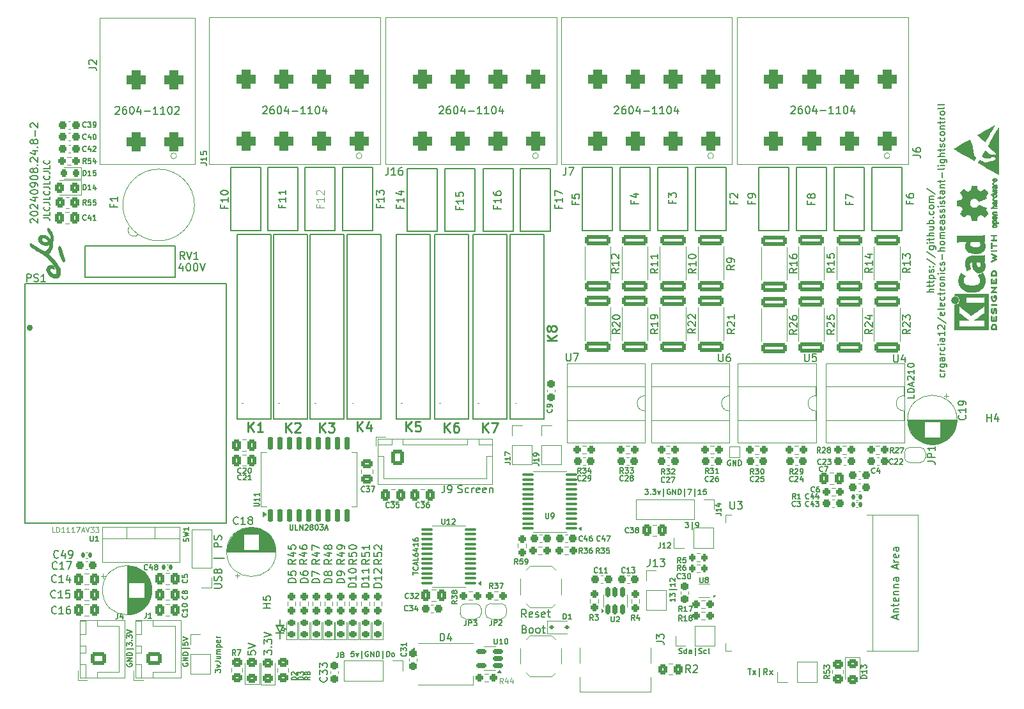
<source format=gbr>
%TF.GenerationSoftware,KiCad,Pcbnew,8.0.4*%
%TF.CreationDate,2024-09-09T03:45:19+02:00*%
%TF.ProjectId,hamodule,68616d6f-6475-46c6-952e-6b696361645f,20240908.24.8-2*%
%TF.SameCoordinates,Original*%
%TF.FileFunction,Legend,Top*%
%TF.FilePolarity,Positive*%
%FSLAX46Y46*%
G04 Gerber Fmt 4.6, Leading zero omitted, Abs format (unit mm)*
G04 Created by KiCad (PCBNEW 8.0.4) date 2024-09-09 03:45:19*
%MOMM*%
%LPD*%
G01*
G04 APERTURE LIST*
G04 Aperture macros list*
%AMRoundRect*
0 Rectangle with rounded corners*
0 $1 Rounding radius*
0 $2 $3 $4 $5 $6 $7 $8 $9 X,Y pos of 4 corners*
0 Add a 4 corners polygon primitive as box body*
4,1,4,$2,$3,$4,$5,$6,$7,$8,$9,$2,$3,0*
0 Add four circle primitives for the rounded corners*
1,1,$1+$1,$2,$3*
1,1,$1+$1,$4,$5*
1,1,$1+$1,$6,$7*
1,1,$1+$1,$8,$9*
0 Add four rect primitives between the rounded corners*
20,1,$1+$1,$2,$3,$4,$5,0*
20,1,$1+$1,$4,$5,$6,$7,0*
20,1,$1+$1,$6,$7,$8,$9,0*
20,1,$1+$1,$8,$9,$2,$3,0*%
%AMFreePoly0*
4,1,19,0.000000,0.744911,0.071157,0.744911,0.207708,0.704816,0.327430,0.627875,0.420627,0.520320,0.479746,0.390866,0.500000,0.250000,0.500000,-0.250000,0.479746,-0.390866,0.420627,-0.520320,0.327430,-0.627875,0.207708,-0.704816,0.071157,-0.744911,0.000000,-0.744911,0.000000,-0.750000,-0.500000,-0.750000,-0.500000,0.750000,0.000000,0.750000,0.000000,0.744911,0.000000,0.744911,
$1*%
%AMFreePoly1*
4,1,19,0.500000,-0.750000,0.000000,-0.750000,0.000000,-0.744911,-0.071157,-0.744911,-0.207708,-0.704816,-0.327430,-0.627875,-0.420627,-0.520320,-0.479746,-0.390866,-0.500000,-0.250000,-0.500000,0.250000,-0.479746,0.390866,-0.420627,0.520320,-0.327430,0.627875,-0.207708,0.704816,-0.071157,0.744911,0.000000,0.744911,0.000000,0.750000,0.500000,0.750000,0.500000,-0.750000,0.500000,-0.750000,
$1*%
G04 Aperture macros list end*
%ADD10C,0.150000*%
%ADD11C,0.200000*%
%ADD12C,0.125000*%
%ADD13C,0.254000*%
%ADD14C,0.120000*%
%ADD15C,0.010000*%
%ADD16C,0.127000*%
%ADD17C,0.400000*%
%ADD18C,0.100000*%
%ADD19RoundRect,0.100000X0.637500X0.100000X-0.637500X0.100000X-0.637500X-0.100000X0.637500X-0.100000X0*%
%ADD20RoundRect,0.237500X0.237500X-0.250000X0.237500X0.250000X-0.237500X0.250000X-0.237500X-0.250000X0*%
%ADD21FreePoly0,180.000000*%
%ADD22FreePoly1,180.000000*%
%ADD23FreePoly1,0.000000*%
%ADD24FreePoly0,0.000000*%
%ADD25R,1.700000X1.700000*%
%ADD26O,1.700000X1.700000*%
%ADD27RoundRect,0.249999X-1.425001X0.450001X-1.425001X-0.450001X1.425001X-0.450001X1.425001X0.450001X0*%
%ADD28C,1.800000*%
%ADD29RoundRect,0.250000X0.450000X-0.325000X0.450000X0.325000X-0.450000X0.325000X-0.450000X-0.325000X0*%
%ADD30RoundRect,0.250000X0.450000X-0.350000X0.450000X0.350000X-0.450000X0.350000X-0.450000X-0.350000X0*%
%ADD31RoundRect,0.250000X0.750000X-0.600000X0.750000X0.600000X-0.750000X0.600000X-0.750000X-0.600000X0*%
%ADD32O,2.000000X1.700000*%
%ADD33RoundRect,0.250000X0.337500X0.475000X-0.337500X0.475000X-0.337500X-0.475000X0.337500X-0.475000X0*%
%ADD34R,2.500000X2.500000*%
%ADD35C,2.500000*%
%ADD36R,1.905000X2.000000*%
%ADD37O,1.905000X2.000000*%
%ADD38RoundRect,0.625000X0.625000X0.625000X-0.625000X0.625000X-0.625000X-0.625000X0.625000X-0.625000X0*%
%ADD39C,2.000000*%
%ADD40R,1.600000X2.400000*%
%ADD41O,1.600000X2.400000*%
%ADD42RoundRect,0.237500X-0.250000X-0.237500X0.250000X-0.237500X0.250000X0.237500X-0.250000X0.237500X0*%
%ADD43RoundRect,0.237500X0.300000X0.237500X-0.300000X0.237500X-0.300000X-0.237500X0.300000X-0.237500X0*%
%ADD44R,1.800000X1.100000*%
%ADD45RoundRect,0.237500X-0.300000X-0.237500X0.300000X-0.237500X0.300000X0.237500X-0.300000X0.237500X0*%
%ADD46RoundRect,0.237500X-0.237500X0.300000X-0.237500X-0.300000X0.237500X-0.300000X0.237500X0.300000X0*%
%ADD47RoundRect,0.150000X0.150000X-0.725000X0.150000X0.725000X-0.150000X0.725000X-0.150000X-0.725000X0*%
%ADD48R,1.600000X1.600000*%
%ADD49C,1.600000*%
%ADD50RoundRect,0.218750X0.256250X-0.218750X0.256250X0.218750X-0.256250X0.218750X-0.256250X-0.218750X0*%
%ADD51R,2.000000X2.000000*%
%ADD52RoundRect,0.150000X0.512500X0.150000X-0.512500X0.150000X-0.512500X-0.150000X0.512500X-0.150000X0*%
%ADD53RoundRect,0.200000X0.200000X0.275000X-0.200000X0.275000X-0.200000X-0.275000X0.200000X-0.275000X0*%
%ADD54R,0.900000X1.500000*%
%ADD55R,1.500000X0.900000*%
%ADD56R,1.000000X1.000000*%
%ADD57RoundRect,0.237500X0.237500X-0.300000X0.237500X0.300000X-0.237500X0.300000X-0.237500X-0.300000X0*%
%ADD58RoundRect,0.250000X-0.450000X0.325000X-0.450000X-0.325000X0.450000X-0.325000X0.450000X0.325000X0*%
%ADD59RoundRect,0.250000X-0.337500X-0.475000X0.337500X-0.475000X0.337500X0.475000X-0.337500X0.475000X0*%
%ADD60RoundRect,0.112500X-0.187500X-0.112500X0.187500X-0.112500X0.187500X0.112500X-0.187500X0.112500X0*%
%ADD61RoundRect,0.250000X0.350000X0.450000X-0.350000X0.450000X-0.350000X-0.450000X0.350000X-0.450000X0*%
%ADD62RoundRect,0.140000X-0.140000X-0.170000X0.140000X-0.170000X0.140000X0.170000X-0.140000X0.170000X0*%
%ADD63C,0.650000*%
%ADD64R,0.600000X1.450000*%
%ADD65R,0.300000X1.450000*%
%ADD66O,1.000000X2.100000*%
%ADD67O,1.000000X1.600000*%
%ADD68RoundRect,0.250000X-0.600000X-0.725000X0.600000X-0.725000X0.600000X0.725000X-0.600000X0.725000X0*%
%ADD69O,1.700000X1.950000*%
%ADD70RoundRect,0.250000X0.325000X0.450000X-0.325000X0.450000X-0.325000X-0.450000X0.325000X-0.450000X0*%
%ADD71RoundRect,0.250000X-0.475000X0.337500X-0.475000X-0.337500X0.475000X-0.337500X0.475000X0.337500X0*%
%ADD72C,5.500000*%
%ADD73RoundRect,0.140000X0.140000X0.170000X-0.140000X0.170000X-0.140000X-0.170000X0.140000X-0.170000X0*%
%ADD74RoundRect,0.250000X-0.350000X-0.450000X0.350000X-0.450000X0.350000X0.450000X-0.350000X0.450000X0*%
%ADD75R,0.500000X0.300000*%
%ADD76RoundRect,0.150000X0.150000X-0.512500X0.150000X0.512500X-0.150000X0.512500X-0.150000X-0.512500X0*%
%ADD77RoundRect,0.237500X0.250000X0.237500X-0.250000X0.237500X-0.250000X-0.237500X0.250000X-0.237500X0*%
%ADD78RoundRect,0.218750X0.218750X0.256250X-0.218750X0.256250X-0.218750X-0.256250X0.218750X-0.256250X0*%
G04 APERTURE END LIST*
D10*
X1247657Y61341954D02*
X1200038Y61389573D01*
X1200038Y61389573D02*
X1152419Y61484811D01*
X1152419Y61484811D02*
X1152419Y61722906D01*
X1152419Y61722906D02*
X1200038Y61818144D01*
X1200038Y61818144D02*
X1247657Y61865763D01*
X1247657Y61865763D02*
X1342895Y61913382D01*
X1342895Y61913382D02*
X1438133Y61913382D01*
X1438133Y61913382D02*
X1580990Y61865763D01*
X1580990Y61865763D02*
X2152419Y61294335D01*
X2152419Y61294335D02*
X2152419Y61913382D01*
X1152419Y62532430D02*
X1152419Y62627668D01*
X1152419Y62627668D02*
X1200038Y62722906D01*
X1200038Y62722906D02*
X1247657Y62770525D01*
X1247657Y62770525D02*
X1342895Y62818144D01*
X1342895Y62818144D02*
X1533371Y62865763D01*
X1533371Y62865763D02*
X1771466Y62865763D01*
X1771466Y62865763D02*
X1961942Y62818144D01*
X1961942Y62818144D02*
X2057180Y62770525D01*
X2057180Y62770525D02*
X2104800Y62722906D01*
X2104800Y62722906D02*
X2152419Y62627668D01*
X2152419Y62627668D02*
X2152419Y62532430D01*
X2152419Y62532430D02*
X2104800Y62437192D01*
X2104800Y62437192D02*
X2057180Y62389573D01*
X2057180Y62389573D02*
X1961942Y62341954D01*
X1961942Y62341954D02*
X1771466Y62294335D01*
X1771466Y62294335D02*
X1533371Y62294335D01*
X1533371Y62294335D02*
X1342895Y62341954D01*
X1342895Y62341954D02*
X1247657Y62389573D01*
X1247657Y62389573D02*
X1200038Y62437192D01*
X1200038Y62437192D02*
X1152419Y62532430D01*
X1247657Y63246716D02*
X1200038Y63294335D01*
X1200038Y63294335D02*
X1152419Y63389573D01*
X1152419Y63389573D02*
X1152419Y63627668D01*
X1152419Y63627668D02*
X1200038Y63722906D01*
X1200038Y63722906D02*
X1247657Y63770525D01*
X1247657Y63770525D02*
X1342895Y63818144D01*
X1342895Y63818144D02*
X1438133Y63818144D01*
X1438133Y63818144D02*
X1580990Y63770525D01*
X1580990Y63770525D02*
X2152419Y63199097D01*
X2152419Y63199097D02*
X2152419Y63818144D01*
X1485752Y64675287D02*
X2152419Y64675287D01*
X1104800Y64437192D02*
X1819085Y64199097D01*
X1819085Y64199097D02*
X1819085Y64818144D01*
X1152419Y65389573D02*
X1152419Y65484811D01*
X1152419Y65484811D02*
X1200038Y65580049D01*
X1200038Y65580049D02*
X1247657Y65627668D01*
X1247657Y65627668D02*
X1342895Y65675287D01*
X1342895Y65675287D02*
X1533371Y65722906D01*
X1533371Y65722906D02*
X1771466Y65722906D01*
X1771466Y65722906D02*
X1961942Y65675287D01*
X1961942Y65675287D02*
X2057180Y65627668D01*
X2057180Y65627668D02*
X2104800Y65580049D01*
X2104800Y65580049D02*
X2152419Y65484811D01*
X2152419Y65484811D02*
X2152419Y65389573D01*
X2152419Y65389573D02*
X2104800Y65294335D01*
X2104800Y65294335D02*
X2057180Y65246716D01*
X2057180Y65246716D02*
X1961942Y65199097D01*
X1961942Y65199097D02*
X1771466Y65151478D01*
X1771466Y65151478D02*
X1533371Y65151478D01*
X1533371Y65151478D02*
X1342895Y65199097D01*
X1342895Y65199097D02*
X1247657Y65246716D01*
X1247657Y65246716D02*
X1200038Y65294335D01*
X1200038Y65294335D02*
X1152419Y65389573D01*
X2152419Y66199097D02*
X2152419Y66389573D01*
X2152419Y66389573D02*
X2104800Y66484811D01*
X2104800Y66484811D02*
X2057180Y66532430D01*
X2057180Y66532430D02*
X1914323Y66627668D01*
X1914323Y66627668D02*
X1723847Y66675287D01*
X1723847Y66675287D02*
X1342895Y66675287D01*
X1342895Y66675287D02*
X1247657Y66627668D01*
X1247657Y66627668D02*
X1200038Y66580049D01*
X1200038Y66580049D02*
X1152419Y66484811D01*
X1152419Y66484811D02*
X1152419Y66294335D01*
X1152419Y66294335D02*
X1200038Y66199097D01*
X1200038Y66199097D02*
X1247657Y66151478D01*
X1247657Y66151478D02*
X1342895Y66103859D01*
X1342895Y66103859D02*
X1580990Y66103859D01*
X1580990Y66103859D02*
X1676228Y66151478D01*
X1676228Y66151478D02*
X1723847Y66199097D01*
X1723847Y66199097D02*
X1771466Y66294335D01*
X1771466Y66294335D02*
X1771466Y66484811D01*
X1771466Y66484811D02*
X1723847Y66580049D01*
X1723847Y66580049D02*
X1676228Y66627668D01*
X1676228Y66627668D02*
X1580990Y66675287D01*
X1152419Y67294335D02*
X1152419Y67389573D01*
X1152419Y67389573D02*
X1200038Y67484811D01*
X1200038Y67484811D02*
X1247657Y67532430D01*
X1247657Y67532430D02*
X1342895Y67580049D01*
X1342895Y67580049D02*
X1533371Y67627668D01*
X1533371Y67627668D02*
X1771466Y67627668D01*
X1771466Y67627668D02*
X1961942Y67580049D01*
X1961942Y67580049D02*
X2057180Y67532430D01*
X2057180Y67532430D02*
X2104800Y67484811D01*
X2104800Y67484811D02*
X2152419Y67389573D01*
X2152419Y67389573D02*
X2152419Y67294335D01*
X2152419Y67294335D02*
X2104800Y67199097D01*
X2104800Y67199097D02*
X2057180Y67151478D01*
X2057180Y67151478D02*
X1961942Y67103859D01*
X1961942Y67103859D02*
X1771466Y67056240D01*
X1771466Y67056240D02*
X1533371Y67056240D01*
X1533371Y67056240D02*
X1342895Y67103859D01*
X1342895Y67103859D02*
X1247657Y67151478D01*
X1247657Y67151478D02*
X1200038Y67199097D01*
X1200038Y67199097D02*
X1152419Y67294335D01*
X1580990Y68199097D02*
X1533371Y68103859D01*
X1533371Y68103859D02*
X1485752Y68056240D01*
X1485752Y68056240D02*
X1390514Y68008621D01*
X1390514Y68008621D02*
X1342895Y68008621D01*
X1342895Y68008621D02*
X1247657Y68056240D01*
X1247657Y68056240D02*
X1200038Y68103859D01*
X1200038Y68103859D02*
X1152419Y68199097D01*
X1152419Y68199097D02*
X1152419Y68389573D01*
X1152419Y68389573D02*
X1200038Y68484811D01*
X1200038Y68484811D02*
X1247657Y68532430D01*
X1247657Y68532430D02*
X1342895Y68580049D01*
X1342895Y68580049D02*
X1390514Y68580049D01*
X1390514Y68580049D02*
X1485752Y68532430D01*
X1485752Y68532430D02*
X1533371Y68484811D01*
X1533371Y68484811D02*
X1580990Y68389573D01*
X1580990Y68389573D02*
X1580990Y68199097D01*
X1580990Y68199097D02*
X1628609Y68103859D01*
X1628609Y68103859D02*
X1676228Y68056240D01*
X1676228Y68056240D02*
X1771466Y68008621D01*
X1771466Y68008621D02*
X1961942Y68008621D01*
X1961942Y68008621D02*
X2057180Y68056240D01*
X2057180Y68056240D02*
X2104800Y68103859D01*
X2104800Y68103859D02*
X2152419Y68199097D01*
X2152419Y68199097D02*
X2152419Y68389573D01*
X2152419Y68389573D02*
X2104800Y68484811D01*
X2104800Y68484811D02*
X2057180Y68532430D01*
X2057180Y68532430D02*
X1961942Y68580049D01*
X1961942Y68580049D02*
X1771466Y68580049D01*
X1771466Y68580049D02*
X1676228Y68532430D01*
X1676228Y68532430D02*
X1628609Y68484811D01*
X1628609Y68484811D02*
X1580990Y68389573D01*
X2057180Y69008621D02*
X2104800Y69056240D01*
X2104800Y69056240D02*
X2152419Y69008621D01*
X2152419Y69008621D02*
X2104800Y68961002D01*
X2104800Y68961002D02*
X2057180Y69008621D01*
X2057180Y69008621D02*
X2152419Y69008621D01*
X1247657Y69437192D02*
X1200038Y69484811D01*
X1200038Y69484811D02*
X1152419Y69580049D01*
X1152419Y69580049D02*
X1152419Y69818144D01*
X1152419Y69818144D02*
X1200038Y69913382D01*
X1200038Y69913382D02*
X1247657Y69961001D01*
X1247657Y69961001D02*
X1342895Y70008620D01*
X1342895Y70008620D02*
X1438133Y70008620D01*
X1438133Y70008620D02*
X1580990Y69961001D01*
X1580990Y69961001D02*
X2152419Y69389573D01*
X2152419Y69389573D02*
X2152419Y70008620D01*
X1485752Y70865763D02*
X2152419Y70865763D01*
X1104800Y70627668D02*
X1819085Y70389573D01*
X1819085Y70389573D02*
X1819085Y71008620D01*
X2057180Y71389573D02*
X2104800Y71437192D01*
X2104800Y71437192D02*
X2152419Y71389573D01*
X2152419Y71389573D02*
X2104800Y71341954D01*
X2104800Y71341954D02*
X2057180Y71389573D01*
X2057180Y71389573D02*
X2152419Y71389573D01*
X1580990Y72008620D02*
X1533371Y71913382D01*
X1533371Y71913382D02*
X1485752Y71865763D01*
X1485752Y71865763D02*
X1390514Y71818144D01*
X1390514Y71818144D02*
X1342895Y71818144D01*
X1342895Y71818144D02*
X1247657Y71865763D01*
X1247657Y71865763D02*
X1200038Y71913382D01*
X1200038Y71913382D02*
X1152419Y72008620D01*
X1152419Y72008620D02*
X1152419Y72199096D01*
X1152419Y72199096D02*
X1200038Y72294334D01*
X1200038Y72294334D02*
X1247657Y72341953D01*
X1247657Y72341953D02*
X1342895Y72389572D01*
X1342895Y72389572D02*
X1390514Y72389572D01*
X1390514Y72389572D02*
X1485752Y72341953D01*
X1485752Y72341953D02*
X1533371Y72294334D01*
X1533371Y72294334D02*
X1580990Y72199096D01*
X1580990Y72199096D02*
X1580990Y72008620D01*
X1580990Y72008620D02*
X1628609Y71913382D01*
X1628609Y71913382D02*
X1676228Y71865763D01*
X1676228Y71865763D02*
X1771466Y71818144D01*
X1771466Y71818144D02*
X1961942Y71818144D01*
X1961942Y71818144D02*
X2057180Y71865763D01*
X2057180Y71865763D02*
X2104800Y71913382D01*
X2104800Y71913382D02*
X2152419Y72008620D01*
X2152419Y72008620D02*
X2152419Y72199096D01*
X2152419Y72199096D02*
X2104800Y72294334D01*
X2104800Y72294334D02*
X2057180Y72341953D01*
X2057180Y72341953D02*
X1961942Y72389572D01*
X1961942Y72389572D02*
X1771466Y72389572D01*
X1771466Y72389572D02*
X1676228Y72341953D01*
X1676228Y72341953D02*
X1628609Y72294334D01*
X1628609Y72294334D02*
X1580990Y72199096D01*
X1771466Y72818144D02*
X1771466Y73580048D01*
X1247657Y74008620D02*
X1200038Y74056239D01*
X1200038Y74056239D02*
X1152419Y74151477D01*
X1152419Y74151477D02*
X1152419Y74389572D01*
X1152419Y74389572D02*
X1200038Y74484810D01*
X1200038Y74484810D02*
X1247657Y74532429D01*
X1247657Y74532429D02*
X1342895Y74580048D01*
X1342895Y74580048D02*
X1438133Y74580048D01*
X1438133Y74580048D02*
X1580990Y74532429D01*
X1580990Y74532429D02*
X2152419Y73961001D01*
X2152419Y73961001D02*
X2152419Y74580048D01*
D11*
X2933695Y61979762D02*
X3505123Y61979762D01*
X3505123Y61979762D02*
X3619409Y61941667D01*
X3619409Y61941667D02*
X3695600Y61865476D01*
X3695600Y61865476D02*
X3733695Y61751191D01*
X3733695Y61751191D02*
X3733695Y61675000D01*
X3733695Y62741667D02*
X3733695Y62360715D01*
X3733695Y62360715D02*
X2933695Y62360715D01*
X3657504Y63465477D02*
X3695600Y63427381D01*
X3695600Y63427381D02*
X3733695Y63313096D01*
X3733695Y63313096D02*
X3733695Y63236905D01*
X3733695Y63236905D02*
X3695600Y63122619D01*
X3695600Y63122619D02*
X3619409Y63046429D01*
X3619409Y63046429D02*
X3543219Y63008334D01*
X3543219Y63008334D02*
X3390838Y62970238D01*
X3390838Y62970238D02*
X3276552Y62970238D01*
X3276552Y62970238D02*
X3124171Y63008334D01*
X3124171Y63008334D02*
X3047980Y63046429D01*
X3047980Y63046429D02*
X2971790Y63122619D01*
X2971790Y63122619D02*
X2933695Y63236905D01*
X2933695Y63236905D02*
X2933695Y63313096D01*
X2933695Y63313096D02*
X2971790Y63427381D01*
X2971790Y63427381D02*
X3009885Y63465477D01*
X2933695Y64036905D02*
X3505123Y64036905D01*
X3505123Y64036905D02*
X3619409Y63998810D01*
X3619409Y63998810D02*
X3695600Y63922619D01*
X3695600Y63922619D02*
X3733695Y63808334D01*
X3733695Y63808334D02*
X3733695Y63732143D01*
X3733695Y64798810D02*
X3733695Y64417858D01*
X3733695Y64417858D02*
X2933695Y64417858D01*
X3657504Y65522620D02*
X3695600Y65484524D01*
X3695600Y65484524D02*
X3733695Y65370239D01*
X3733695Y65370239D02*
X3733695Y65294048D01*
X3733695Y65294048D02*
X3695600Y65179762D01*
X3695600Y65179762D02*
X3619409Y65103572D01*
X3619409Y65103572D02*
X3543219Y65065477D01*
X3543219Y65065477D02*
X3390838Y65027381D01*
X3390838Y65027381D02*
X3276552Y65027381D01*
X3276552Y65027381D02*
X3124171Y65065477D01*
X3124171Y65065477D02*
X3047980Y65103572D01*
X3047980Y65103572D02*
X2971790Y65179762D01*
X2971790Y65179762D02*
X2933695Y65294048D01*
X2933695Y65294048D02*
X2933695Y65370239D01*
X2933695Y65370239D02*
X2971790Y65484524D01*
X2971790Y65484524D02*
X3009885Y65522620D01*
X2933695Y66094048D02*
X3505123Y66094048D01*
X3505123Y66094048D02*
X3619409Y66055953D01*
X3619409Y66055953D02*
X3695600Y65979762D01*
X3695600Y65979762D02*
X3733695Y65865477D01*
X3733695Y65865477D02*
X3733695Y65789286D01*
X3733695Y66855953D02*
X3733695Y66475001D01*
X3733695Y66475001D02*
X2933695Y66475001D01*
X3657504Y67579763D02*
X3695600Y67541667D01*
X3695600Y67541667D02*
X3733695Y67427382D01*
X3733695Y67427382D02*
X3733695Y67351191D01*
X3733695Y67351191D02*
X3695600Y67236905D01*
X3695600Y67236905D02*
X3619409Y67160715D01*
X3619409Y67160715D02*
X3543219Y67122620D01*
X3543219Y67122620D02*
X3390838Y67084524D01*
X3390838Y67084524D02*
X3276552Y67084524D01*
X3276552Y67084524D02*
X3124171Y67122620D01*
X3124171Y67122620D02*
X3047980Y67160715D01*
X3047980Y67160715D02*
X2971790Y67236905D01*
X2971790Y67236905D02*
X2933695Y67351191D01*
X2933695Y67351191D02*
X2933695Y67427382D01*
X2933695Y67427382D02*
X2971790Y67541667D01*
X2971790Y67541667D02*
X3009885Y67579763D01*
X2933695Y68151191D02*
X3505123Y68151191D01*
X3505123Y68151191D02*
X3619409Y68113096D01*
X3619409Y68113096D02*
X3695600Y68036905D01*
X3695600Y68036905D02*
X3733695Y67922620D01*
X3733695Y67922620D02*
X3733695Y67846429D01*
X3733695Y68913096D02*
X3733695Y68532144D01*
X3733695Y68532144D02*
X2933695Y68532144D01*
X3657504Y69636906D02*
X3695600Y69598810D01*
X3695600Y69598810D02*
X3733695Y69484525D01*
X3733695Y69484525D02*
X3733695Y69408334D01*
X3733695Y69408334D02*
X3695600Y69294048D01*
X3695600Y69294048D02*
X3619409Y69217858D01*
X3619409Y69217858D02*
X3543219Y69179763D01*
X3543219Y69179763D02*
X3390838Y69141667D01*
X3390838Y69141667D02*
X3276552Y69141667D01*
X3276552Y69141667D02*
X3124171Y69179763D01*
X3124171Y69179763D02*
X3047980Y69217858D01*
X3047980Y69217858D02*
X2971790Y69294048D01*
X2971790Y69294048D02*
X2933695Y69408334D01*
X2933695Y69408334D02*
X2933695Y69484525D01*
X2933695Y69484525D02*
X2971790Y69598810D01*
X2971790Y69598810D02*
X3009885Y69636906D01*
D10*
X120808082Y52154114D02*
X119908082Y52154114D01*
X120808082Y52539828D02*
X120336653Y52539828D01*
X120336653Y52539828D02*
X120250939Y52496971D01*
X120250939Y52496971D02*
X120208082Y52411257D01*
X120208082Y52411257D02*
X120208082Y52282686D01*
X120208082Y52282686D02*
X120250939Y52196971D01*
X120250939Y52196971D02*
X120293796Y52154114D01*
X120208082Y52839829D02*
X120208082Y53182686D01*
X119908082Y52968400D02*
X120679510Y52968400D01*
X120679510Y52968400D02*
X120765225Y53011257D01*
X120765225Y53011257D02*
X120808082Y53096972D01*
X120808082Y53096972D02*
X120808082Y53182686D01*
X120208082Y53354115D02*
X120208082Y53696972D01*
X119908082Y53482686D02*
X120679510Y53482686D01*
X120679510Y53482686D02*
X120765225Y53525543D01*
X120765225Y53525543D02*
X120808082Y53611258D01*
X120808082Y53611258D02*
X120808082Y53696972D01*
X120208082Y53996972D02*
X121108082Y53996972D01*
X120250939Y53996972D02*
X120208082Y54082686D01*
X120208082Y54082686D02*
X120208082Y54254115D01*
X120208082Y54254115D02*
X120250939Y54339829D01*
X120250939Y54339829D02*
X120293796Y54382686D01*
X120293796Y54382686D02*
X120379510Y54425544D01*
X120379510Y54425544D02*
X120636653Y54425544D01*
X120636653Y54425544D02*
X120722367Y54382686D01*
X120722367Y54382686D02*
X120765225Y54339829D01*
X120765225Y54339829D02*
X120808082Y54254115D01*
X120808082Y54254115D02*
X120808082Y54082686D01*
X120808082Y54082686D02*
X120765225Y53996972D01*
X120765225Y54768401D02*
X120808082Y54854115D01*
X120808082Y54854115D02*
X120808082Y55025544D01*
X120808082Y55025544D02*
X120765225Y55111258D01*
X120765225Y55111258D02*
X120679510Y55154115D01*
X120679510Y55154115D02*
X120636653Y55154115D01*
X120636653Y55154115D02*
X120550939Y55111258D01*
X120550939Y55111258D02*
X120508082Y55025544D01*
X120508082Y55025544D02*
X120508082Y54896972D01*
X120508082Y54896972D02*
X120465225Y54811258D01*
X120465225Y54811258D02*
X120379510Y54768401D01*
X120379510Y54768401D02*
X120336653Y54768401D01*
X120336653Y54768401D02*
X120250939Y54811258D01*
X120250939Y54811258D02*
X120208082Y54896972D01*
X120208082Y54896972D02*
X120208082Y55025544D01*
X120208082Y55025544D02*
X120250939Y55111258D01*
X120722367Y55539829D02*
X120765225Y55582686D01*
X120765225Y55582686D02*
X120808082Y55539829D01*
X120808082Y55539829D02*
X120765225Y55496972D01*
X120765225Y55496972D02*
X120722367Y55539829D01*
X120722367Y55539829D02*
X120808082Y55539829D01*
X120250939Y55539829D02*
X120293796Y55582686D01*
X120293796Y55582686D02*
X120336653Y55539829D01*
X120336653Y55539829D02*
X120293796Y55496972D01*
X120293796Y55496972D02*
X120250939Y55539829D01*
X120250939Y55539829D02*
X120336653Y55539829D01*
X119865225Y56611257D02*
X121022367Y55839829D01*
X119865225Y57554114D02*
X121022367Y56782686D01*
X120208082Y58239828D02*
X120936653Y58239828D01*
X120936653Y58239828D02*
X121022367Y58196971D01*
X121022367Y58196971D02*
X121065225Y58154114D01*
X121065225Y58154114D02*
X121108082Y58068400D01*
X121108082Y58068400D02*
X121108082Y57939828D01*
X121108082Y57939828D02*
X121065225Y57854114D01*
X120765225Y58239828D02*
X120808082Y58154114D01*
X120808082Y58154114D02*
X120808082Y57982686D01*
X120808082Y57982686D02*
X120765225Y57896971D01*
X120765225Y57896971D02*
X120722367Y57854114D01*
X120722367Y57854114D02*
X120636653Y57811257D01*
X120636653Y57811257D02*
X120379510Y57811257D01*
X120379510Y57811257D02*
X120293796Y57854114D01*
X120293796Y57854114D02*
X120250939Y57896971D01*
X120250939Y57896971D02*
X120208082Y57982686D01*
X120208082Y57982686D02*
X120208082Y58154114D01*
X120208082Y58154114D02*
X120250939Y58239828D01*
X120808082Y58668400D02*
X120208082Y58668400D01*
X119908082Y58668400D02*
X119950939Y58625543D01*
X119950939Y58625543D02*
X119993796Y58668400D01*
X119993796Y58668400D02*
X119950939Y58711257D01*
X119950939Y58711257D02*
X119908082Y58668400D01*
X119908082Y58668400D02*
X119993796Y58668400D01*
X120208082Y58968400D02*
X120208082Y59311257D01*
X119908082Y59096971D02*
X120679510Y59096971D01*
X120679510Y59096971D02*
X120765225Y59139828D01*
X120765225Y59139828D02*
X120808082Y59225543D01*
X120808082Y59225543D02*
X120808082Y59311257D01*
X120808082Y59611257D02*
X119908082Y59611257D01*
X120808082Y59996971D02*
X120336653Y59996971D01*
X120336653Y59996971D02*
X120250939Y59954114D01*
X120250939Y59954114D02*
X120208082Y59868400D01*
X120208082Y59868400D02*
X120208082Y59739829D01*
X120208082Y59739829D02*
X120250939Y59654114D01*
X120250939Y59654114D02*
X120293796Y59611257D01*
X120208082Y60811257D02*
X120808082Y60811257D01*
X120208082Y60425543D02*
X120679510Y60425543D01*
X120679510Y60425543D02*
X120765225Y60468400D01*
X120765225Y60468400D02*
X120808082Y60554115D01*
X120808082Y60554115D02*
X120808082Y60682686D01*
X120808082Y60682686D02*
X120765225Y60768400D01*
X120765225Y60768400D02*
X120722367Y60811257D01*
X120808082Y61239829D02*
X119908082Y61239829D01*
X120250939Y61239829D02*
X120208082Y61325543D01*
X120208082Y61325543D02*
X120208082Y61496972D01*
X120208082Y61496972D02*
X120250939Y61582686D01*
X120250939Y61582686D02*
X120293796Y61625543D01*
X120293796Y61625543D02*
X120379510Y61668401D01*
X120379510Y61668401D02*
X120636653Y61668401D01*
X120636653Y61668401D02*
X120722367Y61625543D01*
X120722367Y61625543D02*
X120765225Y61582686D01*
X120765225Y61582686D02*
X120808082Y61496972D01*
X120808082Y61496972D02*
X120808082Y61325543D01*
X120808082Y61325543D02*
X120765225Y61239829D01*
X120722367Y62054115D02*
X120765225Y62096972D01*
X120765225Y62096972D02*
X120808082Y62054115D01*
X120808082Y62054115D02*
X120765225Y62011258D01*
X120765225Y62011258D02*
X120722367Y62054115D01*
X120722367Y62054115D02*
X120808082Y62054115D01*
X120765225Y62868400D02*
X120808082Y62782686D01*
X120808082Y62782686D02*
X120808082Y62611258D01*
X120808082Y62611258D02*
X120765225Y62525543D01*
X120765225Y62525543D02*
X120722367Y62482686D01*
X120722367Y62482686D02*
X120636653Y62439829D01*
X120636653Y62439829D02*
X120379510Y62439829D01*
X120379510Y62439829D02*
X120293796Y62482686D01*
X120293796Y62482686D02*
X120250939Y62525543D01*
X120250939Y62525543D02*
X120208082Y62611258D01*
X120208082Y62611258D02*
X120208082Y62782686D01*
X120208082Y62782686D02*
X120250939Y62868400D01*
X120808082Y63382687D02*
X120765225Y63296972D01*
X120765225Y63296972D02*
X120722367Y63254115D01*
X120722367Y63254115D02*
X120636653Y63211258D01*
X120636653Y63211258D02*
X120379510Y63211258D01*
X120379510Y63211258D02*
X120293796Y63254115D01*
X120293796Y63254115D02*
X120250939Y63296972D01*
X120250939Y63296972D02*
X120208082Y63382687D01*
X120208082Y63382687D02*
X120208082Y63511258D01*
X120208082Y63511258D02*
X120250939Y63596972D01*
X120250939Y63596972D02*
X120293796Y63639829D01*
X120293796Y63639829D02*
X120379510Y63682687D01*
X120379510Y63682687D02*
X120636653Y63682687D01*
X120636653Y63682687D02*
X120722367Y63639829D01*
X120722367Y63639829D02*
X120765225Y63596972D01*
X120765225Y63596972D02*
X120808082Y63511258D01*
X120808082Y63511258D02*
X120808082Y63382687D01*
X120808082Y64068401D02*
X120208082Y64068401D01*
X120293796Y64068401D02*
X120250939Y64111258D01*
X120250939Y64111258D02*
X120208082Y64196973D01*
X120208082Y64196973D02*
X120208082Y64325544D01*
X120208082Y64325544D02*
X120250939Y64411258D01*
X120250939Y64411258D02*
X120336653Y64454115D01*
X120336653Y64454115D02*
X120808082Y64454115D01*
X120336653Y64454115D02*
X120250939Y64496973D01*
X120250939Y64496973D02*
X120208082Y64582687D01*
X120208082Y64582687D02*
X120208082Y64711258D01*
X120208082Y64711258D02*
X120250939Y64796973D01*
X120250939Y64796973D02*
X120336653Y64839830D01*
X120336653Y64839830D02*
X120808082Y64839830D01*
X119865225Y65911258D02*
X121022367Y65139830D01*
X122214175Y41311253D02*
X122257032Y41225539D01*
X122257032Y41225539D02*
X122257032Y41054111D01*
X122257032Y41054111D02*
X122214175Y40968396D01*
X122214175Y40968396D02*
X122171317Y40925539D01*
X122171317Y40925539D02*
X122085603Y40882682D01*
X122085603Y40882682D02*
X121828460Y40882682D01*
X121828460Y40882682D02*
X121742746Y40925539D01*
X121742746Y40925539D02*
X121699889Y40968396D01*
X121699889Y40968396D02*
X121657032Y41054111D01*
X121657032Y41054111D02*
X121657032Y41225539D01*
X121657032Y41225539D02*
X121699889Y41311253D01*
X122257032Y41696968D02*
X121657032Y41696968D01*
X121828460Y41696968D02*
X121742746Y41739825D01*
X121742746Y41739825D02*
X121699889Y41782682D01*
X121699889Y41782682D02*
X121657032Y41868397D01*
X121657032Y41868397D02*
X121657032Y41954111D01*
X121657032Y42639825D02*
X122385603Y42639825D01*
X122385603Y42639825D02*
X122471317Y42596968D01*
X122471317Y42596968D02*
X122514175Y42554111D01*
X122514175Y42554111D02*
X122557032Y42468397D01*
X122557032Y42468397D02*
X122557032Y42339825D01*
X122557032Y42339825D02*
X122514175Y42254111D01*
X122214175Y42639825D02*
X122257032Y42554111D01*
X122257032Y42554111D02*
X122257032Y42382683D01*
X122257032Y42382683D02*
X122214175Y42296968D01*
X122214175Y42296968D02*
X122171317Y42254111D01*
X122171317Y42254111D02*
X122085603Y42211254D01*
X122085603Y42211254D02*
X121828460Y42211254D01*
X121828460Y42211254D02*
X121742746Y42254111D01*
X121742746Y42254111D02*
X121699889Y42296968D01*
X121699889Y42296968D02*
X121657032Y42382683D01*
X121657032Y42382683D02*
X121657032Y42554111D01*
X121657032Y42554111D02*
X121699889Y42639825D01*
X122257032Y43454111D02*
X121785603Y43454111D01*
X121785603Y43454111D02*
X121699889Y43411254D01*
X121699889Y43411254D02*
X121657032Y43325540D01*
X121657032Y43325540D02*
X121657032Y43154111D01*
X121657032Y43154111D02*
X121699889Y43068397D01*
X122214175Y43454111D02*
X122257032Y43368397D01*
X122257032Y43368397D02*
X122257032Y43154111D01*
X122257032Y43154111D02*
X122214175Y43068397D01*
X122214175Y43068397D02*
X122128460Y43025540D01*
X122128460Y43025540D02*
X122042746Y43025540D01*
X122042746Y43025540D02*
X121957032Y43068397D01*
X121957032Y43068397D02*
X121914175Y43154111D01*
X121914175Y43154111D02*
X121914175Y43368397D01*
X121914175Y43368397D02*
X121871317Y43454111D01*
X122257032Y43882683D02*
X121657032Y43882683D01*
X121828460Y43882683D02*
X121742746Y43925540D01*
X121742746Y43925540D02*
X121699889Y43968397D01*
X121699889Y43968397D02*
X121657032Y44054112D01*
X121657032Y44054112D02*
X121657032Y44139826D01*
X122214175Y44825540D02*
X122257032Y44739826D01*
X122257032Y44739826D02*
X122257032Y44568398D01*
X122257032Y44568398D02*
X122214175Y44482683D01*
X122214175Y44482683D02*
X122171317Y44439826D01*
X122171317Y44439826D02*
X122085603Y44396969D01*
X122085603Y44396969D02*
X121828460Y44396969D01*
X121828460Y44396969D02*
X121742746Y44439826D01*
X121742746Y44439826D02*
X121699889Y44482683D01*
X121699889Y44482683D02*
X121657032Y44568398D01*
X121657032Y44568398D02*
X121657032Y44739826D01*
X121657032Y44739826D02*
X121699889Y44825540D01*
X122257032Y45211255D02*
X121657032Y45211255D01*
X121357032Y45211255D02*
X121399889Y45168398D01*
X121399889Y45168398D02*
X121442746Y45211255D01*
X121442746Y45211255D02*
X121399889Y45254112D01*
X121399889Y45254112D02*
X121357032Y45211255D01*
X121357032Y45211255D02*
X121442746Y45211255D01*
X122257032Y46025540D02*
X121785603Y46025540D01*
X121785603Y46025540D02*
X121699889Y45982683D01*
X121699889Y45982683D02*
X121657032Y45896969D01*
X121657032Y45896969D02*
X121657032Y45725540D01*
X121657032Y45725540D02*
X121699889Y45639826D01*
X122214175Y46025540D02*
X122257032Y45939826D01*
X122257032Y45939826D02*
X122257032Y45725540D01*
X122257032Y45725540D02*
X122214175Y45639826D01*
X122214175Y45639826D02*
X122128460Y45596969D01*
X122128460Y45596969D02*
X122042746Y45596969D01*
X122042746Y45596969D02*
X121957032Y45639826D01*
X121957032Y45639826D02*
X121914175Y45725540D01*
X121914175Y45725540D02*
X121914175Y45939826D01*
X121914175Y45939826D02*
X121871317Y46025540D01*
X122257032Y46925541D02*
X122257032Y46411255D01*
X122257032Y46668398D02*
X121357032Y46668398D01*
X121357032Y46668398D02*
X121485603Y46582684D01*
X121485603Y46582684D02*
X121571317Y46496969D01*
X121571317Y46496969D02*
X121614175Y46411255D01*
X121442746Y47268398D02*
X121399889Y47311255D01*
X121399889Y47311255D02*
X121357032Y47396969D01*
X121357032Y47396969D02*
X121357032Y47611255D01*
X121357032Y47611255D02*
X121399889Y47696969D01*
X121399889Y47696969D02*
X121442746Y47739827D01*
X121442746Y47739827D02*
X121528460Y47782684D01*
X121528460Y47782684D02*
X121614175Y47782684D01*
X121614175Y47782684D02*
X121742746Y47739827D01*
X121742746Y47739827D02*
X122257032Y47225541D01*
X122257032Y47225541D02*
X122257032Y47782684D01*
X121314175Y48811255D02*
X122471317Y48039827D01*
X122214175Y49454112D02*
X122257032Y49368398D01*
X122257032Y49368398D02*
X122257032Y49196969D01*
X122257032Y49196969D02*
X122214175Y49111255D01*
X122214175Y49111255D02*
X122128460Y49068398D01*
X122128460Y49068398D02*
X121785603Y49068398D01*
X121785603Y49068398D02*
X121699889Y49111255D01*
X121699889Y49111255D02*
X121657032Y49196969D01*
X121657032Y49196969D02*
X121657032Y49368398D01*
X121657032Y49368398D02*
X121699889Y49454112D01*
X121699889Y49454112D02*
X121785603Y49496969D01*
X121785603Y49496969D02*
X121871317Y49496969D01*
X121871317Y49496969D02*
X121957032Y49068398D01*
X122257032Y50011256D02*
X122214175Y49925541D01*
X122214175Y49925541D02*
X122128460Y49882684D01*
X122128460Y49882684D02*
X121357032Y49882684D01*
X122214175Y50696970D02*
X122257032Y50611256D01*
X122257032Y50611256D02*
X122257032Y50439827D01*
X122257032Y50439827D02*
X122214175Y50354113D01*
X122214175Y50354113D02*
X122128460Y50311256D01*
X122128460Y50311256D02*
X121785603Y50311256D01*
X121785603Y50311256D02*
X121699889Y50354113D01*
X121699889Y50354113D02*
X121657032Y50439827D01*
X121657032Y50439827D02*
X121657032Y50611256D01*
X121657032Y50611256D02*
X121699889Y50696970D01*
X121699889Y50696970D02*
X121785603Y50739827D01*
X121785603Y50739827D02*
X121871317Y50739827D01*
X121871317Y50739827D02*
X121957032Y50311256D01*
X122214175Y51511256D02*
X122257032Y51425542D01*
X122257032Y51425542D02*
X122257032Y51254114D01*
X122257032Y51254114D02*
X122214175Y51168399D01*
X122214175Y51168399D02*
X122171317Y51125542D01*
X122171317Y51125542D02*
X122085603Y51082685D01*
X122085603Y51082685D02*
X121828460Y51082685D01*
X121828460Y51082685D02*
X121742746Y51125542D01*
X121742746Y51125542D02*
X121699889Y51168399D01*
X121699889Y51168399D02*
X121657032Y51254114D01*
X121657032Y51254114D02*
X121657032Y51425542D01*
X121657032Y51425542D02*
X121699889Y51511256D01*
X121657032Y51768400D02*
X121657032Y52111257D01*
X121357032Y51896971D02*
X122128460Y51896971D01*
X122128460Y51896971D02*
X122214175Y51939828D01*
X122214175Y51939828D02*
X122257032Y52025543D01*
X122257032Y52025543D02*
X122257032Y52111257D01*
X122257032Y52411257D02*
X121657032Y52411257D01*
X121828460Y52411257D02*
X121742746Y52454114D01*
X121742746Y52454114D02*
X121699889Y52496971D01*
X121699889Y52496971D02*
X121657032Y52582686D01*
X121657032Y52582686D02*
X121657032Y52668400D01*
X122257032Y53096972D02*
X122214175Y53011257D01*
X122214175Y53011257D02*
X122171317Y52968400D01*
X122171317Y52968400D02*
X122085603Y52925543D01*
X122085603Y52925543D02*
X121828460Y52925543D01*
X121828460Y52925543D02*
X121742746Y52968400D01*
X121742746Y52968400D02*
X121699889Y53011257D01*
X121699889Y53011257D02*
X121657032Y53096972D01*
X121657032Y53096972D02*
X121657032Y53225543D01*
X121657032Y53225543D02*
X121699889Y53311257D01*
X121699889Y53311257D02*
X121742746Y53354114D01*
X121742746Y53354114D02*
X121828460Y53396972D01*
X121828460Y53396972D02*
X122085603Y53396972D01*
X122085603Y53396972D02*
X122171317Y53354114D01*
X122171317Y53354114D02*
X122214175Y53311257D01*
X122214175Y53311257D02*
X122257032Y53225543D01*
X122257032Y53225543D02*
X122257032Y53096972D01*
X121657032Y53782686D02*
X122257032Y53782686D01*
X121742746Y53782686D02*
X121699889Y53825543D01*
X121699889Y53825543D02*
X121657032Y53911258D01*
X121657032Y53911258D02*
X121657032Y54039829D01*
X121657032Y54039829D02*
X121699889Y54125543D01*
X121699889Y54125543D02*
X121785603Y54168400D01*
X121785603Y54168400D02*
X122257032Y54168400D01*
X122257032Y54596972D02*
X121657032Y54596972D01*
X121357032Y54596972D02*
X121399889Y54554115D01*
X121399889Y54554115D02*
X121442746Y54596972D01*
X121442746Y54596972D02*
X121399889Y54639829D01*
X121399889Y54639829D02*
X121357032Y54596972D01*
X121357032Y54596972D02*
X121442746Y54596972D01*
X122214175Y55411257D02*
X122257032Y55325543D01*
X122257032Y55325543D02*
X122257032Y55154115D01*
X122257032Y55154115D02*
X122214175Y55068400D01*
X122214175Y55068400D02*
X122171317Y55025543D01*
X122171317Y55025543D02*
X122085603Y54982686D01*
X122085603Y54982686D02*
X121828460Y54982686D01*
X121828460Y54982686D02*
X121742746Y55025543D01*
X121742746Y55025543D02*
X121699889Y55068400D01*
X121699889Y55068400D02*
X121657032Y55154115D01*
X121657032Y55154115D02*
X121657032Y55325543D01*
X121657032Y55325543D02*
X121699889Y55411257D01*
X122214175Y55754115D02*
X122257032Y55839829D01*
X122257032Y55839829D02*
X122257032Y56011258D01*
X122257032Y56011258D02*
X122214175Y56096972D01*
X122214175Y56096972D02*
X122128460Y56139829D01*
X122128460Y56139829D02*
X122085603Y56139829D01*
X122085603Y56139829D02*
X121999889Y56096972D01*
X121999889Y56096972D02*
X121957032Y56011258D01*
X121957032Y56011258D02*
X121957032Y55882686D01*
X121957032Y55882686D02*
X121914175Y55796972D01*
X121914175Y55796972D02*
X121828460Y55754115D01*
X121828460Y55754115D02*
X121785603Y55754115D01*
X121785603Y55754115D02*
X121699889Y55796972D01*
X121699889Y55796972D02*
X121657032Y55882686D01*
X121657032Y55882686D02*
X121657032Y56011258D01*
X121657032Y56011258D02*
X121699889Y56096972D01*
X121914175Y56525543D02*
X121914175Y57211257D01*
X122257032Y57639829D02*
X121357032Y57639829D01*
X122257032Y58025543D02*
X121785603Y58025543D01*
X121785603Y58025543D02*
X121699889Y57982686D01*
X121699889Y57982686D02*
X121657032Y57896972D01*
X121657032Y57896972D02*
X121657032Y57768401D01*
X121657032Y57768401D02*
X121699889Y57682686D01*
X121699889Y57682686D02*
X121742746Y57639829D01*
X122257032Y58582687D02*
X122214175Y58496972D01*
X122214175Y58496972D02*
X122171317Y58454115D01*
X122171317Y58454115D02*
X122085603Y58411258D01*
X122085603Y58411258D02*
X121828460Y58411258D01*
X121828460Y58411258D02*
X121742746Y58454115D01*
X121742746Y58454115D02*
X121699889Y58496972D01*
X121699889Y58496972D02*
X121657032Y58582687D01*
X121657032Y58582687D02*
X121657032Y58711258D01*
X121657032Y58711258D02*
X121699889Y58796972D01*
X121699889Y58796972D02*
X121742746Y58839829D01*
X121742746Y58839829D02*
X121828460Y58882687D01*
X121828460Y58882687D02*
X122085603Y58882687D01*
X122085603Y58882687D02*
X122171317Y58839829D01*
X122171317Y58839829D02*
X122214175Y58796972D01*
X122214175Y58796972D02*
X122257032Y58711258D01*
X122257032Y58711258D02*
X122257032Y58582687D01*
X122257032Y59268401D02*
X121657032Y59268401D01*
X121742746Y59268401D02*
X121699889Y59311258D01*
X121699889Y59311258D02*
X121657032Y59396973D01*
X121657032Y59396973D02*
X121657032Y59525544D01*
X121657032Y59525544D02*
X121699889Y59611258D01*
X121699889Y59611258D02*
X121785603Y59654115D01*
X121785603Y59654115D02*
X122257032Y59654115D01*
X121785603Y59654115D02*
X121699889Y59696973D01*
X121699889Y59696973D02*
X121657032Y59782687D01*
X121657032Y59782687D02*
X121657032Y59911258D01*
X121657032Y59911258D02*
X121699889Y59996973D01*
X121699889Y59996973D02*
X121785603Y60039830D01*
X121785603Y60039830D02*
X122257032Y60039830D01*
X122214175Y60811258D02*
X122257032Y60725544D01*
X122257032Y60725544D02*
X122257032Y60554115D01*
X122257032Y60554115D02*
X122214175Y60468401D01*
X122214175Y60468401D02*
X122128460Y60425544D01*
X122128460Y60425544D02*
X121785603Y60425544D01*
X121785603Y60425544D02*
X121699889Y60468401D01*
X121699889Y60468401D02*
X121657032Y60554115D01*
X121657032Y60554115D02*
X121657032Y60725544D01*
X121657032Y60725544D02*
X121699889Y60811258D01*
X121699889Y60811258D02*
X121785603Y60854115D01*
X121785603Y60854115D02*
X121871317Y60854115D01*
X121871317Y60854115D02*
X121957032Y60425544D01*
X122257032Y61625544D02*
X121785603Y61625544D01*
X121785603Y61625544D02*
X121699889Y61582687D01*
X121699889Y61582687D02*
X121657032Y61496973D01*
X121657032Y61496973D02*
X121657032Y61325544D01*
X121657032Y61325544D02*
X121699889Y61239830D01*
X122214175Y61625544D02*
X122257032Y61539830D01*
X122257032Y61539830D02*
X122257032Y61325544D01*
X122257032Y61325544D02*
X122214175Y61239830D01*
X122214175Y61239830D02*
X122128460Y61196973D01*
X122128460Y61196973D02*
X122042746Y61196973D01*
X122042746Y61196973D02*
X121957032Y61239830D01*
X121957032Y61239830D02*
X121914175Y61325544D01*
X121914175Y61325544D02*
X121914175Y61539830D01*
X121914175Y61539830D02*
X121871317Y61625544D01*
X122214175Y62011259D02*
X122257032Y62096973D01*
X122257032Y62096973D02*
X122257032Y62268402D01*
X122257032Y62268402D02*
X122214175Y62354116D01*
X122214175Y62354116D02*
X122128460Y62396973D01*
X122128460Y62396973D02*
X122085603Y62396973D01*
X122085603Y62396973D02*
X121999889Y62354116D01*
X121999889Y62354116D02*
X121957032Y62268402D01*
X121957032Y62268402D02*
X121957032Y62139830D01*
X121957032Y62139830D02*
X121914175Y62054116D01*
X121914175Y62054116D02*
X121828460Y62011259D01*
X121828460Y62011259D02*
X121785603Y62011259D01*
X121785603Y62011259D02*
X121699889Y62054116D01*
X121699889Y62054116D02*
X121657032Y62139830D01*
X121657032Y62139830D02*
X121657032Y62268402D01*
X121657032Y62268402D02*
X121699889Y62354116D01*
X122214175Y62739830D02*
X122257032Y62825544D01*
X122257032Y62825544D02*
X122257032Y62996973D01*
X122257032Y62996973D02*
X122214175Y63082687D01*
X122214175Y63082687D02*
X122128460Y63125544D01*
X122128460Y63125544D02*
X122085603Y63125544D01*
X122085603Y63125544D02*
X121999889Y63082687D01*
X121999889Y63082687D02*
X121957032Y62996973D01*
X121957032Y62996973D02*
X121957032Y62868401D01*
X121957032Y62868401D02*
X121914175Y62782687D01*
X121914175Y62782687D02*
X121828460Y62739830D01*
X121828460Y62739830D02*
X121785603Y62739830D01*
X121785603Y62739830D02*
X121699889Y62782687D01*
X121699889Y62782687D02*
X121657032Y62868401D01*
X121657032Y62868401D02*
X121657032Y62996973D01*
X121657032Y62996973D02*
X121699889Y63082687D01*
X122257032Y63511258D02*
X121657032Y63511258D01*
X121357032Y63511258D02*
X121399889Y63468401D01*
X121399889Y63468401D02*
X121442746Y63511258D01*
X121442746Y63511258D02*
X121399889Y63554115D01*
X121399889Y63554115D02*
X121357032Y63511258D01*
X121357032Y63511258D02*
X121442746Y63511258D01*
X122214175Y63896972D02*
X122257032Y63982686D01*
X122257032Y63982686D02*
X122257032Y64154115D01*
X122257032Y64154115D02*
X122214175Y64239829D01*
X122214175Y64239829D02*
X122128460Y64282686D01*
X122128460Y64282686D02*
X122085603Y64282686D01*
X122085603Y64282686D02*
X121999889Y64239829D01*
X121999889Y64239829D02*
X121957032Y64154115D01*
X121957032Y64154115D02*
X121957032Y64025543D01*
X121957032Y64025543D02*
X121914175Y63939829D01*
X121914175Y63939829D02*
X121828460Y63896972D01*
X121828460Y63896972D02*
X121785603Y63896972D01*
X121785603Y63896972D02*
X121699889Y63939829D01*
X121699889Y63939829D02*
X121657032Y64025543D01*
X121657032Y64025543D02*
X121657032Y64154115D01*
X121657032Y64154115D02*
X121699889Y64239829D01*
X121657032Y64539829D02*
X121657032Y64882686D01*
X121357032Y64668400D02*
X122128460Y64668400D01*
X122128460Y64668400D02*
X122214175Y64711257D01*
X122214175Y64711257D02*
X122257032Y64796972D01*
X122257032Y64796972D02*
X122257032Y64882686D01*
X122257032Y65568400D02*
X121785603Y65568400D01*
X121785603Y65568400D02*
X121699889Y65525543D01*
X121699889Y65525543D02*
X121657032Y65439829D01*
X121657032Y65439829D02*
X121657032Y65268400D01*
X121657032Y65268400D02*
X121699889Y65182686D01*
X122214175Y65568400D02*
X122257032Y65482686D01*
X122257032Y65482686D02*
X122257032Y65268400D01*
X122257032Y65268400D02*
X122214175Y65182686D01*
X122214175Y65182686D02*
X122128460Y65139829D01*
X122128460Y65139829D02*
X122042746Y65139829D01*
X122042746Y65139829D02*
X121957032Y65182686D01*
X121957032Y65182686D02*
X121914175Y65268400D01*
X121914175Y65268400D02*
X121914175Y65482686D01*
X121914175Y65482686D02*
X121871317Y65568400D01*
X121657032Y65996972D02*
X122257032Y65996972D01*
X121742746Y65996972D02*
X121699889Y66039829D01*
X121699889Y66039829D02*
X121657032Y66125544D01*
X121657032Y66125544D02*
X121657032Y66254115D01*
X121657032Y66254115D02*
X121699889Y66339829D01*
X121699889Y66339829D02*
X121785603Y66382686D01*
X121785603Y66382686D02*
X122257032Y66382686D01*
X121657032Y66682687D02*
X121657032Y67025544D01*
X121357032Y66811258D02*
X122128460Y66811258D01*
X122128460Y66811258D02*
X122214175Y66854115D01*
X122214175Y66854115D02*
X122257032Y66939830D01*
X122257032Y66939830D02*
X122257032Y67025544D01*
X121914175Y67325544D02*
X121914175Y68011258D01*
X122257032Y68568402D02*
X122214175Y68482687D01*
X122214175Y68482687D02*
X122128460Y68439830D01*
X122128460Y68439830D02*
X121357032Y68439830D01*
X122257032Y68911259D02*
X121657032Y68911259D01*
X121357032Y68911259D02*
X121399889Y68868402D01*
X121399889Y68868402D02*
X121442746Y68911259D01*
X121442746Y68911259D02*
X121399889Y68954116D01*
X121399889Y68954116D02*
X121357032Y68911259D01*
X121357032Y68911259D02*
X121442746Y68911259D01*
X121657032Y69725544D02*
X122385603Y69725544D01*
X122385603Y69725544D02*
X122471317Y69682687D01*
X122471317Y69682687D02*
X122514175Y69639830D01*
X122514175Y69639830D02*
X122557032Y69554116D01*
X122557032Y69554116D02*
X122557032Y69425544D01*
X122557032Y69425544D02*
X122514175Y69339830D01*
X122214175Y69725544D02*
X122257032Y69639830D01*
X122257032Y69639830D02*
X122257032Y69468402D01*
X122257032Y69468402D02*
X122214175Y69382687D01*
X122214175Y69382687D02*
X122171317Y69339830D01*
X122171317Y69339830D02*
X122085603Y69296973D01*
X122085603Y69296973D02*
X121828460Y69296973D01*
X121828460Y69296973D02*
X121742746Y69339830D01*
X121742746Y69339830D02*
X121699889Y69382687D01*
X121699889Y69382687D02*
X121657032Y69468402D01*
X121657032Y69468402D02*
X121657032Y69639830D01*
X121657032Y69639830D02*
X121699889Y69725544D01*
X122257032Y70154116D02*
X121357032Y70154116D01*
X122257032Y70539830D02*
X121785603Y70539830D01*
X121785603Y70539830D02*
X121699889Y70496973D01*
X121699889Y70496973D02*
X121657032Y70411259D01*
X121657032Y70411259D02*
X121657032Y70282688D01*
X121657032Y70282688D02*
X121699889Y70196973D01*
X121699889Y70196973D02*
X121742746Y70154116D01*
X121657032Y70839831D02*
X121657032Y71182688D01*
X121357032Y70968402D02*
X122128460Y70968402D01*
X122128460Y70968402D02*
X122214175Y71011259D01*
X122214175Y71011259D02*
X122257032Y71096974D01*
X122257032Y71096974D02*
X122257032Y71182688D01*
X122214175Y71439831D02*
X122257032Y71525545D01*
X122257032Y71525545D02*
X122257032Y71696974D01*
X122257032Y71696974D02*
X122214175Y71782688D01*
X122214175Y71782688D02*
X122128460Y71825545D01*
X122128460Y71825545D02*
X122085603Y71825545D01*
X122085603Y71825545D02*
X121999889Y71782688D01*
X121999889Y71782688D02*
X121957032Y71696974D01*
X121957032Y71696974D02*
X121957032Y71568402D01*
X121957032Y71568402D02*
X121914175Y71482688D01*
X121914175Y71482688D02*
X121828460Y71439831D01*
X121828460Y71439831D02*
X121785603Y71439831D01*
X121785603Y71439831D02*
X121699889Y71482688D01*
X121699889Y71482688D02*
X121657032Y71568402D01*
X121657032Y71568402D02*
X121657032Y71696974D01*
X121657032Y71696974D02*
X121699889Y71782688D01*
X122214175Y72596973D02*
X122257032Y72511259D01*
X122257032Y72511259D02*
X122257032Y72339831D01*
X122257032Y72339831D02*
X122214175Y72254116D01*
X122214175Y72254116D02*
X122171317Y72211259D01*
X122171317Y72211259D02*
X122085603Y72168402D01*
X122085603Y72168402D02*
X121828460Y72168402D01*
X121828460Y72168402D02*
X121742746Y72211259D01*
X121742746Y72211259D02*
X121699889Y72254116D01*
X121699889Y72254116D02*
X121657032Y72339831D01*
X121657032Y72339831D02*
X121657032Y72511259D01*
X121657032Y72511259D02*
X121699889Y72596973D01*
X122257032Y73111260D02*
X122214175Y73025545D01*
X122214175Y73025545D02*
X122171317Y72982688D01*
X122171317Y72982688D02*
X122085603Y72939831D01*
X122085603Y72939831D02*
X121828460Y72939831D01*
X121828460Y72939831D02*
X121742746Y72982688D01*
X121742746Y72982688D02*
X121699889Y73025545D01*
X121699889Y73025545D02*
X121657032Y73111260D01*
X121657032Y73111260D02*
X121657032Y73239831D01*
X121657032Y73239831D02*
X121699889Y73325545D01*
X121699889Y73325545D02*
X121742746Y73368402D01*
X121742746Y73368402D02*
X121828460Y73411260D01*
X121828460Y73411260D02*
X122085603Y73411260D01*
X122085603Y73411260D02*
X122171317Y73368402D01*
X122171317Y73368402D02*
X122214175Y73325545D01*
X122214175Y73325545D02*
X122257032Y73239831D01*
X122257032Y73239831D02*
X122257032Y73111260D01*
X121657032Y73796974D02*
X122257032Y73796974D01*
X121742746Y73796974D02*
X121699889Y73839831D01*
X121699889Y73839831D02*
X121657032Y73925546D01*
X121657032Y73925546D02*
X121657032Y74054117D01*
X121657032Y74054117D02*
X121699889Y74139831D01*
X121699889Y74139831D02*
X121785603Y74182688D01*
X121785603Y74182688D02*
X122257032Y74182688D01*
X121657032Y74482689D02*
X121657032Y74825546D01*
X121357032Y74611260D02*
X122128460Y74611260D01*
X122128460Y74611260D02*
X122214175Y74654117D01*
X122214175Y74654117D02*
X122257032Y74739832D01*
X122257032Y74739832D02*
X122257032Y74825546D01*
X122257032Y75125546D02*
X121657032Y75125546D01*
X121828460Y75125546D02*
X121742746Y75168403D01*
X121742746Y75168403D02*
X121699889Y75211260D01*
X121699889Y75211260D02*
X121657032Y75296975D01*
X121657032Y75296975D02*
X121657032Y75382689D01*
X122257032Y75811261D02*
X122214175Y75725546D01*
X122214175Y75725546D02*
X122171317Y75682689D01*
X122171317Y75682689D02*
X122085603Y75639832D01*
X122085603Y75639832D02*
X121828460Y75639832D01*
X121828460Y75639832D02*
X121742746Y75682689D01*
X121742746Y75682689D02*
X121699889Y75725546D01*
X121699889Y75725546D02*
X121657032Y75811261D01*
X121657032Y75811261D02*
X121657032Y75939832D01*
X121657032Y75939832D02*
X121699889Y76025546D01*
X121699889Y76025546D02*
X121742746Y76068403D01*
X121742746Y76068403D02*
X121828460Y76111261D01*
X121828460Y76111261D02*
X122085603Y76111261D01*
X122085603Y76111261D02*
X122171317Y76068403D01*
X122171317Y76068403D02*
X122214175Y76025546D01*
X122214175Y76025546D02*
X122257032Y75939832D01*
X122257032Y75939832D02*
X122257032Y75811261D01*
X122257032Y76625547D02*
X122214175Y76539832D01*
X122214175Y76539832D02*
X122128460Y76496975D01*
X122128460Y76496975D02*
X121357032Y76496975D01*
X122257032Y77096976D02*
X122214175Y77011261D01*
X122214175Y77011261D02*
X122128460Y76968404D01*
X122128460Y76968404D02*
X121357032Y76968404D01*
X69403166Y22852367D02*
X69403166Y22285700D01*
X69403166Y22285700D02*
X69436500Y22219034D01*
X69436500Y22219034D02*
X69469833Y22185700D01*
X69469833Y22185700D02*
X69536500Y22152367D01*
X69536500Y22152367D02*
X69669833Y22152367D01*
X69669833Y22152367D02*
X69736500Y22185700D01*
X69736500Y22185700D02*
X69769833Y22219034D01*
X69769833Y22219034D02*
X69803166Y22285700D01*
X69803166Y22285700D02*
X69803166Y22852367D01*
X70169833Y22152367D02*
X70303166Y22152367D01*
X70303166Y22152367D02*
X70369833Y22185700D01*
X70369833Y22185700D02*
X70403166Y22219034D01*
X70403166Y22219034D02*
X70469833Y22319034D01*
X70469833Y22319034D02*
X70503166Y22452367D01*
X70503166Y22452367D02*
X70503166Y22719034D01*
X70503166Y22719034D02*
X70469833Y22785700D01*
X70469833Y22785700D02*
X70436499Y22819034D01*
X70436499Y22819034D02*
X70369833Y22852367D01*
X70369833Y22852367D02*
X70236499Y22852367D01*
X70236499Y22852367D02*
X70169833Y22819034D01*
X70169833Y22819034D02*
X70136499Y22785700D01*
X70136499Y22785700D02*
X70103166Y22719034D01*
X70103166Y22719034D02*
X70103166Y22552367D01*
X70103166Y22552367D02*
X70136499Y22485700D01*
X70136499Y22485700D02*
X70169833Y22452367D01*
X70169833Y22452367D02*
X70236499Y22419034D01*
X70236499Y22419034D02*
X70369833Y22419034D01*
X70369833Y22419034D02*
X70436499Y22452367D01*
X70436499Y22452367D02*
X70469833Y22485700D01*
X70469833Y22485700D02*
X70503166Y22552367D01*
X65723999Y16102367D02*
X65490666Y16435700D01*
X65323999Y16102367D02*
X65323999Y16802367D01*
X65323999Y16802367D02*
X65590666Y16802367D01*
X65590666Y16802367D02*
X65657333Y16769034D01*
X65657333Y16769034D02*
X65690666Y16735700D01*
X65690666Y16735700D02*
X65723999Y16669034D01*
X65723999Y16669034D02*
X65723999Y16569034D01*
X65723999Y16569034D02*
X65690666Y16502367D01*
X65690666Y16502367D02*
X65657333Y16469034D01*
X65657333Y16469034D02*
X65590666Y16435700D01*
X65590666Y16435700D02*
X65323999Y16435700D01*
X66357333Y16802367D02*
X66023999Y16802367D01*
X66023999Y16802367D02*
X65990666Y16469034D01*
X65990666Y16469034D02*
X66023999Y16502367D01*
X66023999Y16502367D02*
X66090666Y16535700D01*
X66090666Y16535700D02*
X66257333Y16535700D01*
X66257333Y16535700D02*
X66323999Y16502367D01*
X66323999Y16502367D02*
X66357333Y16469034D01*
X66357333Y16469034D02*
X66390666Y16402367D01*
X66390666Y16402367D02*
X66390666Y16235700D01*
X66390666Y16235700D02*
X66357333Y16169034D01*
X66357333Y16169034D02*
X66323999Y16135700D01*
X66323999Y16135700D02*
X66257333Y16102367D01*
X66257333Y16102367D02*
X66090666Y16102367D01*
X66090666Y16102367D02*
X66023999Y16135700D01*
X66023999Y16135700D02*
X65990666Y16169034D01*
X66724000Y16102367D02*
X66857333Y16102367D01*
X66857333Y16102367D02*
X66924000Y16135700D01*
X66924000Y16135700D02*
X66957333Y16169034D01*
X66957333Y16169034D02*
X67024000Y16269034D01*
X67024000Y16269034D02*
X67057333Y16402367D01*
X67057333Y16402367D02*
X67057333Y16669034D01*
X67057333Y16669034D02*
X67024000Y16735700D01*
X67024000Y16735700D02*
X66990666Y16769034D01*
X66990666Y16769034D02*
X66924000Y16802367D01*
X66924000Y16802367D02*
X66790666Y16802367D01*
X66790666Y16802367D02*
X66724000Y16769034D01*
X66724000Y16769034D02*
X66690666Y16735700D01*
X66690666Y16735700D02*
X66657333Y16669034D01*
X66657333Y16669034D02*
X66657333Y16502367D01*
X66657333Y16502367D02*
X66690666Y16435700D01*
X66690666Y16435700D02*
X66724000Y16402367D01*
X66724000Y16402367D02*
X66790666Y16369034D01*
X66790666Y16369034D02*
X66924000Y16369034D01*
X66924000Y16369034D02*
X66990666Y16402367D01*
X66990666Y16402367D02*
X67024000Y16435700D01*
X67024000Y16435700D02*
X67057333Y16502367D01*
X58890666Y8652367D02*
X58890666Y8152367D01*
X58890666Y8152367D02*
X58857333Y8052367D01*
X58857333Y8052367D02*
X58790666Y7985700D01*
X58790666Y7985700D02*
X58690666Y7952367D01*
X58690666Y7952367D02*
X58624000Y7952367D01*
X59223999Y7952367D02*
X59223999Y8652367D01*
X59223999Y8652367D02*
X59490666Y8652367D01*
X59490666Y8652367D02*
X59557333Y8619034D01*
X59557333Y8619034D02*
X59590666Y8585700D01*
X59590666Y8585700D02*
X59623999Y8519034D01*
X59623999Y8519034D02*
X59623999Y8419034D01*
X59623999Y8419034D02*
X59590666Y8352367D01*
X59590666Y8352367D02*
X59557333Y8319034D01*
X59557333Y8319034D02*
X59490666Y8285700D01*
X59490666Y8285700D02*
X59223999Y8285700D01*
X59857333Y8652367D02*
X60290666Y8652367D01*
X60290666Y8652367D02*
X60057333Y8385700D01*
X60057333Y8385700D02*
X60157333Y8385700D01*
X60157333Y8385700D02*
X60223999Y8352367D01*
X60223999Y8352367D02*
X60257333Y8319034D01*
X60257333Y8319034D02*
X60290666Y8252367D01*
X60290666Y8252367D02*
X60290666Y8085700D01*
X60290666Y8085700D02*
X60257333Y8019034D01*
X60257333Y8019034D02*
X60223999Y7985700D01*
X60223999Y7985700D02*
X60157333Y7952367D01*
X60157333Y7952367D02*
X59957333Y7952367D01*
X59957333Y7952367D02*
X59890666Y7985700D01*
X59890666Y7985700D02*
X59857333Y8019034D01*
X62240666Y8702367D02*
X62240666Y8202367D01*
X62240666Y8202367D02*
X62207333Y8102367D01*
X62207333Y8102367D02*
X62140666Y8035700D01*
X62140666Y8035700D02*
X62040666Y8002367D01*
X62040666Y8002367D02*
X61974000Y8002367D01*
X62573999Y8002367D02*
X62573999Y8702367D01*
X62573999Y8702367D02*
X62840666Y8702367D01*
X62840666Y8702367D02*
X62907333Y8669034D01*
X62907333Y8669034D02*
X62940666Y8635700D01*
X62940666Y8635700D02*
X62973999Y8569034D01*
X62973999Y8569034D02*
X62973999Y8469034D01*
X62973999Y8469034D02*
X62940666Y8402367D01*
X62940666Y8402367D02*
X62907333Y8369034D01*
X62907333Y8369034D02*
X62840666Y8335700D01*
X62840666Y8335700D02*
X62573999Y8335700D01*
X63240666Y8635700D02*
X63273999Y8669034D01*
X63273999Y8669034D02*
X63340666Y8702367D01*
X63340666Y8702367D02*
X63507333Y8702367D01*
X63507333Y8702367D02*
X63573999Y8669034D01*
X63573999Y8669034D02*
X63607333Y8635700D01*
X63607333Y8635700D02*
X63640666Y8569034D01*
X63640666Y8569034D02*
X63640666Y8502367D01*
X63640666Y8502367D02*
X63607333Y8402367D01*
X63607333Y8402367D02*
X63207333Y8002367D01*
X63207333Y8002367D02*
X63640666Y8002367D01*
X25628533Y1742101D02*
X25628533Y2175435D01*
X25628533Y2175435D02*
X25895200Y1942101D01*
X25895200Y1942101D02*
X25895200Y2042101D01*
X25895200Y2042101D02*
X25928533Y2108768D01*
X25928533Y2108768D02*
X25961866Y2142101D01*
X25961866Y2142101D02*
X26028533Y2175435D01*
X26028533Y2175435D02*
X26195200Y2175435D01*
X26195200Y2175435D02*
X26261866Y2142101D01*
X26261866Y2142101D02*
X26295200Y2108768D01*
X26295200Y2108768D02*
X26328533Y2042101D01*
X26328533Y2042101D02*
X26328533Y1842101D01*
X26328533Y1842101D02*
X26295200Y1775435D01*
X26295200Y1775435D02*
X26261866Y1742101D01*
X25861866Y2408768D02*
X26328533Y2575435D01*
X26328533Y2575435D02*
X25861866Y2742102D01*
X25628533Y3208768D02*
X26128533Y3208768D01*
X26128533Y3208768D02*
X26228533Y3175435D01*
X26228533Y3175435D02*
X26295200Y3108768D01*
X26295200Y3108768D02*
X26328533Y3008768D01*
X26328533Y3008768D02*
X26328533Y2942101D01*
X25861866Y3842101D02*
X26328533Y3842101D01*
X25861866Y3542101D02*
X26228533Y3542101D01*
X26228533Y3542101D02*
X26295200Y3575434D01*
X26295200Y3575434D02*
X26328533Y3642101D01*
X26328533Y3642101D02*
X26328533Y3742101D01*
X26328533Y3742101D02*
X26295200Y3808768D01*
X26295200Y3808768D02*
X26261866Y3842101D01*
X26328533Y4175434D02*
X25861866Y4175434D01*
X25928533Y4175434D02*
X25895200Y4208767D01*
X25895200Y4208767D02*
X25861866Y4275434D01*
X25861866Y4275434D02*
X25861866Y4375434D01*
X25861866Y4375434D02*
X25895200Y4442101D01*
X25895200Y4442101D02*
X25961866Y4475434D01*
X25961866Y4475434D02*
X26328533Y4475434D01*
X25961866Y4475434D02*
X25895200Y4508767D01*
X25895200Y4508767D02*
X25861866Y4575434D01*
X25861866Y4575434D02*
X25861866Y4675434D01*
X25861866Y4675434D02*
X25895200Y4742101D01*
X25895200Y4742101D02*
X25961866Y4775434D01*
X25961866Y4775434D02*
X26328533Y4775434D01*
X25861866Y5108767D02*
X26561866Y5108767D01*
X25895200Y5108767D02*
X25861866Y5175434D01*
X25861866Y5175434D02*
X25861866Y5308767D01*
X25861866Y5308767D02*
X25895200Y5375434D01*
X25895200Y5375434D02*
X25928533Y5408767D01*
X25928533Y5408767D02*
X25995200Y5442100D01*
X25995200Y5442100D02*
X26195200Y5442100D01*
X26195200Y5442100D02*
X26261866Y5408767D01*
X26261866Y5408767D02*
X26295200Y5375434D01*
X26295200Y5375434D02*
X26328533Y5308767D01*
X26328533Y5308767D02*
X26328533Y5175434D01*
X26328533Y5175434D02*
X26295200Y5108767D01*
X26295200Y6008767D02*
X26328533Y5942100D01*
X26328533Y5942100D02*
X26328533Y5808767D01*
X26328533Y5808767D02*
X26295200Y5742100D01*
X26295200Y5742100D02*
X26228533Y5708767D01*
X26228533Y5708767D02*
X25961866Y5708767D01*
X25961866Y5708767D02*
X25895200Y5742100D01*
X25895200Y5742100D02*
X25861866Y5808767D01*
X25861866Y5808767D02*
X25861866Y5942100D01*
X25861866Y5942100D02*
X25895200Y6008767D01*
X25895200Y6008767D02*
X25961866Y6042100D01*
X25961866Y6042100D02*
X26028533Y6042100D01*
X26028533Y6042100D02*
X26095200Y5708767D01*
X26328533Y6342100D02*
X25861866Y6342100D01*
X25995200Y6342100D02*
X25928533Y6375433D01*
X25928533Y6375433D02*
X25895200Y6408767D01*
X25895200Y6408767D02*
X25861866Y6475433D01*
X25861866Y6475433D02*
X25861866Y6542100D01*
X79128019Y55285243D02*
X78651828Y54951910D01*
X79128019Y54713815D02*
X78128019Y54713815D01*
X78128019Y54713815D02*
X78128019Y55094767D01*
X78128019Y55094767D02*
X78175638Y55190005D01*
X78175638Y55190005D02*
X78223257Y55237624D01*
X78223257Y55237624D02*
X78318495Y55285243D01*
X78318495Y55285243D02*
X78461352Y55285243D01*
X78461352Y55285243D02*
X78556590Y55237624D01*
X78556590Y55237624D02*
X78604209Y55190005D01*
X78604209Y55190005D02*
X78651828Y55094767D01*
X78651828Y55094767D02*
X78651828Y54713815D01*
X79128019Y56237624D02*
X79128019Y55666196D01*
X79128019Y55951910D02*
X78128019Y55951910D01*
X78128019Y55951910D02*
X78270876Y55856672D01*
X78270876Y55856672D02*
X78366114Y55761434D01*
X78366114Y55761434D02*
X78413733Y55666196D01*
X78223257Y56618577D02*
X78175638Y56666196D01*
X78175638Y56666196D02*
X78128019Y56761434D01*
X78128019Y56761434D02*
X78128019Y56999529D01*
X78128019Y56999529D02*
X78175638Y57094767D01*
X78175638Y57094767D02*
X78223257Y57142386D01*
X78223257Y57142386D02*
X78318495Y57190005D01*
X78318495Y57190005D02*
X78413733Y57190005D01*
X78413733Y57190005D02*
X78556590Y57142386D01*
X78556590Y57142386D02*
X79128019Y56570958D01*
X79128019Y56570958D02*
X79128019Y57190005D01*
X84300219Y55262543D02*
X83824028Y54929210D01*
X84300219Y54691115D02*
X83300219Y54691115D01*
X83300219Y54691115D02*
X83300219Y55072067D01*
X83300219Y55072067D02*
X83347838Y55167305D01*
X83347838Y55167305D02*
X83395457Y55214924D01*
X83395457Y55214924D02*
X83490695Y55262543D01*
X83490695Y55262543D02*
X83633552Y55262543D01*
X83633552Y55262543D02*
X83728790Y55214924D01*
X83728790Y55214924D02*
X83776409Y55167305D01*
X83776409Y55167305D02*
X83824028Y55072067D01*
X83824028Y55072067D02*
X83824028Y54691115D01*
X84300219Y56214924D02*
X84300219Y55643496D01*
X84300219Y55929210D02*
X83300219Y55929210D01*
X83300219Y55929210D02*
X83443076Y55833972D01*
X83443076Y55833972D02*
X83538314Y55738734D01*
X83538314Y55738734D02*
X83585933Y55643496D01*
X84300219Y57167305D02*
X84300219Y56595877D01*
X84300219Y56881591D02*
X83300219Y56881591D01*
X83300219Y56881591D02*
X83443076Y56786353D01*
X83443076Y56786353D02*
X83538314Y56691115D01*
X83538314Y56691115D02*
X83585933Y56595877D01*
X21333523Y55630248D02*
X21333523Y54963581D01*
X21095428Y56011200D02*
X20857333Y55296915D01*
X20857333Y55296915D02*
X21476380Y55296915D01*
X22047809Y55963581D02*
X22143047Y55963581D01*
X22143047Y55963581D02*
X22238285Y55915962D01*
X22238285Y55915962D02*
X22285904Y55868343D01*
X22285904Y55868343D02*
X22333523Y55773105D01*
X22333523Y55773105D02*
X22381142Y55582629D01*
X22381142Y55582629D02*
X22381142Y55344534D01*
X22381142Y55344534D02*
X22333523Y55154058D01*
X22333523Y55154058D02*
X22285904Y55058820D01*
X22285904Y55058820D02*
X22238285Y55011200D01*
X22238285Y55011200D02*
X22143047Y54963581D01*
X22143047Y54963581D02*
X22047809Y54963581D01*
X22047809Y54963581D02*
X21952571Y55011200D01*
X21952571Y55011200D02*
X21904952Y55058820D01*
X21904952Y55058820D02*
X21857333Y55154058D01*
X21857333Y55154058D02*
X21809714Y55344534D01*
X21809714Y55344534D02*
X21809714Y55582629D01*
X21809714Y55582629D02*
X21857333Y55773105D01*
X21857333Y55773105D02*
X21904952Y55868343D01*
X21904952Y55868343D02*
X21952571Y55915962D01*
X21952571Y55915962D02*
X22047809Y55963581D01*
X23000190Y55963581D02*
X23095428Y55963581D01*
X23095428Y55963581D02*
X23190666Y55915962D01*
X23190666Y55915962D02*
X23238285Y55868343D01*
X23238285Y55868343D02*
X23285904Y55773105D01*
X23285904Y55773105D02*
X23333523Y55582629D01*
X23333523Y55582629D02*
X23333523Y55344534D01*
X23333523Y55344534D02*
X23285904Y55154058D01*
X23285904Y55154058D02*
X23238285Y55058820D01*
X23238285Y55058820D02*
X23190666Y55011200D01*
X23190666Y55011200D02*
X23095428Y54963581D01*
X23095428Y54963581D02*
X23000190Y54963581D01*
X23000190Y54963581D02*
X22904952Y55011200D01*
X22904952Y55011200D02*
X22857333Y55058820D01*
X22857333Y55058820D02*
X22809714Y55154058D01*
X22809714Y55154058D02*
X22762095Y55344534D01*
X22762095Y55344534D02*
X22762095Y55582629D01*
X22762095Y55582629D02*
X22809714Y55773105D01*
X22809714Y55773105D02*
X22857333Y55868343D01*
X22857333Y55868343D02*
X22904952Y55915962D01*
X22904952Y55915962D02*
X23000190Y55963581D01*
X23619238Y55963581D02*
X23952571Y54963581D01*
X23952571Y54963581D02*
X24285904Y55963581D01*
X21578761Y56513581D02*
X21245428Y56989772D01*
X21007333Y56513581D02*
X21007333Y57513581D01*
X21007333Y57513581D02*
X21388285Y57513581D01*
X21388285Y57513581D02*
X21483523Y57465962D01*
X21483523Y57465962D02*
X21531142Y57418343D01*
X21531142Y57418343D02*
X21578761Y57323105D01*
X21578761Y57323105D02*
X21578761Y57180248D01*
X21578761Y57180248D02*
X21531142Y57085010D01*
X21531142Y57085010D02*
X21483523Y57037391D01*
X21483523Y57037391D02*
X21388285Y56989772D01*
X21388285Y56989772D02*
X21007333Y56989772D01*
X21864476Y57513581D02*
X22197809Y56513581D01*
X22197809Y56513581D02*
X22531142Y57513581D01*
X23388285Y56513581D02*
X22816857Y56513581D01*
X23102571Y56513581D02*
X23102571Y57513581D01*
X23102571Y57513581D02*
X23007333Y57370724D01*
X23007333Y57370724D02*
X22912095Y57275486D01*
X22912095Y57275486D02*
X22816857Y57227867D01*
X84300219Y47261543D02*
X83824028Y46928210D01*
X84300219Y46690115D02*
X83300219Y46690115D01*
X83300219Y46690115D02*
X83300219Y47071067D01*
X83300219Y47071067D02*
X83347838Y47166305D01*
X83347838Y47166305D02*
X83395457Y47213924D01*
X83395457Y47213924D02*
X83490695Y47261543D01*
X83490695Y47261543D02*
X83633552Y47261543D01*
X83633552Y47261543D02*
X83728790Y47213924D01*
X83728790Y47213924D02*
X83776409Y47166305D01*
X83776409Y47166305D02*
X83824028Y47071067D01*
X83824028Y47071067D02*
X83824028Y46690115D01*
X84300219Y48213924D02*
X84300219Y47642496D01*
X84300219Y47928210D02*
X83300219Y47928210D01*
X83300219Y47928210D02*
X83443076Y47832972D01*
X83443076Y47832972D02*
X83538314Y47737734D01*
X83538314Y47737734D02*
X83585933Y47642496D01*
X84300219Y48690115D02*
X84300219Y48880591D01*
X84300219Y48880591D02*
X84252600Y48975829D01*
X84252600Y48975829D02*
X84204980Y49023448D01*
X84204980Y49023448D02*
X84062123Y49118686D01*
X84062123Y49118686D02*
X83871647Y49166305D01*
X83871647Y49166305D02*
X83490695Y49166305D01*
X83490695Y49166305D02*
X83395457Y49118686D01*
X83395457Y49118686D02*
X83347838Y49071067D01*
X83347838Y49071067D02*
X83300219Y48975829D01*
X83300219Y48975829D02*
X83300219Y48785353D01*
X83300219Y48785353D02*
X83347838Y48690115D01*
X83347838Y48690115D02*
X83395457Y48642496D01*
X83395457Y48642496D02*
X83490695Y48594877D01*
X83490695Y48594877D02*
X83728790Y48594877D01*
X83728790Y48594877D02*
X83824028Y48642496D01*
X83824028Y48642496D02*
X83871647Y48690115D01*
X83871647Y48690115D02*
X83919266Y48785353D01*
X83919266Y48785353D02*
X83919266Y48975829D01*
X83919266Y48975829D02*
X83871647Y49071067D01*
X83871647Y49071067D02*
X83824028Y49118686D01*
X83824028Y49118686D02*
X83728790Y49166305D01*
X79248019Y47231443D02*
X78771828Y46898110D01*
X79248019Y46660015D02*
X78248019Y46660015D01*
X78248019Y46660015D02*
X78248019Y47040967D01*
X78248019Y47040967D02*
X78295638Y47136205D01*
X78295638Y47136205D02*
X78343257Y47183824D01*
X78343257Y47183824D02*
X78438495Y47231443D01*
X78438495Y47231443D02*
X78581352Y47231443D01*
X78581352Y47231443D02*
X78676590Y47183824D01*
X78676590Y47183824D02*
X78724209Y47136205D01*
X78724209Y47136205D02*
X78771828Y47040967D01*
X78771828Y47040967D02*
X78771828Y46660015D01*
X78343257Y47612396D02*
X78295638Y47660015D01*
X78295638Y47660015D02*
X78248019Y47755253D01*
X78248019Y47755253D02*
X78248019Y47993348D01*
X78248019Y47993348D02*
X78295638Y48088586D01*
X78295638Y48088586D02*
X78343257Y48136205D01*
X78343257Y48136205D02*
X78438495Y48183824D01*
X78438495Y48183824D02*
X78533733Y48183824D01*
X78533733Y48183824D02*
X78676590Y48136205D01*
X78676590Y48136205D02*
X79248019Y47564777D01*
X79248019Y47564777D02*
X79248019Y48183824D01*
X78248019Y48802872D02*
X78248019Y48898110D01*
X78248019Y48898110D02*
X78295638Y48993348D01*
X78295638Y48993348D02*
X78343257Y49040967D01*
X78343257Y49040967D02*
X78438495Y49088586D01*
X78438495Y49088586D02*
X78628971Y49136205D01*
X78628971Y49136205D02*
X78867066Y49136205D01*
X78867066Y49136205D02*
X79057542Y49088586D01*
X79057542Y49088586D02*
X79152780Y49040967D01*
X79152780Y49040967D02*
X79200400Y48993348D01*
X79200400Y48993348D02*
X79248019Y48898110D01*
X79248019Y48898110D02*
X79248019Y48802872D01*
X79248019Y48802872D02*
X79200400Y48707634D01*
X79200400Y48707634D02*
X79152780Y48660015D01*
X79152780Y48660015D02*
X79057542Y48612396D01*
X79057542Y48612396D02*
X78867066Y48564777D01*
X78867066Y48564777D02*
X78628971Y48564777D01*
X78628971Y48564777D02*
X78438495Y48612396D01*
X78438495Y48612396D02*
X78343257Y48660015D01*
X78343257Y48660015D02*
X78295638Y48707634D01*
X78295638Y48707634D02*
X78248019Y48802872D01*
X36440033Y751734D02*
X35740033Y751734D01*
X35740033Y751734D02*
X35740033Y918401D01*
X35740033Y918401D02*
X35773366Y1018401D01*
X35773366Y1018401D02*
X35840033Y1085067D01*
X35840033Y1085067D02*
X35906700Y1118401D01*
X35906700Y1118401D02*
X36040033Y1151734D01*
X36040033Y1151734D02*
X36140033Y1151734D01*
X36140033Y1151734D02*
X36273366Y1118401D01*
X36273366Y1118401D02*
X36340033Y1085067D01*
X36340033Y1085067D02*
X36406700Y1018401D01*
X36406700Y1018401D02*
X36440033Y918401D01*
X36440033Y918401D02*
X36440033Y751734D01*
X35806700Y1418401D02*
X35773366Y1451734D01*
X35773366Y1451734D02*
X35740033Y1518401D01*
X35740033Y1518401D02*
X35740033Y1685067D01*
X35740033Y1685067D02*
X35773366Y1751734D01*
X35773366Y1751734D02*
X35806700Y1785067D01*
X35806700Y1785067D02*
X35873366Y1818401D01*
X35873366Y1818401D02*
X35940033Y1818401D01*
X35940033Y1818401D02*
X36040033Y1785067D01*
X36040033Y1785067D02*
X36440033Y1385067D01*
X36440033Y1385067D02*
X36440033Y1818401D01*
X29978819Y4602924D02*
X29978819Y4126734D01*
X29978819Y4126734D02*
X30455009Y4079115D01*
X30455009Y4079115D02*
X30407390Y4126734D01*
X30407390Y4126734D02*
X30359771Y4221972D01*
X30359771Y4221972D02*
X30359771Y4460067D01*
X30359771Y4460067D02*
X30407390Y4555305D01*
X30407390Y4555305D02*
X30455009Y4602924D01*
X30455009Y4602924D02*
X30550247Y4650543D01*
X30550247Y4650543D02*
X30788342Y4650543D01*
X30788342Y4650543D02*
X30883580Y4602924D01*
X30883580Y4602924D02*
X30931200Y4555305D01*
X30931200Y4555305D02*
X30978819Y4460067D01*
X30978819Y4460067D02*
X30978819Y4221972D01*
X30978819Y4221972D02*
X30931200Y4126734D01*
X30931200Y4126734D02*
X30883580Y4079115D01*
X29978819Y4936258D02*
X30978819Y5269591D01*
X30978819Y5269591D02*
X29978819Y5602924D01*
X28327333Y4042367D02*
X28094000Y4375700D01*
X27927333Y4042367D02*
X27927333Y4742367D01*
X27927333Y4742367D02*
X28194000Y4742367D01*
X28194000Y4742367D02*
X28260667Y4709034D01*
X28260667Y4709034D02*
X28294000Y4675700D01*
X28294000Y4675700D02*
X28327333Y4609034D01*
X28327333Y4609034D02*
X28327333Y4509034D01*
X28327333Y4509034D02*
X28294000Y4442367D01*
X28294000Y4442367D02*
X28260667Y4409034D01*
X28260667Y4409034D02*
X28194000Y4375700D01*
X28194000Y4375700D02*
X27927333Y4375700D01*
X28560667Y4742367D02*
X29027333Y4742367D01*
X29027333Y4742367D02*
X28727333Y4042367D01*
X16501366Y9652367D02*
X16501366Y9152367D01*
X16501366Y9152367D02*
X16468033Y9052367D01*
X16468033Y9052367D02*
X16401366Y8985700D01*
X16401366Y8985700D02*
X16301366Y8952367D01*
X16301366Y8952367D02*
X16234700Y8952367D01*
X17201366Y8952367D02*
X16801366Y8952367D01*
X17001366Y8952367D02*
X17001366Y9652367D01*
X17001366Y9652367D02*
X16934699Y9552367D01*
X16934699Y9552367D02*
X16868033Y9485700D01*
X16868033Y9485700D02*
X16801366Y9452367D01*
X21384066Y2968401D02*
X21350733Y2901734D01*
X21350733Y2901734D02*
X21350733Y2801734D01*
X21350733Y2801734D02*
X21384066Y2701734D01*
X21384066Y2701734D02*
X21450733Y2635067D01*
X21450733Y2635067D02*
X21517400Y2601734D01*
X21517400Y2601734D02*
X21650733Y2568401D01*
X21650733Y2568401D02*
X21750733Y2568401D01*
X21750733Y2568401D02*
X21884066Y2601734D01*
X21884066Y2601734D02*
X21950733Y2635067D01*
X21950733Y2635067D02*
X22017400Y2701734D01*
X22017400Y2701734D02*
X22050733Y2801734D01*
X22050733Y2801734D02*
X22050733Y2868401D01*
X22050733Y2868401D02*
X22017400Y2968401D01*
X22017400Y2968401D02*
X21984066Y3001734D01*
X21984066Y3001734D02*
X21750733Y3001734D01*
X21750733Y3001734D02*
X21750733Y2868401D01*
X22050733Y3301734D02*
X21350733Y3301734D01*
X21350733Y3301734D02*
X22050733Y3701734D01*
X22050733Y3701734D02*
X21350733Y3701734D01*
X22050733Y4035067D02*
X21350733Y4035067D01*
X21350733Y4035067D02*
X21350733Y4201734D01*
X21350733Y4201734D02*
X21384066Y4301734D01*
X21384066Y4301734D02*
X21450733Y4368400D01*
X21450733Y4368400D02*
X21517400Y4401734D01*
X21517400Y4401734D02*
X21650733Y4435067D01*
X21650733Y4435067D02*
X21750733Y4435067D01*
X21750733Y4435067D02*
X21884066Y4401734D01*
X21884066Y4401734D02*
X21950733Y4368400D01*
X21950733Y4368400D02*
X22017400Y4301734D01*
X22017400Y4301734D02*
X22050733Y4201734D01*
X22050733Y4201734D02*
X22050733Y4035067D01*
X22284066Y4901734D02*
X21284066Y4901734D01*
X21350733Y5735067D02*
X21350733Y5401734D01*
X21350733Y5401734D02*
X21684066Y5368401D01*
X21684066Y5368401D02*
X21650733Y5401734D01*
X21650733Y5401734D02*
X21617400Y5468401D01*
X21617400Y5468401D02*
X21617400Y5635067D01*
X21617400Y5635067D02*
X21650733Y5701734D01*
X21650733Y5701734D02*
X21684066Y5735067D01*
X21684066Y5735067D02*
X21750733Y5768401D01*
X21750733Y5768401D02*
X21917400Y5768401D01*
X21917400Y5768401D02*
X21984066Y5735067D01*
X21984066Y5735067D02*
X22017400Y5701734D01*
X22017400Y5701734D02*
X22050733Y5635067D01*
X22050733Y5635067D02*
X22050733Y5468401D01*
X22050733Y5468401D02*
X22017400Y5401734D01*
X22017400Y5401734D02*
X21984066Y5368401D01*
X21350733Y5968401D02*
X22050733Y6201734D01*
X22050733Y6201734D02*
X21350733Y6435068D01*
X4581142Y13764420D02*
X4533523Y13716800D01*
X4533523Y13716800D02*
X4390666Y13669181D01*
X4390666Y13669181D02*
X4295428Y13669181D01*
X4295428Y13669181D02*
X4152571Y13716800D01*
X4152571Y13716800D02*
X4057333Y13812039D01*
X4057333Y13812039D02*
X4009714Y13907277D01*
X4009714Y13907277D02*
X3962095Y14097753D01*
X3962095Y14097753D02*
X3962095Y14240610D01*
X3962095Y14240610D02*
X4009714Y14431086D01*
X4009714Y14431086D02*
X4057333Y14526324D01*
X4057333Y14526324D02*
X4152571Y14621562D01*
X4152571Y14621562D02*
X4295428Y14669181D01*
X4295428Y14669181D02*
X4390666Y14669181D01*
X4390666Y14669181D02*
X4533523Y14621562D01*
X4533523Y14621562D02*
X4581142Y14573943D01*
X5533523Y13669181D02*
X4962095Y13669181D01*
X5247809Y13669181D02*
X5247809Y14669181D01*
X5247809Y14669181D02*
X5152571Y14526324D01*
X5152571Y14526324D02*
X5057333Y14431086D01*
X5057333Y14431086D02*
X4962095Y14383467D01*
X6390666Y14335848D02*
X6390666Y13669181D01*
X6152571Y14716800D02*
X5914476Y14002515D01*
X5914476Y14002515D02*
X6533523Y14002515D01*
X21910866Y11913634D02*
X21944200Y11880301D01*
X21944200Y11880301D02*
X21977533Y11780301D01*
X21977533Y11780301D02*
X21977533Y11713634D01*
X21977533Y11713634D02*
X21944200Y11613634D01*
X21944200Y11613634D02*
X21877533Y11546967D01*
X21877533Y11546967D02*
X21810866Y11513634D01*
X21810866Y11513634D02*
X21677533Y11480301D01*
X21677533Y11480301D02*
X21577533Y11480301D01*
X21577533Y11480301D02*
X21444200Y11513634D01*
X21444200Y11513634D02*
X21377533Y11546967D01*
X21377533Y11546967D02*
X21310866Y11613634D01*
X21310866Y11613634D02*
X21277533Y11713634D01*
X21277533Y11713634D02*
X21277533Y11780301D01*
X21277533Y11780301D02*
X21310866Y11880301D01*
X21310866Y11880301D02*
X21344200Y11913634D01*
X21577533Y12313634D02*
X21544200Y12246967D01*
X21544200Y12246967D02*
X21510866Y12213634D01*
X21510866Y12213634D02*
X21444200Y12180301D01*
X21444200Y12180301D02*
X21410866Y12180301D01*
X21410866Y12180301D02*
X21344200Y12213634D01*
X21344200Y12213634D02*
X21310866Y12246967D01*
X21310866Y12246967D02*
X21277533Y12313634D01*
X21277533Y12313634D02*
X21277533Y12446967D01*
X21277533Y12446967D02*
X21310866Y12513634D01*
X21310866Y12513634D02*
X21344200Y12546967D01*
X21344200Y12546967D02*
X21410866Y12580301D01*
X21410866Y12580301D02*
X21444200Y12580301D01*
X21444200Y12580301D02*
X21510866Y12546967D01*
X21510866Y12546967D02*
X21544200Y12513634D01*
X21544200Y12513634D02*
X21577533Y12446967D01*
X21577533Y12446967D02*
X21577533Y12313634D01*
X21577533Y12313634D02*
X21610866Y12246967D01*
X21610866Y12246967D02*
X21644200Y12213634D01*
X21644200Y12213634D02*
X21710866Y12180301D01*
X21710866Y12180301D02*
X21844200Y12180301D01*
X21844200Y12180301D02*
X21910866Y12213634D01*
X21910866Y12213634D02*
X21944200Y12246967D01*
X21944200Y12246967D02*
X21977533Y12313634D01*
X21977533Y12313634D02*
X21977533Y12446967D01*
X21977533Y12446967D02*
X21944200Y12513634D01*
X21944200Y12513634D02*
X21910866Y12546967D01*
X21910866Y12546967D02*
X21844200Y12580301D01*
X21844200Y12580301D02*
X21710866Y12580301D01*
X21710866Y12580301D02*
X21644200Y12546967D01*
X21644200Y12546967D02*
X21610866Y12513634D01*
X21610866Y12513634D02*
X21577533Y12446967D01*
X683614Y53541981D02*
X683614Y54541981D01*
X683614Y54541981D02*
X1064566Y54541981D01*
X1064566Y54541981D02*
X1159804Y54494362D01*
X1159804Y54494362D02*
X1207423Y54446743D01*
X1207423Y54446743D02*
X1255042Y54351505D01*
X1255042Y54351505D02*
X1255042Y54208648D01*
X1255042Y54208648D02*
X1207423Y54113410D01*
X1207423Y54113410D02*
X1159804Y54065791D01*
X1159804Y54065791D02*
X1064566Y54018172D01*
X1064566Y54018172D02*
X683614Y54018172D01*
X1635995Y53589600D02*
X1778852Y53541981D01*
X1778852Y53541981D02*
X2016947Y53541981D01*
X2016947Y53541981D02*
X2112185Y53589600D01*
X2112185Y53589600D02*
X2159804Y53637220D01*
X2159804Y53637220D02*
X2207423Y53732458D01*
X2207423Y53732458D02*
X2207423Y53827696D01*
X2207423Y53827696D02*
X2159804Y53922934D01*
X2159804Y53922934D02*
X2112185Y53970553D01*
X2112185Y53970553D02*
X2016947Y54018172D01*
X2016947Y54018172D02*
X1826471Y54065791D01*
X1826471Y54065791D02*
X1731233Y54113410D01*
X1731233Y54113410D02*
X1683614Y54161029D01*
X1683614Y54161029D02*
X1635995Y54256267D01*
X1635995Y54256267D02*
X1635995Y54351505D01*
X1635995Y54351505D02*
X1683614Y54446743D01*
X1683614Y54446743D02*
X1731233Y54494362D01*
X1731233Y54494362D02*
X1826471Y54541981D01*
X1826471Y54541981D02*
X2064566Y54541981D01*
X2064566Y54541981D02*
X2207423Y54494362D01*
X3159804Y53541981D02*
X2588376Y53541981D01*
X2874090Y53541981D02*
X2874090Y54541981D01*
X2874090Y54541981D02*
X2778852Y54399124D01*
X2778852Y54399124D02*
X2683614Y54303886D01*
X2683614Y54303886D02*
X2588376Y54256267D01*
X9090666Y19852367D02*
X9090666Y19285700D01*
X9090666Y19285700D02*
X9124000Y19219034D01*
X9124000Y19219034D02*
X9157333Y19185700D01*
X9157333Y19185700D02*
X9224000Y19152367D01*
X9224000Y19152367D02*
X9357333Y19152367D01*
X9357333Y19152367D02*
X9424000Y19185700D01*
X9424000Y19185700D02*
X9457333Y19219034D01*
X9457333Y19219034D02*
X9490666Y19285700D01*
X9490666Y19285700D02*
X9490666Y19852367D01*
X10190666Y19152367D02*
X9790666Y19152367D01*
X9990666Y19152367D02*
X9990666Y19852367D01*
X9990666Y19852367D02*
X9923999Y19752367D01*
X9923999Y19752367D02*
X9857333Y19685700D01*
X9857333Y19685700D02*
X9790666Y19652367D01*
D12*
X4378666Y20307467D02*
X4045332Y20307467D01*
X4045332Y20307467D02*
X4045332Y21007467D01*
X4611999Y20307467D02*
X4611999Y21007467D01*
X4611999Y21007467D02*
X4778666Y21007467D01*
X4778666Y21007467D02*
X4878666Y20974134D01*
X4878666Y20974134D02*
X4945333Y20907467D01*
X4945333Y20907467D02*
X4978666Y20840800D01*
X4978666Y20840800D02*
X5011999Y20707467D01*
X5011999Y20707467D02*
X5011999Y20607467D01*
X5011999Y20607467D02*
X4978666Y20474134D01*
X4978666Y20474134D02*
X4945333Y20407467D01*
X4945333Y20407467D02*
X4878666Y20340800D01*
X4878666Y20340800D02*
X4778666Y20307467D01*
X4778666Y20307467D02*
X4611999Y20307467D01*
X5678666Y20307467D02*
X5278666Y20307467D01*
X5478666Y20307467D02*
X5478666Y21007467D01*
X5478666Y21007467D02*
X5411999Y20907467D01*
X5411999Y20907467D02*
X5345333Y20840800D01*
X5345333Y20840800D02*
X5278666Y20807467D01*
X6345333Y20307467D02*
X5945333Y20307467D01*
X6145333Y20307467D02*
X6145333Y21007467D01*
X6145333Y21007467D02*
X6078666Y20907467D01*
X6078666Y20907467D02*
X6012000Y20840800D01*
X6012000Y20840800D02*
X5945333Y20807467D01*
X7012000Y20307467D02*
X6612000Y20307467D01*
X6812000Y20307467D02*
X6812000Y21007467D01*
X6812000Y21007467D02*
X6745333Y20907467D01*
X6745333Y20907467D02*
X6678667Y20840800D01*
X6678667Y20840800D02*
X6612000Y20807467D01*
X7245334Y21007467D02*
X7712000Y21007467D01*
X7712000Y21007467D02*
X7412000Y20307467D01*
X7945334Y20507467D02*
X8278667Y20507467D01*
X7878667Y20307467D02*
X8112001Y21007467D01*
X8112001Y21007467D02*
X8345334Y20307467D01*
X8478667Y21007467D02*
X8712001Y20307467D01*
X8712001Y20307467D02*
X8945334Y21007467D01*
X9112001Y21007467D02*
X9545334Y21007467D01*
X9545334Y21007467D02*
X9312001Y20740800D01*
X9312001Y20740800D02*
X9412001Y20740800D01*
X9412001Y20740800D02*
X9478667Y20707467D01*
X9478667Y20707467D02*
X9512001Y20674134D01*
X9512001Y20674134D02*
X9545334Y20607467D01*
X9545334Y20607467D02*
X9545334Y20440800D01*
X9545334Y20440800D02*
X9512001Y20374134D01*
X9512001Y20374134D02*
X9478667Y20340800D01*
X9478667Y20340800D02*
X9412001Y20307467D01*
X9412001Y20307467D02*
X9212001Y20307467D01*
X9212001Y20307467D02*
X9145334Y20340800D01*
X9145334Y20340800D02*
X9112001Y20374134D01*
X9778668Y21007467D02*
X10212001Y21007467D01*
X10212001Y21007467D02*
X9978668Y20740800D01*
X9978668Y20740800D02*
X10078668Y20740800D01*
X10078668Y20740800D02*
X10145334Y20707467D01*
X10145334Y20707467D02*
X10178668Y20674134D01*
X10178668Y20674134D02*
X10212001Y20607467D01*
X10212001Y20607467D02*
X10212001Y20440800D01*
X10212001Y20440800D02*
X10178668Y20374134D01*
X10178668Y20374134D02*
X10145334Y20340800D01*
X10145334Y20340800D02*
X10078668Y20307467D01*
X10078668Y20307467D02*
X9878668Y20307467D01*
X9878668Y20307467D02*
X9812001Y20340800D01*
X9812001Y20340800D02*
X9778668Y20374134D01*
D10*
X23717695Y69253181D02*
X24289123Y69253181D01*
X24289123Y69253181D02*
X24403409Y69215086D01*
X24403409Y69215086D02*
X24479600Y69138895D01*
X24479600Y69138895D02*
X24517695Y69024610D01*
X24517695Y69024610D02*
X24517695Y68948419D01*
X24517695Y70053181D02*
X24517695Y69596038D01*
X24517695Y69824610D02*
X23717695Y69824610D01*
X23717695Y69824610D02*
X23831980Y69748419D01*
X23831980Y69748419D02*
X23908171Y69672229D01*
X23908171Y69672229D02*
X23946266Y69596038D01*
X23717695Y70776991D02*
X23717695Y70396039D01*
X23717695Y70396039D02*
X24098647Y70357943D01*
X24098647Y70357943D02*
X24060552Y70396039D01*
X24060552Y70396039D02*
X24022457Y70472229D01*
X24022457Y70472229D02*
X24022457Y70662705D01*
X24022457Y70662705D02*
X24060552Y70738896D01*
X24060552Y70738896D02*
X24098647Y70776991D01*
X24098647Y70776991D02*
X24174838Y70815086D01*
X24174838Y70815086D02*
X24365314Y70815086D01*
X24365314Y70815086D02*
X24441504Y70776991D01*
X24441504Y70776991D02*
X24479600Y70738896D01*
X24479600Y70738896D02*
X24517695Y70662705D01*
X24517695Y70662705D02*
X24517695Y70472229D01*
X24517695Y70472229D02*
X24479600Y70396039D01*
X24479600Y70396039D02*
X24441504Y70357943D01*
X31953707Y76685942D02*
X32001326Y76733561D01*
X32001326Y76733561D02*
X32096564Y76781180D01*
X32096564Y76781180D02*
X32334659Y76781180D01*
X32334659Y76781180D02*
X32429897Y76733561D01*
X32429897Y76733561D02*
X32477516Y76685942D01*
X32477516Y76685942D02*
X32525135Y76590704D01*
X32525135Y76590704D02*
X32525135Y76495466D01*
X32525135Y76495466D02*
X32477516Y76352609D01*
X32477516Y76352609D02*
X31906088Y75781180D01*
X31906088Y75781180D02*
X32525135Y75781180D01*
X33382278Y76781180D02*
X33191802Y76781180D01*
X33191802Y76781180D02*
X33096564Y76733561D01*
X33096564Y76733561D02*
X33048945Y76685942D01*
X33048945Y76685942D02*
X32953707Y76543085D01*
X32953707Y76543085D02*
X32906088Y76352609D01*
X32906088Y76352609D02*
X32906088Y75971657D01*
X32906088Y75971657D02*
X32953707Y75876419D01*
X32953707Y75876419D02*
X33001326Y75828799D01*
X33001326Y75828799D02*
X33096564Y75781180D01*
X33096564Y75781180D02*
X33287040Y75781180D01*
X33287040Y75781180D02*
X33382278Y75828799D01*
X33382278Y75828799D02*
X33429897Y75876419D01*
X33429897Y75876419D02*
X33477516Y75971657D01*
X33477516Y75971657D02*
X33477516Y76209752D01*
X33477516Y76209752D02*
X33429897Y76304990D01*
X33429897Y76304990D02*
X33382278Y76352609D01*
X33382278Y76352609D02*
X33287040Y76400228D01*
X33287040Y76400228D02*
X33096564Y76400228D01*
X33096564Y76400228D02*
X33001326Y76352609D01*
X33001326Y76352609D02*
X32953707Y76304990D01*
X32953707Y76304990D02*
X32906088Y76209752D01*
X34096564Y76781180D02*
X34191802Y76781180D01*
X34191802Y76781180D02*
X34287040Y76733561D01*
X34287040Y76733561D02*
X34334659Y76685942D01*
X34334659Y76685942D02*
X34382278Y76590704D01*
X34382278Y76590704D02*
X34429897Y76400228D01*
X34429897Y76400228D02*
X34429897Y76162133D01*
X34429897Y76162133D02*
X34382278Y75971657D01*
X34382278Y75971657D02*
X34334659Y75876419D01*
X34334659Y75876419D02*
X34287040Y75828799D01*
X34287040Y75828799D02*
X34191802Y75781180D01*
X34191802Y75781180D02*
X34096564Y75781180D01*
X34096564Y75781180D02*
X34001326Y75828799D01*
X34001326Y75828799D02*
X33953707Y75876419D01*
X33953707Y75876419D02*
X33906088Y75971657D01*
X33906088Y75971657D02*
X33858469Y76162133D01*
X33858469Y76162133D02*
X33858469Y76400228D01*
X33858469Y76400228D02*
X33906088Y76590704D01*
X33906088Y76590704D02*
X33953707Y76685942D01*
X33953707Y76685942D02*
X34001326Y76733561D01*
X34001326Y76733561D02*
X34096564Y76781180D01*
X35287040Y76447847D02*
X35287040Y75781180D01*
X35048945Y76828799D02*
X34810850Y76114514D01*
X34810850Y76114514D02*
X35429897Y76114514D01*
X35810850Y76162133D02*
X36572755Y76162133D01*
X37572754Y75781180D02*
X37001326Y75781180D01*
X37287040Y75781180D02*
X37287040Y76781180D01*
X37287040Y76781180D02*
X37191802Y76638323D01*
X37191802Y76638323D02*
X37096564Y76543085D01*
X37096564Y76543085D02*
X37001326Y76495466D01*
X38525135Y75781180D02*
X37953707Y75781180D01*
X38239421Y75781180D02*
X38239421Y76781180D01*
X38239421Y76781180D02*
X38144183Y76638323D01*
X38144183Y76638323D02*
X38048945Y76543085D01*
X38048945Y76543085D02*
X37953707Y76495466D01*
X39144183Y76781180D02*
X39239421Y76781180D01*
X39239421Y76781180D02*
X39334659Y76733561D01*
X39334659Y76733561D02*
X39382278Y76685942D01*
X39382278Y76685942D02*
X39429897Y76590704D01*
X39429897Y76590704D02*
X39477516Y76400228D01*
X39477516Y76400228D02*
X39477516Y76162133D01*
X39477516Y76162133D02*
X39429897Y75971657D01*
X39429897Y75971657D02*
X39382278Y75876419D01*
X39382278Y75876419D02*
X39334659Y75828799D01*
X39334659Y75828799D02*
X39239421Y75781180D01*
X39239421Y75781180D02*
X39144183Y75781180D01*
X39144183Y75781180D02*
X39048945Y75828799D01*
X39048945Y75828799D02*
X39001326Y75876419D01*
X39001326Y75876419D02*
X38953707Y75971657D01*
X38953707Y75971657D02*
X38906088Y76162133D01*
X38906088Y76162133D02*
X38906088Y76400228D01*
X38906088Y76400228D02*
X38953707Y76590704D01*
X38953707Y76590704D02*
X39001326Y76685942D01*
X39001326Y76685942D02*
X39048945Y76733561D01*
X39048945Y76733561D02*
X39144183Y76781180D01*
X40334659Y76447847D02*
X40334659Y75781180D01*
X40096564Y76828799D02*
X39858469Y76114514D01*
X39858469Y76114514D02*
X40477516Y76114514D01*
X44691800Y72681181D02*
X44691800Y72443086D01*
X44453705Y72538324D02*
X44691800Y72443086D01*
X44691800Y72443086D02*
X44929895Y72538324D01*
X44548943Y72252610D02*
X44691800Y72443086D01*
X44691800Y72443086D02*
X44834657Y72252610D01*
X8878819Y81935067D02*
X9593104Y81935067D01*
X9593104Y81935067D02*
X9735961Y81887448D01*
X9735961Y81887448D02*
X9831200Y81792210D01*
X9831200Y81792210D02*
X9878819Y81649353D01*
X9878819Y81649353D02*
X9878819Y81554115D01*
X8974057Y82363639D02*
X8926438Y82411258D01*
X8926438Y82411258D02*
X8878819Y82506496D01*
X8878819Y82506496D02*
X8878819Y82744591D01*
X8878819Y82744591D02*
X8926438Y82839829D01*
X8926438Y82839829D02*
X8974057Y82887448D01*
X8974057Y82887448D02*
X9069295Y82935067D01*
X9069295Y82935067D02*
X9164533Y82935067D01*
X9164533Y82935067D02*
X9307390Y82887448D01*
X9307390Y82887448D02*
X9878819Y82316020D01*
X9878819Y82316020D02*
X9878819Y82935067D01*
X12405907Y76662343D02*
X12453526Y76709962D01*
X12453526Y76709962D02*
X12548764Y76757581D01*
X12548764Y76757581D02*
X12786859Y76757581D01*
X12786859Y76757581D02*
X12882097Y76709962D01*
X12882097Y76709962D02*
X12929716Y76662343D01*
X12929716Y76662343D02*
X12977335Y76567105D01*
X12977335Y76567105D02*
X12977335Y76471867D01*
X12977335Y76471867D02*
X12929716Y76329010D01*
X12929716Y76329010D02*
X12358288Y75757581D01*
X12358288Y75757581D02*
X12977335Y75757581D01*
X13834478Y76757581D02*
X13644002Y76757581D01*
X13644002Y76757581D02*
X13548764Y76709962D01*
X13548764Y76709962D02*
X13501145Y76662343D01*
X13501145Y76662343D02*
X13405907Y76519486D01*
X13405907Y76519486D02*
X13358288Y76329010D01*
X13358288Y76329010D02*
X13358288Y75948058D01*
X13358288Y75948058D02*
X13405907Y75852820D01*
X13405907Y75852820D02*
X13453526Y75805200D01*
X13453526Y75805200D02*
X13548764Y75757581D01*
X13548764Y75757581D02*
X13739240Y75757581D01*
X13739240Y75757581D02*
X13834478Y75805200D01*
X13834478Y75805200D02*
X13882097Y75852820D01*
X13882097Y75852820D02*
X13929716Y75948058D01*
X13929716Y75948058D02*
X13929716Y76186153D01*
X13929716Y76186153D02*
X13882097Y76281391D01*
X13882097Y76281391D02*
X13834478Y76329010D01*
X13834478Y76329010D02*
X13739240Y76376629D01*
X13739240Y76376629D02*
X13548764Y76376629D01*
X13548764Y76376629D02*
X13453526Y76329010D01*
X13453526Y76329010D02*
X13405907Y76281391D01*
X13405907Y76281391D02*
X13358288Y76186153D01*
X14548764Y76757581D02*
X14644002Y76757581D01*
X14644002Y76757581D02*
X14739240Y76709962D01*
X14739240Y76709962D02*
X14786859Y76662343D01*
X14786859Y76662343D02*
X14834478Y76567105D01*
X14834478Y76567105D02*
X14882097Y76376629D01*
X14882097Y76376629D02*
X14882097Y76138534D01*
X14882097Y76138534D02*
X14834478Y75948058D01*
X14834478Y75948058D02*
X14786859Y75852820D01*
X14786859Y75852820D02*
X14739240Y75805200D01*
X14739240Y75805200D02*
X14644002Y75757581D01*
X14644002Y75757581D02*
X14548764Y75757581D01*
X14548764Y75757581D02*
X14453526Y75805200D01*
X14453526Y75805200D02*
X14405907Y75852820D01*
X14405907Y75852820D02*
X14358288Y75948058D01*
X14358288Y75948058D02*
X14310669Y76138534D01*
X14310669Y76138534D02*
X14310669Y76376629D01*
X14310669Y76376629D02*
X14358288Y76567105D01*
X14358288Y76567105D02*
X14405907Y76662343D01*
X14405907Y76662343D02*
X14453526Y76709962D01*
X14453526Y76709962D02*
X14548764Y76757581D01*
X15739240Y76424248D02*
X15739240Y75757581D01*
X15501145Y76805200D02*
X15263050Y76090915D01*
X15263050Y76090915D02*
X15882097Y76090915D01*
X16263050Y76138534D02*
X17024955Y76138534D01*
X18024954Y75757581D02*
X17453526Y75757581D01*
X17739240Y75757581D02*
X17739240Y76757581D01*
X17739240Y76757581D02*
X17644002Y76614724D01*
X17644002Y76614724D02*
X17548764Y76519486D01*
X17548764Y76519486D02*
X17453526Y76471867D01*
X18977335Y75757581D02*
X18405907Y75757581D01*
X18691621Y75757581D02*
X18691621Y76757581D01*
X18691621Y76757581D02*
X18596383Y76614724D01*
X18596383Y76614724D02*
X18501145Y76519486D01*
X18501145Y76519486D02*
X18405907Y76471867D01*
X19596383Y76757581D02*
X19691621Y76757581D01*
X19691621Y76757581D02*
X19786859Y76709962D01*
X19786859Y76709962D02*
X19834478Y76662343D01*
X19834478Y76662343D02*
X19882097Y76567105D01*
X19882097Y76567105D02*
X19929716Y76376629D01*
X19929716Y76376629D02*
X19929716Y76138534D01*
X19929716Y76138534D02*
X19882097Y75948058D01*
X19882097Y75948058D02*
X19834478Y75852820D01*
X19834478Y75852820D02*
X19786859Y75805200D01*
X19786859Y75805200D02*
X19691621Y75757581D01*
X19691621Y75757581D02*
X19596383Y75757581D01*
X19596383Y75757581D02*
X19501145Y75805200D01*
X19501145Y75805200D02*
X19453526Y75852820D01*
X19453526Y75852820D02*
X19405907Y75948058D01*
X19405907Y75948058D02*
X19358288Y76138534D01*
X19358288Y76138534D02*
X19358288Y76376629D01*
X19358288Y76376629D02*
X19405907Y76567105D01*
X19405907Y76567105D02*
X19453526Y76662343D01*
X19453526Y76662343D02*
X19501145Y76709962D01*
X19501145Y76709962D02*
X19596383Y76757581D01*
X20310669Y76662343D02*
X20358288Y76709962D01*
X20358288Y76709962D02*
X20453526Y76757581D01*
X20453526Y76757581D02*
X20691621Y76757581D01*
X20691621Y76757581D02*
X20786859Y76709962D01*
X20786859Y76709962D02*
X20834478Y76662343D01*
X20834478Y76662343D02*
X20882097Y76567105D01*
X20882097Y76567105D02*
X20882097Y76471867D01*
X20882097Y76471867D02*
X20834478Y76329010D01*
X20834478Y76329010D02*
X20263050Y75757581D01*
X20263050Y75757581D02*
X20882097Y75757581D01*
X20144000Y72657582D02*
X20144000Y72419487D01*
X19905905Y72514725D02*
X20144000Y72419487D01*
X20144000Y72419487D02*
X20382095Y72514725D01*
X20001143Y72229011D02*
X20144000Y72419487D01*
X20144000Y72419487D02*
X20286857Y72229011D01*
X72082066Y68667981D02*
X72082066Y67953696D01*
X72082066Y67953696D02*
X72034447Y67810839D01*
X72034447Y67810839D02*
X71939209Y67715600D01*
X71939209Y67715600D02*
X71796352Y67667981D01*
X71796352Y67667981D02*
X71701114Y67667981D01*
X72463019Y68667981D02*
X73129685Y68667981D01*
X73129685Y68667981D02*
X72701114Y67667981D01*
X78525907Y76690143D02*
X78573526Y76737762D01*
X78573526Y76737762D02*
X78668764Y76785381D01*
X78668764Y76785381D02*
X78906859Y76785381D01*
X78906859Y76785381D02*
X79002097Y76737762D01*
X79002097Y76737762D02*
X79049716Y76690143D01*
X79049716Y76690143D02*
X79097335Y76594905D01*
X79097335Y76594905D02*
X79097335Y76499667D01*
X79097335Y76499667D02*
X79049716Y76356810D01*
X79049716Y76356810D02*
X78478288Y75785381D01*
X78478288Y75785381D02*
X79097335Y75785381D01*
X79954478Y76785381D02*
X79764002Y76785381D01*
X79764002Y76785381D02*
X79668764Y76737762D01*
X79668764Y76737762D02*
X79621145Y76690143D01*
X79621145Y76690143D02*
X79525907Y76547286D01*
X79525907Y76547286D02*
X79478288Y76356810D01*
X79478288Y76356810D02*
X79478288Y75975858D01*
X79478288Y75975858D02*
X79525907Y75880620D01*
X79525907Y75880620D02*
X79573526Y75833000D01*
X79573526Y75833000D02*
X79668764Y75785381D01*
X79668764Y75785381D02*
X79859240Y75785381D01*
X79859240Y75785381D02*
X79954478Y75833000D01*
X79954478Y75833000D02*
X80002097Y75880620D01*
X80002097Y75880620D02*
X80049716Y75975858D01*
X80049716Y75975858D02*
X80049716Y76213953D01*
X80049716Y76213953D02*
X80002097Y76309191D01*
X80002097Y76309191D02*
X79954478Y76356810D01*
X79954478Y76356810D02*
X79859240Y76404429D01*
X79859240Y76404429D02*
X79668764Y76404429D01*
X79668764Y76404429D02*
X79573526Y76356810D01*
X79573526Y76356810D02*
X79525907Y76309191D01*
X79525907Y76309191D02*
X79478288Y76213953D01*
X80668764Y76785381D02*
X80764002Y76785381D01*
X80764002Y76785381D02*
X80859240Y76737762D01*
X80859240Y76737762D02*
X80906859Y76690143D01*
X80906859Y76690143D02*
X80954478Y76594905D01*
X80954478Y76594905D02*
X81002097Y76404429D01*
X81002097Y76404429D02*
X81002097Y76166334D01*
X81002097Y76166334D02*
X80954478Y75975858D01*
X80954478Y75975858D02*
X80906859Y75880620D01*
X80906859Y75880620D02*
X80859240Y75833000D01*
X80859240Y75833000D02*
X80764002Y75785381D01*
X80764002Y75785381D02*
X80668764Y75785381D01*
X80668764Y75785381D02*
X80573526Y75833000D01*
X80573526Y75833000D02*
X80525907Y75880620D01*
X80525907Y75880620D02*
X80478288Y75975858D01*
X80478288Y75975858D02*
X80430669Y76166334D01*
X80430669Y76166334D02*
X80430669Y76404429D01*
X80430669Y76404429D02*
X80478288Y76594905D01*
X80478288Y76594905D02*
X80525907Y76690143D01*
X80525907Y76690143D02*
X80573526Y76737762D01*
X80573526Y76737762D02*
X80668764Y76785381D01*
X81859240Y76452048D02*
X81859240Y75785381D01*
X81621145Y76833000D02*
X81383050Y76118715D01*
X81383050Y76118715D02*
X82002097Y76118715D01*
X82383050Y76166334D02*
X83144955Y76166334D01*
X84144954Y75785381D02*
X83573526Y75785381D01*
X83859240Y75785381D02*
X83859240Y76785381D01*
X83859240Y76785381D02*
X83764002Y76642524D01*
X83764002Y76642524D02*
X83668764Y76547286D01*
X83668764Y76547286D02*
X83573526Y76499667D01*
X85097335Y75785381D02*
X84525907Y75785381D01*
X84811621Y75785381D02*
X84811621Y76785381D01*
X84811621Y76785381D02*
X84716383Y76642524D01*
X84716383Y76642524D02*
X84621145Y76547286D01*
X84621145Y76547286D02*
X84525907Y76499667D01*
X85716383Y76785381D02*
X85811621Y76785381D01*
X85811621Y76785381D02*
X85906859Y76737762D01*
X85906859Y76737762D02*
X85954478Y76690143D01*
X85954478Y76690143D02*
X86002097Y76594905D01*
X86002097Y76594905D02*
X86049716Y76404429D01*
X86049716Y76404429D02*
X86049716Y76166334D01*
X86049716Y76166334D02*
X86002097Y75975858D01*
X86002097Y75975858D02*
X85954478Y75880620D01*
X85954478Y75880620D02*
X85906859Y75833000D01*
X85906859Y75833000D02*
X85811621Y75785381D01*
X85811621Y75785381D02*
X85716383Y75785381D01*
X85716383Y75785381D02*
X85621145Y75833000D01*
X85621145Y75833000D02*
X85573526Y75880620D01*
X85573526Y75880620D02*
X85525907Y75975858D01*
X85525907Y75975858D02*
X85478288Y76166334D01*
X85478288Y76166334D02*
X85478288Y76404429D01*
X85478288Y76404429D02*
X85525907Y76594905D01*
X85525907Y76594905D02*
X85573526Y76690143D01*
X85573526Y76690143D02*
X85621145Y76737762D01*
X85621145Y76737762D02*
X85716383Y76785381D01*
X86906859Y76452048D02*
X86906859Y75785381D01*
X86668764Y76833000D02*
X86430669Y76118715D01*
X86430669Y76118715D02*
X87049716Y76118715D01*
X91264000Y72685382D02*
X91264000Y72447287D01*
X91025905Y72542525D02*
X91264000Y72447287D01*
X91264000Y72447287D02*
X91502095Y72542525D01*
X91121143Y72256811D02*
X91264000Y72447287D01*
X91264000Y72447287D02*
X91406857Y72256811D01*
X12192009Y63739867D02*
X12192009Y63406534D01*
X12715819Y63406534D02*
X11715819Y63406534D01*
X11715819Y63406534D02*
X11715819Y63882724D01*
X12715819Y64787486D02*
X12715819Y64216058D01*
X12715819Y64501772D02*
X11715819Y64501772D01*
X11715819Y64501772D02*
X11858676Y64406534D01*
X11858676Y64406534D02*
X11953914Y64311296D01*
X11953914Y64311296D02*
X12001533Y64216058D01*
X115507095Y43852181D02*
X115507095Y43042658D01*
X115507095Y43042658D02*
X115554714Y42947420D01*
X115554714Y42947420D02*
X115602333Y42899800D01*
X115602333Y42899800D02*
X115697571Y42852181D01*
X115697571Y42852181D02*
X115888047Y42852181D01*
X115888047Y42852181D02*
X115983285Y42899800D01*
X115983285Y42899800D02*
X116030904Y42947420D01*
X116030904Y42947420D02*
X116078523Y43042658D01*
X116078523Y43042658D02*
X116078523Y43852181D01*
X116983285Y43518848D02*
X116983285Y42852181D01*
X116745190Y43899800D02*
X116507095Y43185515D01*
X116507095Y43185515D02*
X117126142Y43185515D01*
X94459019Y47288843D02*
X93982828Y46955510D01*
X94459019Y46717415D02*
X93459019Y46717415D01*
X93459019Y46717415D02*
X93459019Y47098367D01*
X93459019Y47098367D02*
X93506638Y47193605D01*
X93506638Y47193605D02*
X93554257Y47241224D01*
X93554257Y47241224D02*
X93649495Y47288843D01*
X93649495Y47288843D02*
X93792352Y47288843D01*
X93792352Y47288843D02*
X93887590Y47241224D01*
X93887590Y47241224D02*
X93935209Y47193605D01*
X93935209Y47193605D02*
X93982828Y47098367D01*
X93982828Y47098367D02*
X93982828Y46717415D01*
X93554257Y47669796D02*
X93506638Y47717415D01*
X93506638Y47717415D02*
X93459019Y47812653D01*
X93459019Y47812653D02*
X93459019Y48050748D01*
X93459019Y48050748D02*
X93506638Y48145986D01*
X93506638Y48145986D02*
X93554257Y48193605D01*
X93554257Y48193605D02*
X93649495Y48241224D01*
X93649495Y48241224D02*
X93744733Y48241224D01*
X93744733Y48241224D02*
X93887590Y48193605D01*
X93887590Y48193605D02*
X94459019Y47622177D01*
X94459019Y47622177D02*
X94459019Y48241224D01*
X94459019Y49193605D02*
X94459019Y48622177D01*
X94459019Y48907891D02*
X93459019Y48907891D01*
X93459019Y48907891D02*
X93601876Y48812653D01*
X93601876Y48812653D02*
X93697114Y48717415D01*
X93697114Y48717415D02*
X93744733Y48622177D01*
X89304019Y55262543D02*
X88827828Y54929210D01*
X89304019Y54691115D02*
X88304019Y54691115D01*
X88304019Y54691115D02*
X88304019Y55072067D01*
X88304019Y55072067D02*
X88351638Y55167305D01*
X88351638Y55167305D02*
X88399257Y55214924D01*
X88399257Y55214924D02*
X88494495Y55262543D01*
X88494495Y55262543D02*
X88637352Y55262543D01*
X88637352Y55262543D02*
X88732590Y55214924D01*
X88732590Y55214924D02*
X88780209Y55167305D01*
X88780209Y55167305D02*
X88827828Y55072067D01*
X88827828Y55072067D02*
X88827828Y54691115D01*
X89304019Y56214924D02*
X89304019Y55643496D01*
X89304019Y55929210D02*
X88304019Y55929210D01*
X88304019Y55929210D02*
X88446876Y55833972D01*
X88446876Y55833972D02*
X88542114Y55738734D01*
X88542114Y55738734D02*
X88589733Y55643496D01*
X88304019Y56833972D02*
X88304019Y56929210D01*
X88304019Y56929210D02*
X88351638Y57024448D01*
X88351638Y57024448D02*
X88399257Y57072067D01*
X88399257Y57072067D02*
X88494495Y57119686D01*
X88494495Y57119686D02*
X88684971Y57167305D01*
X88684971Y57167305D02*
X88923066Y57167305D01*
X88923066Y57167305D02*
X89113542Y57119686D01*
X89113542Y57119686D02*
X89208780Y57072067D01*
X89208780Y57072067D02*
X89256400Y57024448D01*
X89256400Y57024448D02*
X89304019Y56929210D01*
X89304019Y56929210D02*
X89304019Y56833972D01*
X89304019Y56833972D02*
X89256400Y56738734D01*
X89256400Y56738734D02*
X89208780Y56691115D01*
X89208780Y56691115D02*
X89113542Y56643496D01*
X89113542Y56643496D02*
X88923066Y56595877D01*
X88923066Y56595877D02*
X88684971Y56595877D01*
X88684971Y56595877D02*
X88494495Y56643496D01*
X88494495Y56643496D02*
X88399257Y56691115D01*
X88399257Y56691115D02*
X88351638Y56738734D01*
X88351638Y56738734D02*
X88304019Y56833972D01*
X94408819Y55708234D02*
X93932628Y55374901D01*
X94408819Y55136806D02*
X93408819Y55136806D01*
X93408819Y55136806D02*
X93408819Y55517758D01*
X93408819Y55517758D02*
X93456438Y55612996D01*
X93456438Y55612996D02*
X93504057Y55660615D01*
X93504057Y55660615D02*
X93599295Y55708234D01*
X93599295Y55708234D02*
X93742152Y55708234D01*
X93742152Y55708234D02*
X93837390Y55660615D01*
X93837390Y55660615D02*
X93885009Y55612996D01*
X93885009Y55612996D02*
X93932628Y55517758D01*
X93932628Y55517758D02*
X93932628Y55136806D01*
X94408819Y56184425D02*
X94408819Y56374901D01*
X94408819Y56374901D02*
X94361200Y56470139D01*
X94361200Y56470139D02*
X94313580Y56517758D01*
X94313580Y56517758D02*
X94170723Y56612996D01*
X94170723Y56612996D02*
X93980247Y56660615D01*
X93980247Y56660615D02*
X93599295Y56660615D01*
X93599295Y56660615D02*
X93504057Y56612996D01*
X93504057Y56612996D02*
X93456438Y56565377D01*
X93456438Y56565377D02*
X93408819Y56470139D01*
X93408819Y56470139D02*
X93408819Y56279663D01*
X93408819Y56279663D02*
X93456438Y56184425D01*
X93456438Y56184425D02*
X93504057Y56136806D01*
X93504057Y56136806D02*
X93599295Y56089187D01*
X93599295Y56089187D02*
X93837390Y56089187D01*
X93837390Y56089187D02*
X93932628Y56136806D01*
X93932628Y56136806D02*
X93980247Y56184425D01*
X93980247Y56184425D02*
X94027866Y56279663D01*
X94027866Y56279663D02*
X94027866Y56470139D01*
X94027866Y56470139D02*
X93980247Y56565377D01*
X93980247Y56565377D02*
X93932628Y56612996D01*
X93932628Y56612996D02*
X93837390Y56660615D01*
X72149295Y44029981D02*
X72149295Y43220458D01*
X72149295Y43220458D02*
X72196914Y43125220D01*
X72196914Y43125220D02*
X72244533Y43077600D01*
X72244533Y43077600D02*
X72339771Y43029981D01*
X72339771Y43029981D02*
X72530247Y43029981D01*
X72530247Y43029981D02*
X72625485Y43077600D01*
X72625485Y43077600D02*
X72673104Y43125220D01*
X72673104Y43125220D02*
X72720723Y43220458D01*
X72720723Y43220458D02*
X72720723Y44029981D01*
X73101676Y44029981D02*
X73768342Y44029981D01*
X73768342Y44029981D02*
X73339771Y43029981D01*
X118232557Y38575544D02*
X118232557Y38146972D01*
X118232557Y38146972D02*
X117332557Y38146972D01*
X118232557Y38875543D02*
X117332557Y38875543D01*
X117332557Y38875543D02*
X117332557Y39089829D01*
X117332557Y39089829D02*
X117375414Y39218400D01*
X117375414Y39218400D02*
X117461128Y39304115D01*
X117461128Y39304115D02*
X117546842Y39346972D01*
X117546842Y39346972D02*
X117718271Y39389829D01*
X117718271Y39389829D02*
X117846842Y39389829D01*
X117846842Y39389829D02*
X118018271Y39346972D01*
X118018271Y39346972D02*
X118103985Y39304115D01*
X118103985Y39304115D02*
X118189700Y39218400D01*
X118189700Y39218400D02*
X118232557Y39089829D01*
X118232557Y39089829D02*
X118232557Y38875543D01*
X117975414Y39732686D02*
X117975414Y40161257D01*
X118232557Y39646972D02*
X117332557Y39946972D01*
X117332557Y39946972D02*
X118232557Y40246972D01*
X117418271Y40504115D02*
X117375414Y40546972D01*
X117375414Y40546972D02*
X117332557Y40632686D01*
X117332557Y40632686D02*
X117332557Y40846972D01*
X117332557Y40846972D02*
X117375414Y40932686D01*
X117375414Y40932686D02*
X117418271Y40975544D01*
X117418271Y40975544D02*
X117503985Y41018401D01*
X117503985Y41018401D02*
X117589700Y41018401D01*
X117589700Y41018401D02*
X117718271Y40975544D01*
X117718271Y40975544D02*
X118232557Y40461258D01*
X118232557Y40461258D02*
X118232557Y41018401D01*
X118232557Y41875544D02*
X118232557Y41361258D01*
X118232557Y41618401D02*
X117332557Y41618401D01*
X117332557Y41618401D02*
X117461128Y41532687D01*
X117461128Y41532687D02*
X117546842Y41446972D01*
X117546842Y41446972D02*
X117589700Y41361258D01*
X117332557Y42432687D02*
X117332557Y42518401D01*
X117332557Y42518401D02*
X117375414Y42604115D01*
X117375414Y42604115D02*
X117418271Y42646972D01*
X117418271Y42646972D02*
X117503985Y42689830D01*
X117503985Y42689830D02*
X117675414Y42732687D01*
X117675414Y42732687D02*
X117889700Y42732687D01*
X117889700Y42732687D02*
X118061128Y42689830D01*
X118061128Y42689830D02*
X118146842Y42646972D01*
X118146842Y42646972D02*
X118189700Y42604115D01*
X118189700Y42604115D02*
X118232557Y42518401D01*
X118232557Y42518401D02*
X118232557Y42432687D01*
X118232557Y42432687D02*
X118189700Y42346972D01*
X118189700Y42346972D02*
X118146842Y42304115D01*
X118146842Y42304115D02*
X118061128Y42261258D01*
X118061128Y42261258D02*
X117889700Y42218401D01*
X117889700Y42218401D02*
X117675414Y42218401D01*
X117675414Y42218401D02*
X117503985Y42261258D01*
X117503985Y42261258D02*
X117418271Y42304115D01*
X117418271Y42304115D02*
X117375414Y42346972D01*
X117375414Y42346972D02*
X117332557Y42432687D01*
X92342295Y43953781D02*
X92342295Y43144258D01*
X92342295Y43144258D02*
X92389914Y43049020D01*
X92389914Y43049020D02*
X92437533Y43001400D01*
X92437533Y43001400D02*
X92532771Y42953781D01*
X92532771Y42953781D02*
X92723247Y42953781D01*
X92723247Y42953781D02*
X92818485Y43001400D01*
X92818485Y43001400D02*
X92866104Y43049020D01*
X92866104Y43049020D02*
X92913723Y43144258D01*
X92913723Y43144258D02*
X92913723Y43953781D01*
X93818485Y43953781D02*
X93628009Y43953781D01*
X93628009Y43953781D02*
X93532771Y43906162D01*
X93532771Y43906162D02*
X93485152Y43858543D01*
X93485152Y43858543D02*
X93389914Y43715686D01*
X93389914Y43715686D02*
X93342295Y43525210D01*
X93342295Y43525210D02*
X93342295Y43144258D01*
X93342295Y43144258D02*
X93389914Y43049020D01*
X93389914Y43049020D02*
X93437533Y43001400D01*
X93437533Y43001400D02*
X93532771Y42953781D01*
X93532771Y42953781D02*
X93723247Y42953781D01*
X93723247Y42953781D02*
X93818485Y43001400D01*
X93818485Y43001400D02*
X93866104Y43049020D01*
X93866104Y43049020D02*
X93913723Y43144258D01*
X93913723Y43144258D02*
X93913723Y43382353D01*
X93913723Y43382353D02*
X93866104Y43477591D01*
X93866104Y43477591D02*
X93818485Y43525210D01*
X93818485Y43525210D02*
X93723247Y43572829D01*
X93723247Y43572829D02*
X93532771Y43572829D01*
X93532771Y43572829D02*
X93437533Y43525210D01*
X93437533Y43525210D02*
X93389914Y43477591D01*
X93389914Y43477591D02*
X93342295Y43382353D01*
X89278619Y47312343D02*
X88802428Y46979010D01*
X89278619Y46740915D02*
X88278619Y46740915D01*
X88278619Y46740915D02*
X88278619Y47121867D01*
X88278619Y47121867D02*
X88326238Y47217105D01*
X88326238Y47217105D02*
X88373857Y47264724D01*
X88373857Y47264724D02*
X88469095Y47312343D01*
X88469095Y47312343D02*
X88611952Y47312343D01*
X88611952Y47312343D02*
X88707190Y47264724D01*
X88707190Y47264724D02*
X88754809Y47217105D01*
X88754809Y47217105D02*
X88802428Y47121867D01*
X88802428Y47121867D02*
X88802428Y46740915D01*
X88373857Y47693296D02*
X88326238Y47740915D01*
X88326238Y47740915D02*
X88278619Y47836153D01*
X88278619Y47836153D02*
X88278619Y48074248D01*
X88278619Y48074248D02*
X88326238Y48169486D01*
X88326238Y48169486D02*
X88373857Y48217105D01*
X88373857Y48217105D02*
X88469095Y48264724D01*
X88469095Y48264724D02*
X88564333Y48264724D01*
X88564333Y48264724D02*
X88707190Y48217105D01*
X88707190Y48217105D02*
X89278619Y47645677D01*
X89278619Y47645677D02*
X89278619Y48264724D01*
X88373857Y48645677D02*
X88326238Y48693296D01*
X88326238Y48693296D02*
X88278619Y48788534D01*
X88278619Y48788534D02*
X88278619Y49026629D01*
X88278619Y49026629D02*
X88326238Y49121867D01*
X88326238Y49121867D02*
X88373857Y49169486D01*
X88373857Y49169486D02*
X88469095Y49217105D01*
X88469095Y49217105D02*
X88564333Y49217105D01*
X88564333Y49217105D02*
X88707190Y49169486D01*
X88707190Y49169486D02*
X89278619Y48598058D01*
X89278619Y48598058D02*
X89278619Y49217105D01*
X102507333Y24752367D02*
X102274000Y25085700D01*
X102107333Y24752367D02*
X102107333Y25452367D01*
X102107333Y25452367D02*
X102374000Y25452367D01*
X102374000Y25452367D02*
X102440667Y25419034D01*
X102440667Y25419034D02*
X102474000Y25385700D01*
X102474000Y25385700D02*
X102507333Y25319034D01*
X102507333Y25319034D02*
X102507333Y25219034D01*
X102507333Y25219034D02*
X102474000Y25152367D01*
X102474000Y25152367D02*
X102440667Y25119034D01*
X102440667Y25119034D02*
X102374000Y25085700D01*
X102374000Y25085700D02*
X102107333Y25085700D01*
X103174000Y24752367D02*
X102774000Y24752367D01*
X102974000Y24752367D02*
X102974000Y25452367D01*
X102974000Y25452367D02*
X102907333Y25352367D01*
X102907333Y25352367D02*
X102840667Y25285700D01*
X102840667Y25285700D02*
X102774000Y25252367D01*
X102507333Y23819034D02*
X102474000Y23785700D01*
X102474000Y23785700D02*
X102374000Y23752367D01*
X102374000Y23752367D02*
X102307333Y23752367D01*
X102307333Y23752367D02*
X102207333Y23785700D01*
X102207333Y23785700D02*
X102140667Y23852367D01*
X102140667Y23852367D02*
X102107333Y23919034D01*
X102107333Y23919034D02*
X102074000Y24052367D01*
X102074000Y24052367D02*
X102074000Y24152367D01*
X102074000Y24152367D02*
X102107333Y24285700D01*
X102107333Y24285700D02*
X102140667Y24352367D01*
X102140667Y24352367D02*
X102207333Y24419034D01*
X102207333Y24419034D02*
X102307333Y24452367D01*
X102307333Y24452367D02*
X102374000Y24452367D01*
X102374000Y24452367D02*
X102474000Y24419034D01*
X102474000Y24419034D02*
X102507333Y24385700D01*
X102740667Y24452367D02*
X103174000Y24452367D01*
X103174000Y24452367D02*
X102940667Y24185700D01*
X102940667Y24185700D02*
X103040667Y24185700D01*
X103040667Y24185700D02*
X103107333Y24152367D01*
X103107333Y24152367D02*
X103140667Y24119034D01*
X103140667Y24119034D02*
X103174000Y24052367D01*
X103174000Y24052367D02*
X103174000Y23885700D01*
X103174000Y23885700D02*
X103140667Y23819034D01*
X103140667Y23819034D02*
X103107333Y23785700D01*
X103107333Y23785700D02*
X103040667Y23752367D01*
X103040667Y23752367D02*
X102840667Y23752367D01*
X102840667Y23752367D02*
X102774000Y23785700D01*
X102774000Y23785700D02*
X102740667Y23819034D01*
X12726166Y9552367D02*
X12726166Y9052367D01*
X12726166Y9052367D02*
X12692833Y8952367D01*
X12692833Y8952367D02*
X12626166Y8885700D01*
X12626166Y8885700D02*
X12526166Y8852367D01*
X12526166Y8852367D02*
X12459500Y8852367D01*
X13359499Y9319034D02*
X13359499Y8852367D01*
X13192833Y9585700D02*
X13026166Y9085700D01*
X13026166Y9085700D02*
X13459499Y9085700D01*
X13973366Y2918401D02*
X13940033Y2851734D01*
X13940033Y2851734D02*
X13940033Y2751734D01*
X13940033Y2751734D02*
X13973366Y2651734D01*
X13973366Y2651734D02*
X14040033Y2585067D01*
X14040033Y2585067D02*
X14106700Y2551734D01*
X14106700Y2551734D02*
X14240033Y2518401D01*
X14240033Y2518401D02*
X14340033Y2518401D01*
X14340033Y2518401D02*
X14473366Y2551734D01*
X14473366Y2551734D02*
X14540033Y2585067D01*
X14540033Y2585067D02*
X14606700Y2651734D01*
X14606700Y2651734D02*
X14640033Y2751734D01*
X14640033Y2751734D02*
X14640033Y2818401D01*
X14640033Y2818401D02*
X14606700Y2918401D01*
X14606700Y2918401D02*
X14573366Y2951734D01*
X14573366Y2951734D02*
X14340033Y2951734D01*
X14340033Y2951734D02*
X14340033Y2818401D01*
X14640033Y3251734D02*
X13940033Y3251734D01*
X13940033Y3251734D02*
X14640033Y3651734D01*
X14640033Y3651734D02*
X13940033Y3651734D01*
X14640033Y3985067D02*
X13940033Y3985067D01*
X13940033Y3985067D02*
X13940033Y4151734D01*
X13940033Y4151734D02*
X13973366Y4251734D01*
X13973366Y4251734D02*
X14040033Y4318400D01*
X14040033Y4318400D02*
X14106700Y4351734D01*
X14106700Y4351734D02*
X14240033Y4385067D01*
X14240033Y4385067D02*
X14340033Y4385067D01*
X14340033Y4385067D02*
X14473366Y4351734D01*
X14473366Y4351734D02*
X14540033Y4318400D01*
X14540033Y4318400D02*
X14606700Y4251734D01*
X14606700Y4251734D02*
X14640033Y4151734D01*
X14640033Y4151734D02*
X14640033Y3985067D01*
X14873366Y4851734D02*
X13873366Y4851734D01*
X13940033Y5285067D02*
X13940033Y5718401D01*
X13940033Y5718401D02*
X14206700Y5485067D01*
X14206700Y5485067D02*
X14206700Y5585067D01*
X14206700Y5585067D02*
X14240033Y5651734D01*
X14240033Y5651734D02*
X14273366Y5685067D01*
X14273366Y5685067D02*
X14340033Y5718401D01*
X14340033Y5718401D02*
X14506700Y5718401D01*
X14506700Y5718401D02*
X14573366Y5685067D01*
X14573366Y5685067D02*
X14606700Y5651734D01*
X14606700Y5651734D02*
X14640033Y5585067D01*
X14640033Y5585067D02*
X14640033Y5385067D01*
X14640033Y5385067D02*
X14606700Y5318401D01*
X14606700Y5318401D02*
X14573366Y5285067D01*
X14573366Y6018401D02*
X14606700Y6051734D01*
X14606700Y6051734D02*
X14640033Y6018401D01*
X14640033Y6018401D02*
X14606700Y5985068D01*
X14606700Y5985068D02*
X14573366Y6018401D01*
X14573366Y6018401D02*
X14640033Y6018401D01*
X13940033Y6285067D02*
X13940033Y6718401D01*
X13940033Y6718401D02*
X14206700Y6485067D01*
X14206700Y6485067D02*
X14206700Y6585067D01*
X14206700Y6585067D02*
X14240033Y6651734D01*
X14240033Y6651734D02*
X14273366Y6685067D01*
X14273366Y6685067D02*
X14340033Y6718401D01*
X14340033Y6718401D02*
X14506700Y6718401D01*
X14506700Y6718401D02*
X14573366Y6685067D01*
X14573366Y6685067D02*
X14606700Y6651734D01*
X14606700Y6651734D02*
X14640033Y6585067D01*
X14640033Y6585067D02*
X14640033Y6385067D01*
X14640033Y6385067D02*
X14606700Y6318401D01*
X14606700Y6318401D02*
X14573366Y6285067D01*
X13940033Y6918401D02*
X14640033Y7151734D01*
X14640033Y7151734D02*
X13940033Y7385068D01*
X66835904Y9063581D02*
X66502571Y9539772D01*
X66264476Y9063581D02*
X66264476Y10063581D01*
X66264476Y10063581D02*
X66645428Y10063581D01*
X66645428Y10063581D02*
X66740666Y10015962D01*
X66740666Y10015962D02*
X66788285Y9968343D01*
X66788285Y9968343D02*
X66835904Y9873105D01*
X66835904Y9873105D02*
X66835904Y9730248D01*
X66835904Y9730248D02*
X66788285Y9635010D01*
X66788285Y9635010D02*
X66740666Y9587391D01*
X66740666Y9587391D02*
X66645428Y9539772D01*
X66645428Y9539772D02*
X66264476Y9539772D01*
X67645428Y9111200D02*
X67550190Y9063581D01*
X67550190Y9063581D02*
X67359714Y9063581D01*
X67359714Y9063581D02*
X67264476Y9111200D01*
X67264476Y9111200D02*
X67216857Y9206439D01*
X67216857Y9206439D02*
X67216857Y9587391D01*
X67216857Y9587391D02*
X67264476Y9682629D01*
X67264476Y9682629D02*
X67359714Y9730248D01*
X67359714Y9730248D02*
X67550190Y9730248D01*
X67550190Y9730248D02*
X67645428Y9682629D01*
X67645428Y9682629D02*
X67693047Y9587391D01*
X67693047Y9587391D02*
X67693047Y9492153D01*
X67693047Y9492153D02*
X67216857Y9396915D01*
X68074000Y9111200D02*
X68169238Y9063581D01*
X68169238Y9063581D02*
X68359714Y9063581D01*
X68359714Y9063581D02*
X68454952Y9111200D01*
X68454952Y9111200D02*
X68502571Y9206439D01*
X68502571Y9206439D02*
X68502571Y9254058D01*
X68502571Y9254058D02*
X68454952Y9349296D01*
X68454952Y9349296D02*
X68359714Y9396915D01*
X68359714Y9396915D02*
X68216857Y9396915D01*
X68216857Y9396915D02*
X68121619Y9444534D01*
X68121619Y9444534D02*
X68074000Y9539772D01*
X68074000Y9539772D02*
X68074000Y9587391D01*
X68074000Y9587391D02*
X68121619Y9682629D01*
X68121619Y9682629D02*
X68216857Y9730248D01*
X68216857Y9730248D02*
X68359714Y9730248D01*
X68359714Y9730248D02*
X68454952Y9682629D01*
X69312095Y9111200D02*
X69216857Y9063581D01*
X69216857Y9063581D02*
X69026381Y9063581D01*
X69026381Y9063581D02*
X68931143Y9111200D01*
X68931143Y9111200D02*
X68883524Y9206439D01*
X68883524Y9206439D02*
X68883524Y9587391D01*
X68883524Y9587391D02*
X68931143Y9682629D01*
X68931143Y9682629D02*
X69026381Y9730248D01*
X69026381Y9730248D02*
X69216857Y9730248D01*
X69216857Y9730248D02*
X69312095Y9682629D01*
X69312095Y9682629D02*
X69359714Y9587391D01*
X69359714Y9587391D02*
X69359714Y9492153D01*
X69359714Y9492153D02*
X68883524Y9396915D01*
X69645429Y9730248D02*
X70026381Y9730248D01*
X69788286Y10063581D02*
X69788286Y9206439D01*
X69788286Y9206439D02*
X69835905Y9111200D01*
X69835905Y9111200D02*
X69931143Y9063581D01*
X69931143Y9063581D02*
X70026381Y9063581D01*
X66604952Y7487391D02*
X66747809Y7439772D01*
X66747809Y7439772D02*
X66795428Y7392153D01*
X66795428Y7392153D02*
X66843047Y7296915D01*
X66843047Y7296915D02*
X66843047Y7154058D01*
X66843047Y7154058D02*
X66795428Y7058820D01*
X66795428Y7058820D02*
X66747809Y7011200D01*
X66747809Y7011200D02*
X66652571Y6963581D01*
X66652571Y6963581D02*
X66271619Y6963581D01*
X66271619Y6963581D02*
X66271619Y7963581D01*
X66271619Y7963581D02*
X66604952Y7963581D01*
X66604952Y7963581D02*
X66700190Y7915962D01*
X66700190Y7915962D02*
X66747809Y7868343D01*
X66747809Y7868343D02*
X66795428Y7773105D01*
X66795428Y7773105D02*
X66795428Y7677867D01*
X66795428Y7677867D02*
X66747809Y7582629D01*
X66747809Y7582629D02*
X66700190Y7535010D01*
X66700190Y7535010D02*
X66604952Y7487391D01*
X66604952Y7487391D02*
X66271619Y7487391D01*
X67414476Y6963581D02*
X67319238Y7011200D01*
X67319238Y7011200D02*
X67271619Y7058820D01*
X67271619Y7058820D02*
X67224000Y7154058D01*
X67224000Y7154058D02*
X67224000Y7439772D01*
X67224000Y7439772D02*
X67271619Y7535010D01*
X67271619Y7535010D02*
X67319238Y7582629D01*
X67319238Y7582629D02*
X67414476Y7630248D01*
X67414476Y7630248D02*
X67557333Y7630248D01*
X67557333Y7630248D02*
X67652571Y7582629D01*
X67652571Y7582629D02*
X67700190Y7535010D01*
X67700190Y7535010D02*
X67747809Y7439772D01*
X67747809Y7439772D02*
X67747809Y7154058D01*
X67747809Y7154058D02*
X67700190Y7058820D01*
X67700190Y7058820D02*
X67652571Y7011200D01*
X67652571Y7011200D02*
X67557333Y6963581D01*
X67557333Y6963581D02*
X67414476Y6963581D01*
X68319238Y6963581D02*
X68224000Y7011200D01*
X68224000Y7011200D02*
X68176381Y7058820D01*
X68176381Y7058820D02*
X68128762Y7154058D01*
X68128762Y7154058D02*
X68128762Y7439772D01*
X68128762Y7439772D02*
X68176381Y7535010D01*
X68176381Y7535010D02*
X68224000Y7582629D01*
X68224000Y7582629D02*
X68319238Y7630248D01*
X68319238Y7630248D02*
X68462095Y7630248D01*
X68462095Y7630248D02*
X68557333Y7582629D01*
X68557333Y7582629D02*
X68604952Y7535010D01*
X68604952Y7535010D02*
X68652571Y7439772D01*
X68652571Y7439772D02*
X68652571Y7154058D01*
X68652571Y7154058D02*
X68604952Y7058820D01*
X68604952Y7058820D02*
X68557333Y7011200D01*
X68557333Y7011200D02*
X68462095Y6963581D01*
X68462095Y6963581D02*
X68319238Y6963581D01*
X68938286Y7630248D02*
X69319238Y7630248D01*
X69081143Y7963581D02*
X69081143Y7106439D01*
X69081143Y7106439D02*
X69128762Y7011200D01*
X69128762Y7011200D02*
X69224000Y6963581D01*
X69224000Y6963581D02*
X69319238Y6963581D01*
X96183657Y2266505D02*
X96640800Y2266505D01*
X96412228Y1466505D02*
X96412228Y2266505D01*
X96831276Y1466505D02*
X97250324Y1999839D01*
X96831276Y1999839D02*
X97250324Y1466505D01*
X97745562Y1199839D02*
X97745562Y2342696D01*
X98774134Y1466505D02*
X98507467Y1847458D01*
X98316991Y1466505D02*
X98316991Y2266505D01*
X98316991Y2266505D02*
X98621753Y2266505D01*
X98621753Y2266505D02*
X98697943Y2228410D01*
X98697943Y2228410D02*
X98736038Y2190315D01*
X98736038Y2190315D02*
X98774134Y2114124D01*
X98774134Y2114124D02*
X98774134Y1999839D01*
X98774134Y1999839D02*
X98736038Y1923648D01*
X98736038Y1923648D02*
X98697943Y1885553D01*
X98697943Y1885553D02*
X98621753Y1847458D01*
X98621753Y1847458D02*
X98316991Y1847458D01*
X99040800Y1466505D02*
X99459848Y1999839D01*
X99040800Y1999839D02*
X99459848Y1466505D01*
X105007333Y25719034D02*
X104974000Y25685700D01*
X104974000Y25685700D02*
X104874000Y25652367D01*
X104874000Y25652367D02*
X104807333Y25652367D01*
X104807333Y25652367D02*
X104707333Y25685700D01*
X104707333Y25685700D02*
X104640667Y25752367D01*
X104640667Y25752367D02*
X104607333Y25819034D01*
X104607333Y25819034D02*
X104574000Y25952367D01*
X104574000Y25952367D02*
X104574000Y26052367D01*
X104574000Y26052367D02*
X104607333Y26185700D01*
X104607333Y26185700D02*
X104640667Y26252367D01*
X104640667Y26252367D02*
X104707333Y26319034D01*
X104707333Y26319034D02*
X104807333Y26352367D01*
X104807333Y26352367D02*
X104874000Y26352367D01*
X104874000Y26352367D02*
X104974000Y26319034D01*
X104974000Y26319034D02*
X105007333Y26285700D01*
X105607333Y26352367D02*
X105474000Y26352367D01*
X105474000Y26352367D02*
X105407333Y26319034D01*
X105407333Y26319034D02*
X105374000Y26285700D01*
X105374000Y26285700D02*
X105307333Y26185700D01*
X105307333Y26185700D02*
X105274000Y26052367D01*
X105274000Y26052367D02*
X105274000Y25785700D01*
X105274000Y25785700D02*
X105307333Y25719034D01*
X105307333Y25719034D02*
X105340667Y25685700D01*
X105340667Y25685700D02*
X105407333Y25652367D01*
X105407333Y25652367D02*
X105540667Y25652367D01*
X105540667Y25652367D02*
X105607333Y25685700D01*
X105607333Y25685700D02*
X105640667Y25719034D01*
X105640667Y25719034D02*
X105674000Y25785700D01*
X105674000Y25785700D02*
X105674000Y25952367D01*
X105674000Y25952367D02*
X105640667Y26019034D01*
X105640667Y26019034D02*
X105607333Y26052367D01*
X105607333Y26052367D02*
X105540667Y26085700D01*
X105540667Y26085700D02*
X105407333Y26085700D01*
X105407333Y26085700D02*
X105340667Y26052367D01*
X105340667Y26052367D02*
X105307333Y26019034D01*
X105307333Y26019034D02*
X105274000Y25952367D01*
X87269401Y14229335D02*
X87236068Y14196001D01*
X87236068Y14196001D02*
X87136068Y14162668D01*
X87136068Y14162668D02*
X87069401Y14162668D01*
X87069401Y14162668D02*
X86969401Y14196001D01*
X86969401Y14196001D02*
X86902735Y14262668D01*
X86902735Y14262668D02*
X86869401Y14329335D01*
X86869401Y14329335D02*
X86836068Y14462668D01*
X86836068Y14462668D02*
X86836068Y14562668D01*
X86836068Y14562668D02*
X86869401Y14696001D01*
X86869401Y14696001D02*
X86902735Y14762668D01*
X86902735Y14762668D02*
X86969401Y14829335D01*
X86969401Y14829335D02*
X87069401Y14862668D01*
X87069401Y14862668D02*
X87136068Y14862668D01*
X87136068Y14862668D02*
X87236068Y14829335D01*
X87236068Y14829335D02*
X87269401Y14796001D01*
X87502735Y14862668D02*
X87936068Y14862668D01*
X87936068Y14862668D02*
X87702735Y14596001D01*
X87702735Y14596001D02*
X87802735Y14596001D01*
X87802735Y14596001D02*
X87869401Y14562668D01*
X87869401Y14562668D02*
X87902735Y14529335D01*
X87902735Y14529335D02*
X87936068Y14462668D01*
X87936068Y14462668D02*
X87936068Y14296001D01*
X87936068Y14296001D02*
X87902735Y14229335D01*
X87902735Y14229335D02*
X87869401Y14196001D01*
X87869401Y14196001D02*
X87802735Y14162668D01*
X87802735Y14162668D02*
X87602735Y14162668D01*
X87602735Y14162668D02*
X87536068Y14196001D01*
X87536068Y14196001D02*
X87502735Y14229335D01*
X88369402Y14862668D02*
X88436068Y14862668D01*
X88436068Y14862668D02*
X88502735Y14829335D01*
X88502735Y14829335D02*
X88536068Y14796001D01*
X88536068Y14796001D02*
X88569402Y14729335D01*
X88569402Y14729335D02*
X88602735Y14596001D01*
X88602735Y14596001D02*
X88602735Y14429335D01*
X88602735Y14429335D02*
X88569402Y14296001D01*
X88569402Y14296001D02*
X88536068Y14229335D01*
X88536068Y14229335D02*
X88502735Y14196001D01*
X88502735Y14196001D02*
X88436068Y14162668D01*
X88436068Y14162668D02*
X88369402Y14162668D01*
X88369402Y14162668D02*
X88302735Y14196001D01*
X88302735Y14196001D02*
X88269402Y14229335D01*
X88269402Y14229335D02*
X88236068Y14296001D01*
X88236068Y14296001D02*
X88202735Y14429335D01*
X88202735Y14429335D02*
X88202735Y14596001D01*
X88202735Y14596001D02*
X88236068Y14729335D01*
X88236068Y14729335D02*
X88269402Y14796001D01*
X88269402Y14796001D02*
X88302735Y14829335D01*
X88302735Y14829335D02*
X88369402Y14862668D01*
X67790033Y29451734D02*
X68290033Y29451734D01*
X68290033Y29451734D02*
X68390033Y29418401D01*
X68390033Y29418401D02*
X68456700Y29351734D01*
X68456700Y29351734D02*
X68490033Y29251734D01*
X68490033Y29251734D02*
X68490033Y29185067D01*
X68490033Y30151734D02*
X68490033Y29751734D01*
X68490033Y29951734D02*
X67790033Y29951734D01*
X67790033Y29951734D02*
X67890033Y29885067D01*
X67890033Y29885067D02*
X67956700Y29818400D01*
X67956700Y29818400D02*
X67990033Y29751734D01*
X68490033Y30485067D02*
X68490033Y30618401D01*
X68490033Y30618401D02*
X68456700Y30685067D01*
X68456700Y30685067D02*
X68423366Y30718401D01*
X68423366Y30718401D02*
X68323366Y30785067D01*
X68323366Y30785067D02*
X68190033Y30818401D01*
X68190033Y30818401D02*
X67923366Y30818401D01*
X67923366Y30818401D02*
X67856700Y30785067D01*
X67856700Y30785067D02*
X67823366Y30751734D01*
X67823366Y30751734D02*
X67790033Y30685067D01*
X67790033Y30685067D02*
X67790033Y30551734D01*
X67790033Y30551734D02*
X67823366Y30485067D01*
X67823366Y30485067D02*
X67856700Y30451734D01*
X67856700Y30451734D02*
X67923366Y30418401D01*
X67923366Y30418401D02*
X68090033Y30418401D01*
X68090033Y30418401D02*
X68156700Y30451734D01*
X68156700Y30451734D02*
X68190033Y30485067D01*
X68190033Y30485067D02*
X68223366Y30551734D01*
X68223366Y30551734D02*
X68223366Y30685067D01*
X68223366Y30685067D02*
X68190033Y30751734D01*
X68190033Y30751734D02*
X68156700Y30785067D01*
X68156700Y30785067D02*
X68090033Y30818401D01*
X76276097Y15019034D02*
X76242764Y14985700D01*
X76242764Y14985700D02*
X76142764Y14952367D01*
X76142764Y14952367D02*
X76076097Y14952367D01*
X76076097Y14952367D02*
X75976097Y14985700D01*
X75976097Y14985700D02*
X75909431Y15052367D01*
X75909431Y15052367D02*
X75876097Y15119034D01*
X75876097Y15119034D02*
X75842764Y15252367D01*
X75842764Y15252367D02*
X75842764Y15352367D01*
X75842764Y15352367D02*
X75876097Y15485700D01*
X75876097Y15485700D02*
X75909431Y15552367D01*
X75909431Y15552367D02*
X75976097Y15619034D01*
X75976097Y15619034D02*
X76076097Y15652367D01*
X76076097Y15652367D02*
X76142764Y15652367D01*
X76142764Y15652367D02*
X76242764Y15619034D01*
X76242764Y15619034D02*
X76276097Y15585700D01*
X76942764Y14952367D02*
X76542764Y14952367D01*
X76742764Y14952367D02*
X76742764Y15652367D01*
X76742764Y15652367D02*
X76676097Y15552367D01*
X76676097Y15552367D02*
X76609431Y15485700D01*
X76609431Y15485700D02*
X76542764Y15452367D01*
X77609431Y14952367D02*
X77209431Y14952367D01*
X77409431Y14952367D02*
X77409431Y15652367D01*
X77409431Y15652367D02*
X77342764Y15552367D01*
X77342764Y15552367D02*
X77276098Y15485700D01*
X77276098Y15485700D02*
X77209431Y15452367D01*
X37330033Y766734D02*
X36630033Y766734D01*
X36630033Y766734D02*
X36630033Y933401D01*
X36630033Y933401D02*
X36663366Y1033401D01*
X36663366Y1033401D02*
X36730033Y1100067D01*
X36730033Y1100067D02*
X36796700Y1133401D01*
X36796700Y1133401D02*
X36930033Y1166734D01*
X36930033Y1166734D02*
X37030033Y1166734D01*
X37030033Y1166734D02*
X37163366Y1133401D01*
X37163366Y1133401D02*
X37230033Y1100067D01*
X37230033Y1100067D02*
X37296700Y1033401D01*
X37296700Y1033401D02*
X37330033Y933401D01*
X37330033Y933401D02*
X37330033Y766734D01*
X36630033Y1400067D02*
X36630033Y1833401D01*
X36630033Y1833401D02*
X36896700Y1600067D01*
X36896700Y1600067D02*
X36896700Y1700067D01*
X36896700Y1700067D02*
X36930033Y1766734D01*
X36930033Y1766734D02*
X36963366Y1800067D01*
X36963366Y1800067D02*
X37030033Y1833401D01*
X37030033Y1833401D02*
X37196700Y1833401D01*
X37196700Y1833401D02*
X37263366Y1800067D01*
X37263366Y1800067D02*
X37296700Y1766734D01*
X37296700Y1766734D02*
X37330033Y1700067D01*
X37330033Y1700067D02*
X37330033Y1500067D01*
X37330033Y1500067D02*
X37296700Y1433401D01*
X37296700Y1433401D02*
X37263366Y1400067D01*
X32127028Y4087211D02*
X32127028Y4706258D01*
X32127028Y4706258D02*
X32507980Y4372925D01*
X32507980Y4372925D02*
X32507980Y4515782D01*
X32507980Y4515782D02*
X32555599Y4611020D01*
X32555599Y4611020D02*
X32603218Y4658639D01*
X32603218Y4658639D02*
X32698456Y4706258D01*
X32698456Y4706258D02*
X32936551Y4706258D01*
X32936551Y4706258D02*
X33031789Y4658639D01*
X33031789Y4658639D02*
X33079409Y4611020D01*
X33079409Y4611020D02*
X33127028Y4515782D01*
X33127028Y4515782D02*
X33127028Y4230068D01*
X33127028Y4230068D02*
X33079409Y4134830D01*
X33079409Y4134830D02*
X33031789Y4087211D01*
X33031789Y5134830D02*
X33079409Y5182449D01*
X33079409Y5182449D02*
X33127028Y5134830D01*
X33127028Y5134830D02*
X33079409Y5087211D01*
X33079409Y5087211D02*
X33031789Y5134830D01*
X33031789Y5134830D02*
X33127028Y5134830D01*
X32127028Y5515782D02*
X32127028Y6134829D01*
X32127028Y6134829D02*
X32507980Y5801496D01*
X32507980Y5801496D02*
X32507980Y5944353D01*
X32507980Y5944353D02*
X32555599Y6039591D01*
X32555599Y6039591D02*
X32603218Y6087210D01*
X32603218Y6087210D02*
X32698456Y6134829D01*
X32698456Y6134829D02*
X32936551Y6134829D01*
X32936551Y6134829D02*
X33031789Y6087210D01*
X33031789Y6087210D02*
X33079409Y6039591D01*
X33079409Y6039591D02*
X33127028Y5944353D01*
X33127028Y5944353D02*
X33127028Y5658639D01*
X33127028Y5658639D02*
X33079409Y5563401D01*
X33079409Y5563401D02*
X33031789Y5515782D01*
X32127028Y6420544D02*
X33127028Y6753877D01*
X33127028Y6753877D02*
X32127028Y7087210D01*
X30790033Y23776734D02*
X31356700Y23776734D01*
X31356700Y23776734D02*
X31423366Y23810067D01*
X31423366Y23810067D02*
X31456700Y23843401D01*
X31456700Y23843401D02*
X31490033Y23910067D01*
X31490033Y23910067D02*
X31490033Y24043401D01*
X31490033Y24043401D02*
X31456700Y24110067D01*
X31456700Y24110067D02*
X31423366Y24143401D01*
X31423366Y24143401D02*
X31356700Y24176734D01*
X31356700Y24176734D02*
X30790033Y24176734D01*
X31490033Y24876734D02*
X31490033Y24476734D01*
X31490033Y24676734D02*
X30790033Y24676734D01*
X30790033Y24676734D02*
X30890033Y24610067D01*
X30890033Y24610067D02*
X30956700Y24543400D01*
X30956700Y24543400D02*
X30990033Y24476734D01*
X31490033Y25543401D02*
X31490033Y25143401D01*
X31490033Y25343401D02*
X30790033Y25343401D01*
X30790033Y25343401D02*
X30890033Y25276734D01*
X30890033Y25276734D02*
X30956700Y25210067D01*
X30956700Y25210067D02*
X30990033Y25143401D01*
X35540666Y21327367D02*
X35540666Y20760700D01*
X35540666Y20760700D02*
X35574000Y20694034D01*
X35574000Y20694034D02*
X35607333Y20660700D01*
X35607333Y20660700D02*
X35674000Y20627367D01*
X35674000Y20627367D02*
X35807333Y20627367D01*
X35807333Y20627367D02*
X35874000Y20660700D01*
X35874000Y20660700D02*
X35907333Y20694034D01*
X35907333Y20694034D02*
X35940666Y20760700D01*
X35940666Y20760700D02*
X35940666Y21327367D01*
X36607333Y20627367D02*
X36273999Y20627367D01*
X36273999Y20627367D02*
X36273999Y21327367D01*
X36840666Y20627367D02*
X36840666Y21327367D01*
X36840666Y21327367D02*
X37240666Y20627367D01*
X37240666Y20627367D02*
X37240666Y21327367D01*
X37540666Y21260700D02*
X37573999Y21294034D01*
X37573999Y21294034D02*
X37640666Y21327367D01*
X37640666Y21327367D02*
X37807333Y21327367D01*
X37807333Y21327367D02*
X37873999Y21294034D01*
X37873999Y21294034D02*
X37907333Y21260700D01*
X37907333Y21260700D02*
X37940666Y21194034D01*
X37940666Y21194034D02*
X37940666Y21127367D01*
X37940666Y21127367D02*
X37907333Y21027367D01*
X37907333Y21027367D02*
X37507333Y20627367D01*
X37507333Y20627367D02*
X37940666Y20627367D01*
X38340666Y21027367D02*
X38274000Y21060700D01*
X38274000Y21060700D02*
X38240666Y21094034D01*
X38240666Y21094034D02*
X38207333Y21160700D01*
X38207333Y21160700D02*
X38207333Y21194034D01*
X38207333Y21194034D02*
X38240666Y21260700D01*
X38240666Y21260700D02*
X38274000Y21294034D01*
X38274000Y21294034D02*
X38340666Y21327367D01*
X38340666Y21327367D02*
X38474000Y21327367D01*
X38474000Y21327367D02*
X38540666Y21294034D01*
X38540666Y21294034D02*
X38574000Y21260700D01*
X38574000Y21260700D02*
X38607333Y21194034D01*
X38607333Y21194034D02*
X38607333Y21160700D01*
X38607333Y21160700D02*
X38574000Y21094034D01*
X38574000Y21094034D02*
X38540666Y21060700D01*
X38540666Y21060700D02*
X38474000Y21027367D01*
X38474000Y21027367D02*
X38340666Y21027367D01*
X38340666Y21027367D02*
X38274000Y20994034D01*
X38274000Y20994034D02*
X38240666Y20960700D01*
X38240666Y20960700D02*
X38207333Y20894034D01*
X38207333Y20894034D02*
X38207333Y20760700D01*
X38207333Y20760700D02*
X38240666Y20694034D01*
X38240666Y20694034D02*
X38274000Y20660700D01*
X38274000Y20660700D02*
X38340666Y20627367D01*
X38340666Y20627367D02*
X38474000Y20627367D01*
X38474000Y20627367D02*
X38540666Y20660700D01*
X38540666Y20660700D02*
X38574000Y20694034D01*
X38574000Y20694034D02*
X38607333Y20760700D01*
X38607333Y20760700D02*
X38607333Y20894034D01*
X38607333Y20894034D02*
X38574000Y20960700D01*
X38574000Y20960700D02*
X38540666Y20994034D01*
X38540666Y20994034D02*
X38474000Y21027367D01*
X39040667Y21327367D02*
X39107333Y21327367D01*
X39107333Y21327367D02*
X39174000Y21294034D01*
X39174000Y21294034D02*
X39207333Y21260700D01*
X39207333Y21260700D02*
X39240667Y21194034D01*
X39240667Y21194034D02*
X39274000Y21060700D01*
X39274000Y21060700D02*
X39274000Y20894034D01*
X39274000Y20894034D02*
X39240667Y20760700D01*
X39240667Y20760700D02*
X39207333Y20694034D01*
X39207333Y20694034D02*
X39174000Y20660700D01*
X39174000Y20660700D02*
X39107333Y20627367D01*
X39107333Y20627367D02*
X39040667Y20627367D01*
X39040667Y20627367D02*
X38974000Y20660700D01*
X38974000Y20660700D02*
X38940667Y20694034D01*
X38940667Y20694034D02*
X38907333Y20760700D01*
X38907333Y20760700D02*
X38874000Y20894034D01*
X38874000Y20894034D02*
X38874000Y21060700D01*
X38874000Y21060700D02*
X38907333Y21194034D01*
X38907333Y21194034D02*
X38940667Y21260700D01*
X38940667Y21260700D02*
X38974000Y21294034D01*
X38974000Y21294034D02*
X39040667Y21327367D01*
X39507334Y21327367D02*
X39940667Y21327367D01*
X39940667Y21327367D02*
X39707334Y21060700D01*
X39707334Y21060700D02*
X39807334Y21060700D01*
X39807334Y21060700D02*
X39874000Y21027367D01*
X39874000Y21027367D02*
X39907334Y20994034D01*
X39907334Y20994034D02*
X39940667Y20927367D01*
X39940667Y20927367D02*
X39940667Y20760700D01*
X39940667Y20760700D02*
X39907334Y20694034D01*
X39907334Y20694034D02*
X39874000Y20660700D01*
X39874000Y20660700D02*
X39807334Y20627367D01*
X39807334Y20627367D02*
X39607334Y20627367D01*
X39607334Y20627367D02*
X39540667Y20660700D01*
X39540667Y20660700D02*
X39507334Y20694034D01*
X40207334Y20827367D02*
X40540667Y20827367D01*
X40140667Y20627367D02*
X40374001Y21327367D01*
X40374001Y21327367D02*
X40607334Y20627367D01*
X124983580Y35825543D02*
X125031200Y35777924D01*
X125031200Y35777924D02*
X125078819Y35635067D01*
X125078819Y35635067D02*
X125078819Y35539829D01*
X125078819Y35539829D02*
X125031200Y35396972D01*
X125031200Y35396972D02*
X124935961Y35301734D01*
X124935961Y35301734D02*
X124840723Y35254115D01*
X124840723Y35254115D02*
X124650247Y35206496D01*
X124650247Y35206496D02*
X124507390Y35206496D01*
X124507390Y35206496D02*
X124316914Y35254115D01*
X124316914Y35254115D02*
X124221676Y35301734D01*
X124221676Y35301734D02*
X124126438Y35396972D01*
X124126438Y35396972D02*
X124078819Y35539829D01*
X124078819Y35539829D02*
X124078819Y35635067D01*
X124078819Y35635067D02*
X124126438Y35777924D01*
X124126438Y35777924D02*
X124174057Y35825543D01*
X125078819Y36777924D02*
X125078819Y36206496D01*
X125078819Y36492210D02*
X124078819Y36492210D01*
X124078819Y36492210D02*
X124221676Y36396972D01*
X124221676Y36396972D02*
X124316914Y36301734D01*
X124316914Y36301734D02*
X124364533Y36206496D01*
X125078819Y37254115D02*
X125078819Y37444591D01*
X125078819Y37444591D02*
X125031200Y37539829D01*
X125031200Y37539829D02*
X124983580Y37587448D01*
X124983580Y37587448D02*
X124840723Y37682686D01*
X124840723Y37682686D02*
X124650247Y37730305D01*
X124650247Y37730305D02*
X124269295Y37730305D01*
X124269295Y37730305D02*
X124174057Y37682686D01*
X124174057Y37682686D02*
X124126438Y37635067D01*
X124126438Y37635067D02*
X124078819Y37539829D01*
X124078819Y37539829D02*
X124078819Y37349353D01*
X124078819Y37349353D02*
X124126438Y37254115D01*
X124126438Y37254115D02*
X124174057Y37206496D01*
X124174057Y37206496D02*
X124269295Y37158877D01*
X124269295Y37158877D02*
X124507390Y37158877D01*
X124507390Y37158877D02*
X124602628Y37206496D01*
X124602628Y37206496D02*
X124650247Y37254115D01*
X124650247Y37254115D02*
X124697866Y37349353D01*
X124697866Y37349353D02*
X124697866Y37539829D01*
X124697866Y37539829D02*
X124650247Y37635067D01*
X124650247Y37635067D02*
X124602628Y37682686D01*
X124602628Y37682686D02*
X124507390Y37730305D01*
X91940033Y22801734D02*
X92440033Y22801734D01*
X92440033Y22801734D02*
X92540033Y22768401D01*
X92540033Y22768401D02*
X92606700Y22701734D01*
X92606700Y22701734D02*
X92640033Y22601734D01*
X92640033Y22601734D02*
X92640033Y22535067D01*
X92640033Y23501734D02*
X92640033Y23101734D01*
X92640033Y23301734D02*
X91940033Y23301734D01*
X91940033Y23301734D02*
X92040033Y23235067D01*
X92040033Y23235067D02*
X92106700Y23168400D01*
X92106700Y23168400D02*
X92140033Y23101734D01*
X92173366Y24101734D02*
X92640033Y24101734D01*
X91906700Y23935067D02*
X92406700Y23768401D01*
X92406700Y23768401D02*
X92406700Y24201734D01*
X82588933Y26052367D02*
X83022266Y26052367D01*
X83022266Y26052367D02*
X82788933Y25785700D01*
X82788933Y25785700D02*
X82888933Y25785700D01*
X82888933Y25785700D02*
X82955599Y25752367D01*
X82955599Y25752367D02*
X82988933Y25719034D01*
X82988933Y25719034D02*
X83022266Y25652367D01*
X83022266Y25652367D02*
X83022266Y25485700D01*
X83022266Y25485700D02*
X82988933Y25419034D01*
X82988933Y25419034D02*
X82955599Y25385700D01*
X82955599Y25385700D02*
X82888933Y25352367D01*
X82888933Y25352367D02*
X82688933Y25352367D01*
X82688933Y25352367D02*
X82622266Y25385700D01*
X82622266Y25385700D02*
X82588933Y25419034D01*
X83322266Y25419034D02*
X83355600Y25385700D01*
X83355600Y25385700D02*
X83322266Y25352367D01*
X83322266Y25352367D02*
X83288933Y25385700D01*
X83288933Y25385700D02*
X83322266Y25419034D01*
X83322266Y25419034D02*
X83322266Y25352367D01*
X83588933Y26052367D02*
X84022266Y26052367D01*
X84022266Y26052367D02*
X83788933Y25785700D01*
X83788933Y25785700D02*
X83888933Y25785700D01*
X83888933Y25785700D02*
X83955599Y25752367D01*
X83955599Y25752367D02*
X83988933Y25719034D01*
X83988933Y25719034D02*
X84022266Y25652367D01*
X84022266Y25652367D02*
X84022266Y25485700D01*
X84022266Y25485700D02*
X83988933Y25419034D01*
X83988933Y25419034D02*
X83955599Y25385700D01*
X83955599Y25385700D02*
X83888933Y25352367D01*
X83888933Y25352367D02*
X83688933Y25352367D01*
X83688933Y25352367D02*
X83622266Y25385700D01*
X83622266Y25385700D02*
X83588933Y25419034D01*
X84255600Y25819034D02*
X84422266Y25352367D01*
X84422266Y25352367D02*
X84588933Y25819034D01*
X85022266Y25119034D02*
X85022266Y26119034D01*
X85888933Y26019034D02*
X85822266Y26052367D01*
X85822266Y26052367D02*
X85722266Y26052367D01*
X85722266Y26052367D02*
X85622266Y26019034D01*
X85622266Y26019034D02*
X85555600Y25952367D01*
X85555600Y25952367D02*
X85522266Y25885700D01*
X85522266Y25885700D02*
X85488933Y25752367D01*
X85488933Y25752367D02*
X85488933Y25652367D01*
X85488933Y25652367D02*
X85522266Y25519034D01*
X85522266Y25519034D02*
X85555600Y25452367D01*
X85555600Y25452367D02*
X85622266Y25385700D01*
X85622266Y25385700D02*
X85722266Y25352367D01*
X85722266Y25352367D02*
X85788933Y25352367D01*
X85788933Y25352367D02*
X85888933Y25385700D01*
X85888933Y25385700D02*
X85922266Y25419034D01*
X85922266Y25419034D02*
X85922266Y25652367D01*
X85922266Y25652367D02*
X85788933Y25652367D01*
X86222266Y25352367D02*
X86222266Y26052367D01*
X86222266Y26052367D02*
X86622266Y25352367D01*
X86622266Y25352367D02*
X86622266Y26052367D01*
X86955599Y25352367D02*
X86955599Y26052367D01*
X86955599Y26052367D02*
X87122266Y26052367D01*
X87122266Y26052367D02*
X87222266Y26019034D01*
X87222266Y26019034D02*
X87288933Y25952367D01*
X87288933Y25952367D02*
X87322266Y25885700D01*
X87322266Y25885700D02*
X87355599Y25752367D01*
X87355599Y25752367D02*
X87355599Y25652367D01*
X87355599Y25652367D02*
X87322266Y25519034D01*
X87322266Y25519034D02*
X87288933Y25452367D01*
X87288933Y25452367D02*
X87222266Y25385700D01*
X87222266Y25385700D02*
X87122266Y25352367D01*
X87122266Y25352367D02*
X86955599Y25352367D01*
X87822266Y25119034D02*
X87822266Y26119034D01*
X88255600Y26052367D02*
X88722266Y26052367D01*
X88722266Y26052367D02*
X88422266Y25352367D01*
X89155600Y25119034D02*
X89155600Y26119034D01*
X90022267Y25352367D02*
X89622267Y25352367D01*
X89822267Y25352367D02*
X89822267Y26052367D01*
X89822267Y26052367D02*
X89755600Y25952367D01*
X89755600Y25952367D02*
X89688934Y25885700D01*
X89688934Y25885700D02*
X89622267Y25852367D01*
X90655601Y26052367D02*
X90322267Y26052367D01*
X90322267Y26052367D02*
X90288934Y25719034D01*
X90288934Y25719034D02*
X90322267Y25752367D01*
X90322267Y25752367D02*
X90388934Y25785700D01*
X90388934Y25785700D02*
X90555601Y25785700D01*
X90555601Y25785700D02*
X90622267Y25752367D01*
X90622267Y25752367D02*
X90655601Y25719034D01*
X90655601Y25719034D02*
X90688934Y25652367D01*
X90688934Y25652367D02*
X90688934Y25485700D01*
X90688934Y25485700D02*
X90655601Y25419034D01*
X90655601Y25419034D02*
X90622267Y25385700D01*
X90622267Y25385700D02*
X90555601Y25352367D01*
X90555601Y25352367D02*
X90388934Y25352367D01*
X90388934Y25352367D02*
X90322267Y25385700D01*
X90322267Y25385700D02*
X90288934Y25419034D01*
X37803323Y16725543D02*
X37327132Y16392210D01*
X37803323Y16154115D02*
X36803323Y16154115D01*
X36803323Y16154115D02*
X36803323Y16535067D01*
X36803323Y16535067D02*
X36850942Y16630305D01*
X36850942Y16630305D02*
X36898561Y16677924D01*
X36898561Y16677924D02*
X36993799Y16725543D01*
X36993799Y16725543D02*
X37136656Y16725543D01*
X37136656Y16725543D02*
X37231894Y16677924D01*
X37231894Y16677924D02*
X37279513Y16630305D01*
X37279513Y16630305D02*
X37327132Y16535067D01*
X37327132Y16535067D02*
X37327132Y16154115D01*
X37136656Y17582686D02*
X37803323Y17582686D01*
X36755704Y17344591D02*
X37469989Y17106496D01*
X37469989Y17106496D02*
X37469989Y17725543D01*
X36803323Y18535067D02*
X36803323Y18344591D01*
X36803323Y18344591D02*
X36850942Y18249353D01*
X36850942Y18249353D02*
X36898561Y18201734D01*
X36898561Y18201734D02*
X37041418Y18106496D01*
X37041418Y18106496D02*
X37231894Y18058877D01*
X37231894Y18058877D02*
X37612846Y18058877D01*
X37612846Y18058877D02*
X37708084Y18106496D01*
X37708084Y18106496D02*
X37755704Y18154115D01*
X37755704Y18154115D02*
X37803323Y18249353D01*
X37803323Y18249353D02*
X37803323Y18439829D01*
X37803323Y18439829D02*
X37755704Y18535067D01*
X37755704Y18535067D02*
X37708084Y18582686D01*
X37708084Y18582686D02*
X37612846Y18630305D01*
X37612846Y18630305D02*
X37374751Y18630305D01*
X37374751Y18630305D02*
X37279513Y18582686D01*
X37279513Y18582686D02*
X37231894Y18535067D01*
X37231894Y18535067D02*
X37184275Y18439829D01*
X37184275Y18439829D02*
X37184275Y18249353D01*
X37184275Y18249353D02*
X37231894Y18154115D01*
X37231894Y18154115D02*
X37279513Y18106496D01*
X37279513Y18106496D02*
X37374751Y18058877D01*
X118072819Y70304067D02*
X118787104Y70304067D01*
X118787104Y70304067D02*
X118929961Y70256448D01*
X118929961Y70256448D02*
X119025200Y70161210D01*
X119025200Y70161210D02*
X119072819Y70018353D01*
X119072819Y70018353D02*
X119072819Y69923115D01*
X118072819Y71208829D02*
X118072819Y71018353D01*
X118072819Y71018353D02*
X118120438Y70923115D01*
X118120438Y70923115D02*
X118168057Y70875496D01*
X118168057Y70875496D02*
X118310914Y70780258D01*
X118310914Y70780258D02*
X118501390Y70732639D01*
X118501390Y70732639D02*
X118882342Y70732639D01*
X118882342Y70732639D02*
X118977580Y70780258D01*
X118977580Y70780258D02*
X119025200Y70827877D01*
X119025200Y70827877D02*
X119072819Y70923115D01*
X119072819Y70923115D02*
X119072819Y71113591D01*
X119072819Y71113591D02*
X119025200Y71208829D01*
X119025200Y71208829D02*
X118977580Y71256448D01*
X118977580Y71256448D02*
X118882342Y71304067D01*
X118882342Y71304067D02*
X118644247Y71304067D01*
X118644247Y71304067D02*
X118549009Y71256448D01*
X118549009Y71256448D02*
X118501390Y71208829D01*
X118501390Y71208829D02*
X118453771Y71113591D01*
X118453771Y71113591D02*
X118453771Y70923115D01*
X118453771Y70923115D02*
X118501390Y70827877D01*
X118501390Y70827877D02*
X118549009Y70780258D01*
X118549009Y70780258D02*
X118644247Y70732639D01*
X101908505Y76726143D02*
X101956124Y76773762D01*
X101956124Y76773762D02*
X102051362Y76821381D01*
X102051362Y76821381D02*
X102289457Y76821381D01*
X102289457Y76821381D02*
X102384695Y76773762D01*
X102384695Y76773762D02*
X102432314Y76726143D01*
X102432314Y76726143D02*
X102479933Y76630905D01*
X102479933Y76630905D02*
X102479933Y76535667D01*
X102479933Y76535667D02*
X102432314Y76392810D01*
X102432314Y76392810D02*
X101860886Y75821381D01*
X101860886Y75821381D02*
X102479933Y75821381D01*
X103337076Y76821381D02*
X103146600Y76821381D01*
X103146600Y76821381D02*
X103051362Y76773762D01*
X103051362Y76773762D02*
X103003743Y76726143D01*
X103003743Y76726143D02*
X102908505Y76583286D01*
X102908505Y76583286D02*
X102860886Y76392810D01*
X102860886Y76392810D02*
X102860886Y76011858D01*
X102860886Y76011858D02*
X102908505Y75916620D01*
X102908505Y75916620D02*
X102956124Y75869000D01*
X102956124Y75869000D02*
X103051362Y75821381D01*
X103051362Y75821381D02*
X103241838Y75821381D01*
X103241838Y75821381D02*
X103337076Y75869000D01*
X103337076Y75869000D02*
X103384695Y75916620D01*
X103384695Y75916620D02*
X103432314Y76011858D01*
X103432314Y76011858D02*
X103432314Y76249953D01*
X103432314Y76249953D02*
X103384695Y76345191D01*
X103384695Y76345191D02*
X103337076Y76392810D01*
X103337076Y76392810D02*
X103241838Y76440429D01*
X103241838Y76440429D02*
X103051362Y76440429D01*
X103051362Y76440429D02*
X102956124Y76392810D01*
X102956124Y76392810D02*
X102908505Y76345191D01*
X102908505Y76345191D02*
X102860886Y76249953D01*
X104051362Y76821381D02*
X104146600Y76821381D01*
X104146600Y76821381D02*
X104241838Y76773762D01*
X104241838Y76773762D02*
X104289457Y76726143D01*
X104289457Y76726143D02*
X104337076Y76630905D01*
X104337076Y76630905D02*
X104384695Y76440429D01*
X104384695Y76440429D02*
X104384695Y76202334D01*
X104384695Y76202334D02*
X104337076Y76011858D01*
X104337076Y76011858D02*
X104289457Y75916620D01*
X104289457Y75916620D02*
X104241838Y75869000D01*
X104241838Y75869000D02*
X104146600Y75821381D01*
X104146600Y75821381D02*
X104051362Y75821381D01*
X104051362Y75821381D02*
X103956124Y75869000D01*
X103956124Y75869000D02*
X103908505Y75916620D01*
X103908505Y75916620D02*
X103860886Y76011858D01*
X103860886Y76011858D02*
X103813267Y76202334D01*
X103813267Y76202334D02*
X103813267Y76440429D01*
X103813267Y76440429D02*
X103860886Y76630905D01*
X103860886Y76630905D02*
X103908505Y76726143D01*
X103908505Y76726143D02*
X103956124Y76773762D01*
X103956124Y76773762D02*
X104051362Y76821381D01*
X105241838Y76488048D02*
X105241838Y75821381D01*
X105003743Y76869000D02*
X104765648Y76154715D01*
X104765648Y76154715D02*
X105384695Y76154715D01*
X105765648Y76202334D02*
X106527553Y76202334D01*
X107527552Y75821381D02*
X106956124Y75821381D01*
X107241838Y75821381D02*
X107241838Y76821381D01*
X107241838Y76821381D02*
X107146600Y76678524D01*
X107146600Y76678524D02*
X107051362Y76583286D01*
X107051362Y76583286D02*
X106956124Y76535667D01*
X108479933Y75821381D02*
X107908505Y75821381D01*
X108194219Y75821381D02*
X108194219Y76821381D01*
X108194219Y76821381D02*
X108098981Y76678524D01*
X108098981Y76678524D02*
X108003743Y76583286D01*
X108003743Y76583286D02*
X107908505Y76535667D01*
X109098981Y76821381D02*
X109194219Y76821381D01*
X109194219Y76821381D02*
X109289457Y76773762D01*
X109289457Y76773762D02*
X109337076Y76726143D01*
X109337076Y76726143D02*
X109384695Y76630905D01*
X109384695Y76630905D02*
X109432314Y76440429D01*
X109432314Y76440429D02*
X109432314Y76202334D01*
X109432314Y76202334D02*
X109384695Y76011858D01*
X109384695Y76011858D02*
X109337076Y75916620D01*
X109337076Y75916620D02*
X109289457Y75869000D01*
X109289457Y75869000D02*
X109194219Y75821381D01*
X109194219Y75821381D02*
X109098981Y75821381D01*
X109098981Y75821381D02*
X109003743Y75869000D01*
X109003743Y75869000D02*
X108956124Y75916620D01*
X108956124Y75916620D02*
X108908505Y76011858D01*
X108908505Y76011858D02*
X108860886Y76202334D01*
X108860886Y76202334D02*
X108860886Y76440429D01*
X108860886Y76440429D02*
X108908505Y76630905D01*
X108908505Y76630905D02*
X108956124Y76726143D01*
X108956124Y76726143D02*
X109003743Y76773762D01*
X109003743Y76773762D02*
X109098981Y76821381D01*
X110289457Y76488048D02*
X110289457Y75821381D01*
X110051362Y76869000D02*
X109813267Y76154715D01*
X109813267Y76154715D02*
X110432314Y76154715D01*
X114621702Y72685382D02*
X114621702Y72447287D01*
X114383607Y72542525D02*
X114621702Y72447287D01*
X114621702Y72447287D02*
X114859797Y72542525D01*
X114478845Y72256811D02*
X114621702Y72447287D01*
X114621702Y72447287D02*
X114764559Y72256811D01*
X48542676Y68667981D02*
X48542676Y67953696D01*
X48542676Y67953696D02*
X48495057Y67810839D01*
X48495057Y67810839D02*
X48399819Y67715600D01*
X48399819Y67715600D02*
X48256962Y67667981D01*
X48256962Y67667981D02*
X48161724Y67667981D01*
X49542676Y67667981D02*
X48971248Y67667981D01*
X49256962Y67667981D02*
X49256962Y68667981D01*
X49256962Y68667981D02*
X49161724Y68525124D01*
X49161724Y68525124D02*
X49066486Y68429886D01*
X49066486Y68429886D02*
X48971248Y68382267D01*
X50399819Y68667981D02*
X50209343Y68667981D01*
X50209343Y68667981D02*
X50114105Y68620362D01*
X50114105Y68620362D02*
X50066486Y68572743D01*
X50066486Y68572743D02*
X49971248Y68429886D01*
X49971248Y68429886D02*
X49923629Y68239410D01*
X49923629Y68239410D02*
X49923629Y67858458D01*
X49923629Y67858458D02*
X49971248Y67763220D01*
X49971248Y67763220D02*
X50018867Y67715600D01*
X50018867Y67715600D02*
X50114105Y67667981D01*
X50114105Y67667981D02*
X50304581Y67667981D01*
X50304581Y67667981D02*
X50399819Y67715600D01*
X50399819Y67715600D02*
X50447438Y67763220D01*
X50447438Y67763220D02*
X50495057Y67858458D01*
X50495057Y67858458D02*
X50495057Y68096553D01*
X50495057Y68096553D02*
X50447438Y68191791D01*
X50447438Y68191791D02*
X50399819Y68239410D01*
X50399819Y68239410D02*
X50304581Y68287029D01*
X50304581Y68287029D02*
X50114105Y68287029D01*
X50114105Y68287029D02*
X50018867Y68239410D01*
X50018867Y68239410D02*
X49971248Y68191791D01*
X49971248Y68191791D02*
X49923629Y68096553D01*
X55321707Y76685942D02*
X55369326Y76733561D01*
X55369326Y76733561D02*
X55464564Y76781180D01*
X55464564Y76781180D02*
X55702659Y76781180D01*
X55702659Y76781180D02*
X55797897Y76733561D01*
X55797897Y76733561D02*
X55845516Y76685942D01*
X55845516Y76685942D02*
X55893135Y76590704D01*
X55893135Y76590704D02*
X55893135Y76495466D01*
X55893135Y76495466D02*
X55845516Y76352609D01*
X55845516Y76352609D02*
X55274088Y75781180D01*
X55274088Y75781180D02*
X55893135Y75781180D01*
X56750278Y76781180D02*
X56559802Y76781180D01*
X56559802Y76781180D02*
X56464564Y76733561D01*
X56464564Y76733561D02*
X56416945Y76685942D01*
X56416945Y76685942D02*
X56321707Y76543085D01*
X56321707Y76543085D02*
X56274088Y76352609D01*
X56274088Y76352609D02*
X56274088Y75971657D01*
X56274088Y75971657D02*
X56321707Y75876419D01*
X56321707Y75876419D02*
X56369326Y75828799D01*
X56369326Y75828799D02*
X56464564Y75781180D01*
X56464564Y75781180D02*
X56655040Y75781180D01*
X56655040Y75781180D02*
X56750278Y75828799D01*
X56750278Y75828799D02*
X56797897Y75876419D01*
X56797897Y75876419D02*
X56845516Y75971657D01*
X56845516Y75971657D02*
X56845516Y76209752D01*
X56845516Y76209752D02*
X56797897Y76304990D01*
X56797897Y76304990D02*
X56750278Y76352609D01*
X56750278Y76352609D02*
X56655040Y76400228D01*
X56655040Y76400228D02*
X56464564Y76400228D01*
X56464564Y76400228D02*
X56369326Y76352609D01*
X56369326Y76352609D02*
X56321707Y76304990D01*
X56321707Y76304990D02*
X56274088Y76209752D01*
X57464564Y76781180D02*
X57559802Y76781180D01*
X57559802Y76781180D02*
X57655040Y76733561D01*
X57655040Y76733561D02*
X57702659Y76685942D01*
X57702659Y76685942D02*
X57750278Y76590704D01*
X57750278Y76590704D02*
X57797897Y76400228D01*
X57797897Y76400228D02*
X57797897Y76162133D01*
X57797897Y76162133D02*
X57750278Y75971657D01*
X57750278Y75971657D02*
X57702659Y75876419D01*
X57702659Y75876419D02*
X57655040Y75828799D01*
X57655040Y75828799D02*
X57559802Y75781180D01*
X57559802Y75781180D02*
X57464564Y75781180D01*
X57464564Y75781180D02*
X57369326Y75828799D01*
X57369326Y75828799D02*
X57321707Y75876419D01*
X57321707Y75876419D02*
X57274088Y75971657D01*
X57274088Y75971657D02*
X57226469Y76162133D01*
X57226469Y76162133D02*
X57226469Y76400228D01*
X57226469Y76400228D02*
X57274088Y76590704D01*
X57274088Y76590704D02*
X57321707Y76685942D01*
X57321707Y76685942D02*
X57369326Y76733561D01*
X57369326Y76733561D02*
X57464564Y76781180D01*
X58655040Y76447847D02*
X58655040Y75781180D01*
X58416945Y76828799D02*
X58178850Y76114514D01*
X58178850Y76114514D02*
X58797897Y76114514D01*
X59178850Y76162133D02*
X59940755Y76162133D01*
X60940754Y75781180D02*
X60369326Y75781180D01*
X60655040Y75781180D02*
X60655040Y76781180D01*
X60655040Y76781180D02*
X60559802Y76638323D01*
X60559802Y76638323D02*
X60464564Y76543085D01*
X60464564Y76543085D02*
X60369326Y76495466D01*
X61893135Y75781180D02*
X61321707Y75781180D01*
X61607421Y75781180D02*
X61607421Y76781180D01*
X61607421Y76781180D02*
X61512183Y76638323D01*
X61512183Y76638323D02*
X61416945Y76543085D01*
X61416945Y76543085D02*
X61321707Y76495466D01*
X62512183Y76781180D02*
X62607421Y76781180D01*
X62607421Y76781180D02*
X62702659Y76733561D01*
X62702659Y76733561D02*
X62750278Y76685942D01*
X62750278Y76685942D02*
X62797897Y76590704D01*
X62797897Y76590704D02*
X62845516Y76400228D01*
X62845516Y76400228D02*
X62845516Y76162133D01*
X62845516Y76162133D02*
X62797897Y75971657D01*
X62797897Y75971657D02*
X62750278Y75876419D01*
X62750278Y75876419D02*
X62702659Y75828799D01*
X62702659Y75828799D02*
X62607421Y75781180D01*
X62607421Y75781180D02*
X62512183Y75781180D01*
X62512183Y75781180D02*
X62416945Y75828799D01*
X62416945Y75828799D02*
X62369326Y75876419D01*
X62369326Y75876419D02*
X62321707Y75971657D01*
X62321707Y75971657D02*
X62274088Y76162133D01*
X62274088Y76162133D02*
X62274088Y76400228D01*
X62274088Y76400228D02*
X62321707Y76590704D01*
X62321707Y76590704D02*
X62369326Y76685942D01*
X62369326Y76685942D02*
X62416945Y76733561D01*
X62416945Y76733561D02*
X62512183Y76781180D01*
X63702659Y76447847D02*
X63702659Y75781180D01*
X63464564Y76828799D02*
X63226469Y76114514D01*
X63226469Y76114514D02*
X63845516Y76114514D01*
X68059800Y72681181D02*
X68059800Y72443086D01*
X67821705Y72538324D02*
X68059800Y72443086D01*
X68059800Y72443086D02*
X68297895Y72538324D01*
X67916943Y72252610D02*
X68059800Y72443086D01*
X68059800Y72443086D02*
X68202657Y72252610D01*
X36303323Y16725543D02*
X35827132Y16392210D01*
X36303323Y16154115D02*
X35303323Y16154115D01*
X35303323Y16154115D02*
X35303323Y16535067D01*
X35303323Y16535067D02*
X35350942Y16630305D01*
X35350942Y16630305D02*
X35398561Y16677924D01*
X35398561Y16677924D02*
X35493799Y16725543D01*
X35493799Y16725543D02*
X35636656Y16725543D01*
X35636656Y16725543D02*
X35731894Y16677924D01*
X35731894Y16677924D02*
X35779513Y16630305D01*
X35779513Y16630305D02*
X35827132Y16535067D01*
X35827132Y16535067D02*
X35827132Y16154115D01*
X35636656Y17582686D02*
X36303323Y17582686D01*
X35255704Y17344591D02*
X35969989Y17106496D01*
X35969989Y17106496D02*
X35969989Y17725543D01*
X35303323Y18582686D02*
X35303323Y18106496D01*
X35303323Y18106496D02*
X35779513Y18058877D01*
X35779513Y18058877D02*
X35731894Y18106496D01*
X35731894Y18106496D02*
X35684275Y18201734D01*
X35684275Y18201734D02*
X35684275Y18439829D01*
X35684275Y18439829D02*
X35731894Y18535067D01*
X35731894Y18535067D02*
X35779513Y18582686D01*
X35779513Y18582686D02*
X35874751Y18630305D01*
X35874751Y18630305D02*
X36112846Y18630305D01*
X36112846Y18630305D02*
X36208084Y18582686D01*
X36208084Y18582686D02*
X36255704Y18535067D01*
X36255704Y18535067D02*
X36303323Y18439829D01*
X36303323Y18439829D02*
X36303323Y18201734D01*
X36303323Y18201734D02*
X36255704Y18106496D01*
X36255704Y18106496D02*
X36208084Y18058877D01*
X107658019Y47207743D02*
X107181828Y46874410D01*
X107658019Y46636315D02*
X106658019Y46636315D01*
X106658019Y46636315D02*
X106658019Y47017267D01*
X106658019Y47017267D02*
X106705638Y47112505D01*
X106705638Y47112505D02*
X106753257Y47160124D01*
X106753257Y47160124D02*
X106848495Y47207743D01*
X106848495Y47207743D02*
X106991352Y47207743D01*
X106991352Y47207743D02*
X107086590Y47160124D01*
X107086590Y47160124D02*
X107134209Y47112505D01*
X107134209Y47112505D02*
X107181828Y47017267D01*
X107181828Y47017267D02*
X107181828Y46636315D01*
X106753257Y47588696D02*
X106705638Y47636315D01*
X106705638Y47636315D02*
X106658019Y47731553D01*
X106658019Y47731553D02*
X106658019Y47969648D01*
X106658019Y47969648D02*
X106705638Y48064886D01*
X106705638Y48064886D02*
X106753257Y48112505D01*
X106753257Y48112505D02*
X106848495Y48160124D01*
X106848495Y48160124D02*
X106943733Y48160124D01*
X106943733Y48160124D02*
X107086590Y48112505D01*
X107086590Y48112505D02*
X107658019Y47541077D01*
X107658019Y47541077D02*
X107658019Y48160124D01*
X106658019Y49064886D02*
X106658019Y48588696D01*
X106658019Y48588696D02*
X107134209Y48541077D01*
X107134209Y48541077D02*
X107086590Y48588696D01*
X107086590Y48588696D02*
X107038971Y48683934D01*
X107038971Y48683934D02*
X107038971Y48922029D01*
X107038971Y48922029D02*
X107086590Y49017267D01*
X107086590Y49017267D02*
X107134209Y49064886D01*
X107134209Y49064886D02*
X107229447Y49112505D01*
X107229447Y49112505D02*
X107467542Y49112505D01*
X107467542Y49112505D02*
X107562780Y49064886D01*
X107562780Y49064886D02*
X107610400Y49017267D01*
X107610400Y49017267D02*
X107658019Y48922029D01*
X107658019Y48922029D02*
X107658019Y48683934D01*
X107658019Y48683934D02*
X107610400Y48588696D01*
X107610400Y48588696D02*
X107562780Y48541077D01*
X96973999Y27119034D02*
X96940666Y27085700D01*
X96940666Y27085700D02*
X96840666Y27052367D01*
X96840666Y27052367D02*
X96773999Y27052367D01*
X96773999Y27052367D02*
X96673999Y27085700D01*
X96673999Y27085700D02*
X96607333Y27152367D01*
X96607333Y27152367D02*
X96573999Y27219034D01*
X96573999Y27219034D02*
X96540666Y27352367D01*
X96540666Y27352367D02*
X96540666Y27452367D01*
X96540666Y27452367D02*
X96573999Y27585700D01*
X96573999Y27585700D02*
X96607333Y27652367D01*
X96607333Y27652367D02*
X96673999Y27719034D01*
X96673999Y27719034D02*
X96773999Y27752367D01*
X96773999Y27752367D02*
X96840666Y27752367D01*
X96840666Y27752367D02*
X96940666Y27719034D01*
X96940666Y27719034D02*
X96973999Y27685700D01*
X97240666Y27685700D02*
X97273999Y27719034D01*
X97273999Y27719034D02*
X97340666Y27752367D01*
X97340666Y27752367D02*
X97507333Y27752367D01*
X97507333Y27752367D02*
X97573999Y27719034D01*
X97573999Y27719034D02*
X97607333Y27685700D01*
X97607333Y27685700D02*
X97640666Y27619034D01*
X97640666Y27619034D02*
X97640666Y27552367D01*
X97640666Y27552367D02*
X97607333Y27452367D01*
X97607333Y27452367D02*
X97207333Y27052367D01*
X97207333Y27052367D02*
X97640666Y27052367D01*
X98274000Y27752367D02*
X97940666Y27752367D01*
X97940666Y27752367D02*
X97907333Y27419034D01*
X97907333Y27419034D02*
X97940666Y27452367D01*
X97940666Y27452367D02*
X98007333Y27485700D01*
X98007333Y27485700D02*
X98174000Y27485700D01*
X98174000Y27485700D02*
X98240666Y27452367D01*
X98240666Y27452367D02*
X98274000Y27419034D01*
X98274000Y27419034D02*
X98307333Y27352367D01*
X98307333Y27352367D02*
X98307333Y27185700D01*
X98307333Y27185700D02*
X98274000Y27119034D01*
X98274000Y27119034D02*
X98240666Y27085700D01*
X98240666Y27085700D02*
X98174000Y27052367D01*
X98174000Y27052367D02*
X98007333Y27052367D01*
X98007333Y27052367D02*
X97940666Y27085700D01*
X97940666Y27085700D02*
X97907333Y27119034D01*
X8523999Y72469034D02*
X8490666Y72435700D01*
X8490666Y72435700D02*
X8390666Y72402367D01*
X8390666Y72402367D02*
X8323999Y72402367D01*
X8323999Y72402367D02*
X8223999Y72435700D01*
X8223999Y72435700D02*
X8157333Y72502367D01*
X8157333Y72502367D02*
X8123999Y72569034D01*
X8123999Y72569034D02*
X8090666Y72702367D01*
X8090666Y72702367D02*
X8090666Y72802367D01*
X8090666Y72802367D02*
X8123999Y72935700D01*
X8123999Y72935700D02*
X8157333Y73002367D01*
X8157333Y73002367D02*
X8223999Y73069034D01*
X8223999Y73069034D02*
X8323999Y73102367D01*
X8323999Y73102367D02*
X8390666Y73102367D01*
X8390666Y73102367D02*
X8490666Y73069034D01*
X8490666Y73069034D02*
X8523999Y73035700D01*
X9123999Y72869034D02*
X9123999Y72402367D01*
X8957333Y73135700D02*
X8790666Y72635700D01*
X8790666Y72635700D02*
X9223999Y72635700D01*
X9624000Y73102367D02*
X9690666Y73102367D01*
X9690666Y73102367D02*
X9757333Y73069034D01*
X9757333Y73069034D02*
X9790666Y73035700D01*
X9790666Y73035700D02*
X9824000Y72969034D01*
X9824000Y72969034D02*
X9857333Y72835700D01*
X9857333Y72835700D02*
X9857333Y72669034D01*
X9857333Y72669034D02*
X9824000Y72535700D01*
X9824000Y72535700D02*
X9790666Y72469034D01*
X9790666Y72469034D02*
X9757333Y72435700D01*
X9757333Y72435700D02*
X9690666Y72402367D01*
X9690666Y72402367D02*
X9624000Y72402367D01*
X9624000Y72402367D02*
X9557333Y72435700D01*
X9557333Y72435700D02*
X9524000Y72469034D01*
X9524000Y72469034D02*
X9490666Y72535700D01*
X9490666Y72535700D02*
X9457333Y72669034D01*
X9457333Y72669034D02*
X9457333Y72835700D01*
X9457333Y72835700D02*
X9490666Y72969034D01*
X9490666Y72969034D02*
X9524000Y73035700D01*
X9524000Y73035700D02*
X9557333Y73069034D01*
X9557333Y73069034D02*
X9624000Y73102367D01*
X107658019Y55339743D02*
X107181828Y55006410D01*
X107658019Y54768315D02*
X106658019Y54768315D01*
X106658019Y54768315D02*
X106658019Y55149267D01*
X106658019Y55149267D02*
X106705638Y55244505D01*
X106705638Y55244505D02*
X106753257Y55292124D01*
X106753257Y55292124D02*
X106848495Y55339743D01*
X106848495Y55339743D02*
X106991352Y55339743D01*
X106991352Y55339743D02*
X107086590Y55292124D01*
X107086590Y55292124D02*
X107134209Y55244505D01*
X107134209Y55244505D02*
X107181828Y55149267D01*
X107181828Y55149267D02*
X107181828Y54768315D01*
X107658019Y56292124D02*
X107658019Y55720696D01*
X107658019Y56006410D02*
X106658019Y56006410D01*
X106658019Y56006410D02*
X106800876Y55911172D01*
X106800876Y55911172D02*
X106896114Y55815934D01*
X106896114Y55815934D02*
X106943733Y55720696D01*
X106658019Y57196886D02*
X106658019Y56720696D01*
X106658019Y56720696D02*
X107134209Y56673077D01*
X107134209Y56673077D02*
X107086590Y56720696D01*
X107086590Y56720696D02*
X107038971Y56815934D01*
X107038971Y56815934D02*
X107038971Y57054029D01*
X107038971Y57054029D02*
X107086590Y57149267D01*
X107086590Y57149267D02*
X107134209Y57196886D01*
X107134209Y57196886D02*
X107229447Y57244505D01*
X107229447Y57244505D02*
X107467542Y57244505D01*
X107467542Y57244505D02*
X107562780Y57196886D01*
X107562780Y57196886D02*
X107610400Y57149267D01*
X107610400Y57149267D02*
X107658019Y57054029D01*
X107658019Y57054029D02*
X107658019Y56815934D01*
X107658019Y56815934D02*
X107610400Y56720696D01*
X107610400Y56720696D02*
X107562780Y56673077D01*
X36315419Y13672402D02*
X35315419Y13672402D01*
X35315419Y13672402D02*
X35315419Y13910497D01*
X35315419Y13910497D02*
X35363038Y14053354D01*
X35363038Y14053354D02*
X35458276Y14148592D01*
X35458276Y14148592D02*
X35553514Y14196211D01*
X35553514Y14196211D02*
X35743990Y14243830D01*
X35743990Y14243830D02*
X35886847Y14243830D01*
X35886847Y14243830D02*
X36077323Y14196211D01*
X36077323Y14196211D02*
X36172561Y14148592D01*
X36172561Y14148592D02*
X36267800Y14053354D01*
X36267800Y14053354D02*
X36315419Y13910497D01*
X36315419Y13910497D02*
X36315419Y13672402D01*
X35315419Y15148592D02*
X35315419Y14672402D01*
X35315419Y14672402D02*
X35791609Y14624783D01*
X35791609Y14624783D02*
X35743990Y14672402D01*
X35743990Y14672402D02*
X35696371Y14767640D01*
X35696371Y14767640D02*
X35696371Y15005735D01*
X35696371Y15005735D02*
X35743990Y15100973D01*
X35743990Y15100973D02*
X35791609Y15148592D01*
X35791609Y15148592D02*
X35886847Y15196211D01*
X35886847Y15196211D02*
X36124942Y15196211D01*
X36124942Y15196211D02*
X36220180Y15148592D01*
X36220180Y15148592D02*
X36267800Y15100973D01*
X36267800Y15100973D02*
X36315419Y15005735D01*
X36315419Y15005735D02*
X36315419Y14767640D01*
X36315419Y14767640D02*
X36267800Y14672402D01*
X36267800Y14672402D02*
X36220180Y14624783D01*
X105873999Y29392434D02*
X105840666Y29359100D01*
X105840666Y29359100D02*
X105740666Y29325767D01*
X105740666Y29325767D02*
X105673999Y29325767D01*
X105673999Y29325767D02*
X105573999Y29359100D01*
X105573999Y29359100D02*
X105507333Y29425767D01*
X105507333Y29425767D02*
X105473999Y29492434D01*
X105473999Y29492434D02*
X105440666Y29625767D01*
X105440666Y29625767D02*
X105440666Y29725767D01*
X105440666Y29725767D02*
X105473999Y29859100D01*
X105473999Y29859100D02*
X105507333Y29925767D01*
X105507333Y29925767D02*
X105573999Y29992434D01*
X105573999Y29992434D02*
X105673999Y30025767D01*
X105673999Y30025767D02*
X105740666Y30025767D01*
X105740666Y30025767D02*
X105840666Y29992434D01*
X105840666Y29992434D02*
X105873999Y29959100D01*
X106140666Y29959100D02*
X106173999Y29992434D01*
X106173999Y29992434D02*
X106240666Y30025767D01*
X106240666Y30025767D02*
X106407333Y30025767D01*
X106407333Y30025767D02*
X106473999Y29992434D01*
X106473999Y29992434D02*
X106507333Y29959100D01*
X106507333Y29959100D02*
X106540666Y29892434D01*
X106540666Y29892434D02*
X106540666Y29825767D01*
X106540666Y29825767D02*
X106507333Y29725767D01*
X106507333Y29725767D02*
X106107333Y29325767D01*
X106107333Y29325767D02*
X106540666Y29325767D01*
X106774000Y30025767D02*
X107207333Y30025767D01*
X107207333Y30025767D02*
X106974000Y29759100D01*
X106974000Y29759100D02*
X107074000Y29759100D01*
X107074000Y29759100D02*
X107140666Y29725767D01*
X107140666Y29725767D02*
X107174000Y29692434D01*
X107174000Y29692434D02*
X107207333Y29625767D01*
X107207333Y29625767D02*
X107207333Y29459100D01*
X107207333Y29459100D02*
X107174000Y29392434D01*
X107174000Y29392434D02*
X107140666Y29359100D01*
X107140666Y29359100D02*
X107074000Y29325767D01*
X107074000Y29325767D02*
X106874000Y29325767D01*
X106874000Y29325767D02*
X106807333Y29359100D01*
X106807333Y29359100D02*
X106774000Y29392434D01*
X57995409Y63427077D02*
X57995409Y63093744D01*
X58519219Y63093744D02*
X57519219Y63093744D01*
X57519219Y63093744D02*
X57519219Y63569934D01*
X58519219Y64474696D02*
X58519219Y63903268D01*
X58519219Y64188982D02*
X57519219Y64188982D01*
X57519219Y64188982D02*
X57662076Y64093744D01*
X57662076Y64093744D02*
X57757314Y63998506D01*
X57757314Y63998506D02*
X57804933Y63903268D01*
X57519219Y65379458D02*
X57519219Y64903268D01*
X57519219Y64903268D02*
X57995409Y64855649D01*
X57995409Y64855649D02*
X57947790Y64903268D01*
X57947790Y64903268D02*
X57900171Y64998506D01*
X57900171Y64998506D02*
X57900171Y65236601D01*
X57900171Y65236601D02*
X57947790Y65331839D01*
X57947790Y65331839D02*
X57995409Y65379458D01*
X57995409Y65379458D02*
X58090647Y65427077D01*
X58090647Y65427077D02*
X58328742Y65427077D01*
X58328742Y65427077D02*
X58423980Y65379458D01*
X58423980Y65379458D02*
X58471600Y65331839D01*
X58471600Y65331839D02*
X58519219Y65236601D01*
X58519219Y65236601D02*
X58519219Y64998506D01*
X58519219Y64998506D02*
X58471600Y64903268D01*
X58471600Y64903268D02*
X58423980Y64855649D01*
X38220033Y1161734D02*
X37886700Y928401D01*
X38220033Y761734D02*
X37520033Y761734D01*
X37520033Y761734D02*
X37520033Y1028401D01*
X37520033Y1028401D02*
X37553366Y1095067D01*
X37553366Y1095067D02*
X37586700Y1128401D01*
X37586700Y1128401D02*
X37653366Y1161734D01*
X37653366Y1161734D02*
X37753366Y1161734D01*
X37753366Y1161734D02*
X37820033Y1128401D01*
X37820033Y1128401D02*
X37853366Y1095067D01*
X37853366Y1095067D02*
X37886700Y1028401D01*
X37886700Y1028401D02*
X37886700Y761734D01*
X37820033Y1561734D02*
X37786700Y1495067D01*
X37786700Y1495067D02*
X37753366Y1461734D01*
X37753366Y1461734D02*
X37686700Y1428401D01*
X37686700Y1428401D02*
X37653366Y1428401D01*
X37653366Y1428401D02*
X37586700Y1461734D01*
X37586700Y1461734D02*
X37553366Y1495067D01*
X37553366Y1495067D02*
X37520033Y1561734D01*
X37520033Y1561734D02*
X37520033Y1695067D01*
X37520033Y1695067D02*
X37553366Y1761734D01*
X37553366Y1761734D02*
X37586700Y1795067D01*
X37586700Y1795067D02*
X37653366Y1828401D01*
X37653366Y1828401D02*
X37686700Y1828401D01*
X37686700Y1828401D02*
X37753366Y1795067D01*
X37753366Y1795067D02*
X37786700Y1761734D01*
X37786700Y1761734D02*
X37820033Y1695067D01*
X37820033Y1695067D02*
X37820033Y1561734D01*
X37820033Y1561734D02*
X37853366Y1495067D01*
X37853366Y1495067D02*
X37886700Y1461734D01*
X37886700Y1461734D02*
X37953366Y1428401D01*
X37953366Y1428401D02*
X38086700Y1428401D01*
X38086700Y1428401D02*
X38153366Y1461734D01*
X38153366Y1461734D02*
X38186700Y1495067D01*
X38186700Y1495067D02*
X38220033Y1561734D01*
X38220033Y1561734D02*
X38220033Y1695067D01*
X38220033Y1695067D02*
X38186700Y1761734D01*
X38186700Y1761734D02*
X38153366Y1795067D01*
X38153366Y1795067D02*
X38086700Y1828401D01*
X38086700Y1828401D02*
X37953366Y1828401D01*
X37953366Y1828401D02*
X37886700Y1795067D01*
X37886700Y1795067D02*
X37853366Y1761734D01*
X37853366Y1761734D02*
X37820033Y1695067D01*
X85173999Y28027167D02*
X84940666Y28360500D01*
X84773999Y28027167D02*
X84773999Y28727167D01*
X84773999Y28727167D02*
X85040666Y28727167D01*
X85040666Y28727167D02*
X85107333Y28693834D01*
X85107333Y28693834D02*
X85140666Y28660500D01*
X85140666Y28660500D02*
X85173999Y28593834D01*
X85173999Y28593834D02*
X85173999Y28493834D01*
X85173999Y28493834D02*
X85140666Y28427167D01*
X85140666Y28427167D02*
X85107333Y28393834D01*
X85107333Y28393834D02*
X85040666Y28360500D01*
X85040666Y28360500D02*
X84773999Y28360500D01*
X85407333Y28727167D02*
X85840666Y28727167D01*
X85840666Y28727167D02*
X85607333Y28460500D01*
X85607333Y28460500D02*
X85707333Y28460500D01*
X85707333Y28460500D02*
X85773999Y28427167D01*
X85773999Y28427167D02*
X85807333Y28393834D01*
X85807333Y28393834D02*
X85840666Y28327167D01*
X85840666Y28327167D02*
X85840666Y28160500D01*
X85840666Y28160500D02*
X85807333Y28093834D01*
X85807333Y28093834D02*
X85773999Y28060500D01*
X85773999Y28060500D02*
X85707333Y28027167D01*
X85707333Y28027167D02*
X85507333Y28027167D01*
X85507333Y28027167D02*
X85440666Y28060500D01*
X85440666Y28060500D02*
X85407333Y28093834D01*
X86107333Y28660500D02*
X86140666Y28693834D01*
X86140666Y28693834D02*
X86207333Y28727167D01*
X86207333Y28727167D02*
X86374000Y28727167D01*
X86374000Y28727167D02*
X86440666Y28693834D01*
X86440666Y28693834D02*
X86474000Y28660500D01*
X86474000Y28660500D02*
X86507333Y28593834D01*
X86507333Y28593834D02*
X86507333Y28527167D01*
X86507333Y28527167D02*
X86474000Y28427167D01*
X86474000Y28427167D02*
X86074000Y28027167D01*
X86074000Y28027167D02*
X86507333Y28027167D01*
D13*
X50923618Y33694082D02*
X50923618Y34964082D01*
X51649333Y33694082D02*
X51105047Y34419797D01*
X51649333Y34964082D02*
X50923618Y34238368D01*
X52798380Y34964082D02*
X52193618Y34964082D01*
X52193618Y34964082D02*
X52133142Y34359320D01*
X52133142Y34359320D02*
X52193618Y34419797D01*
X52193618Y34419797D02*
X52314571Y34480273D01*
X52314571Y34480273D02*
X52616952Y34480273D01*
X52616952Y34480273D02*
X52737904Y34419797D01*
X52737904Y34419797D02*
X52798380Y34359320D01*
X52798380Y34359320D02*
X52858857Y34238368D01*
X52858857Y34238368D02*
X52858857Y33935987D01*
X52858857Y33935987D02*
X52798380Y33815035D01*
X52798380Y33815035D02*
X52737904Y33754558D01*
X52737904Y33754558D02*
X52616952Y33694082D01*
X52616952Y33694082D02*
X52314571Y33694082D01*
X52314571Y33694082D02*
X52193618Y33754558D01*
X52193618Y33754558D02*
X52133142Y33815035D01*
D10*
X84597333Y18952367D02*
X84597333Y18452367D01*
X84597333Y18452367D02*
X84564000Y18352367D01*
X84564000Y18352367D02*
X84497333Y18285700D01*
X84497333Y18285700D02*
X84397333Y18252367D01*
X84397333Y18252367D02*
X84330667Y18252367D01*
X85297333Y18252367D02*
X84897333Y18252367D01*
X85097333Y18252367D02*
X85097333Y18952367D01*
X85097333Y18952367D02*
X85030666Y18852367D01*
X85030666Y18852367D02*
X84964000Y18785700D01*
X84964000Y18785700D02*
X84897333Y18752367D01*
X85564000Y18885700D02*
X85597333Y18919034D01*
X85597333Y18919034D02*
X85664000Y18952367D01*
X85664000Y18952367D02*
X85830667Y18952367D01*
X85830667Y18952367D02*
X85897333Y18919034D01*
X85897333Y18919034D02*
X85930667Y18885700D01*
X85930667Y18885700D02*
X85964000Y18819034D01*
X85964000Y18819034D02*
X85964000Y18752367D01*
X85964000Y18752367D02*
X85930667Y18652367D01*
X85930667Y18652367D02*
X85530667Y18252367D01*
X85530667Y18252367D02*
X85964000Y18252367D01*
X87924000Y21652367D02*
X88357333Y21652367D01*
X88357333Y21652367D02*
X88124000Y21385700D01*
X88124000Y21385700D02*
X88224000Y21385700D01*
X88224000Y21385700D02*
X88290666Y21352367D01*
X88290666Y21352367D02*
X88324000Y21319034D01*
X88324000Y21319034D02*
X88357333Y21252367D01*
X88357333Y21252367D02*
X88357333Y21085700D01*
X88357333Y21085700D02*
X88324000Y21019034D01*
X88324000Y21019034D02*
X88290666Y20985700D01*
X88290666Y20985700D02*
X88224000Y20952367D01*
X88224000Y20952367D02*
X88024000Y20952367D01*
X88024000Y20952367D02*
X87957333Y20985700D01*
X87957333Y20985700D02*
X87924000Y21019034D01*
X88824000Y20719034D02*
X88824000Y21719034D01*
X89357334Y20952367D02*
X89490667Y20952367D01*
X89490667Y20952367D02*
X89557334Y20985700D01*
X89557334Y20985700D02*
X89590667Y21019034D01*
X89590667Y21019034D02*
X89657334Y21119034D01*
X89657334Y21119034D02*
X89690667Y21252367D01*
X89690667Y21252367D02*
X89690667Y21519034D01*
X89690667Y21519034D02*
X89657334Y21585700D01*
X89657334Y21585700D02*
X89624000Y21619034D01*
X89624000Y21619034D02*
X89557334Y21652367D01*
X89557334Y21652367D02*
X89424000Y21652367D01*
X89424000Y21652367D02*
X89357334Y21619034D01*
X89357334Y21619034D02*
X89324000Y21585700D01*
X89324000Y21585700D02*
X89290667Y21519034D01*
X89290667Y21519034D02*
X89290667Y21352367D01*
X89290667Y21352367D02*
X89324000Y21285700D01*
X89324000Y21285700D02*
X89357334Y21252367D01*
X89357334Y21252367D02*
X89424000Y21219034D01*
X89424000Y21219034D02*
X89557334Y21219034D01*
X89557334Y21219034D02*
X89624000Y21252367D01*
X89624000Y21252367D02*
X89657334Y21285700D01*
X89657334Y21285700D02*
X89690667Y21352367D01*
X81158509Y64222667D02*
X81158509Y63889334D01*
X81682319Y63889334D02*
X80682319Y63889334D01*
X80682319Y63889334D02*
X80682319Y64365524D01*
X81015652Y65175048D02*
X81682319Y65175048D01*
X80634700Y64936953D02*
X81348985Y64698858D01*
X81348985Y64698858D02*
X81348985Y65317905D01*
X44355019Y16725543D02*
X43878828Y16392210D01*
X44355019Y16154115D02*
X43355019Y16154115D01*
X43355019Y16154115D02*
X43355019Y16535067D01*
X43355019Y16535067D02*
X43402638Y16630305D01*
X43402638Y16630305D02*
X43450257Y16677924D01*
X43450257Y16677924D02*
X43545495Y16725543D01*
X43545495Y16725543D02*
X43688352Y16725543D01*
X43688352Y16725543D02*
X43783590Y16677924D01*
X43783590Y16677924D02*
X43831209Y16630305D01*
X43831209Y16630305D02*
X43878828Y16535067D01*
X43878828Y16535067D02*
X43878828Y16154115D01*
X43355019Y17630305D02*
X43355019Y17154115D01*
X43355019Y17154115D02*
X43831209Y17106496D01*
X43831209Y17106496D02*
X43783590Y17154115D01*
X43783590Y17154115D02*
X43735971Y17249353D01*
X43735971Y17249353D02*
X43735971Y17487448D01*
X43735971Y17487448D02*
X43783590Y17582686D01*
X43783590Y17582686D02*
X43831209Y17630305D01*
X43831209Y17630305D02*
X43926447Y17677924D01*
X43926447Y17677924D02*
X44164542Y17677924D01*
X44164542Y17677924D02*
X44259780Y17630305D01*
X44259780Y17630305D02*
X44307400Y17582686D01*
X44307400Y17582686D02*
X44355019Y17487448D01*
X44355019Y17487448D02*
X44355019Y17249353D01*
X44355019Y17249353D02*
X44307400Y17154115D01*
X44307400Y17154115D02*
X44259780Y17106496D01*
X43355019Y18296972D02*
X43355019Y18392210D01*
X43355019Y18392210D02*
X43402638Y18487448D01*
X43402638Y18487448D02*
X43450257Y18535067D01*
X43450257Y18535067D02*
X43545495Y18582686D01*
X43545495Y18582686D02*
X43735971Y18630305D01*
X43735971Y18630305D02*
X43974066Y18630305D01*
X43974066Y18630305D02*
X44164542Y18582686D01*
X44164542Y18582686D02*
X44259780Y18535067D01*
X44259780Y18535067D02*
X44307400Y18487448D01*
X44307400Y18487448D02*
X44355019Y18392210D01*
X44355019Y18392210D02*
X44355019Y18296972D01*
X44355019Y18296972D02*
X44307400Y18201734D01*
X44307400Y18201734D02*
X44259780Y18154115D01*
X44259780Y18154115D02*
X44164542Y18106496D01*
X44164542Y18106496D02*
X43974066Y18058877D01*
X43974066Y18058877D02*
X43735971Y18058877D01*
X43735971Y18058877D02*
X43545495Y18106496D01*
X43545495Y18106496D02*
X43450257Y18154115D01*
X43450257Y18154115D02*
X43402638Y18201734D01*
X43402638Y18201734D02*
X43355019Y18296972D01*
X42780219Y16725543D02*
X42304028Y16392210D01*
X42780219Y16154115D02*
X41780219Y16154115D01*
X41780219Y16154115D02*
X41780219Y16535067D01*
X41780219Y16535067D02*
X41827838Y16630305D01*
X41827838Y16630305D02*
X41875457Y16677924D01*
X41875457Y16677924D02*
X41970695Y16725543D01*
X41970695Y16725543D02*
X42113552Y16725543D01*
X42113552Y16725543D02*
X42208790Y16677924D01*
X42208790Y16677924D02*
X42256409Y16630305D01*
X42256409Y16630305D02*
X42304028Y16535067D01*
X42304028Y16535067D02*
X42304028Y16154115D01*
X42113552Y17582686D02*
X42780219Y17582686D01*
X41732600Y17344591D02*
X42446885Y17106496D01*
X42446885Y17106496D02*
X42446885Y17725543D01*
X42780219Y18154115D02*
X42780219Y18344591D01*
X42780219Y18344591D02*
X42732600Y18439829D01*
X42732600Y18439829D02*
X42684980Y18487448D01*
X42684980Y18487448D02*
X42542123Y18582686D01*
X42542123Y18582686D02*
X42351647Y18630305D01*
X42351647Y18630305D02*
X41970695Y18630305D01*
X41970695Y18630305D02*
X41875457Y18582686D01*
X41875457Y18582686D02*
X41827838Y18535067D01*
X41827838Y18535067D02*
X41780219Y18439829D01*
X41780219Y18439829D02*
X41780219Y18249353D01*
X41780219Y18249353D02*
X41827838Y18154115D01*
X41827838Y18154115D02*
X41875457Y18106496D01*
X41875457Y18106496D02*
X41970695Y18058877D01*
X41970695Y18058877D02*
X42208790Y18058877D01*
X42208790Y18058877D02*
X42304028Y18106496D01*
X42304028Y18106496D02*
X42351647Y18154115D01*
X42351647Y18154115D02*
X42399266Y18249353D01*
X42399266Y18249353D02*
X42399266Y18439829D01*
X42399266Y18439829D02*
X42351647Y18535067D01*
X42351647Y18535067D02*
X42304028Y18582686D01*
X42304028Y18582686D02*
X42208790Y18630305D01*
X102719019Y47159943D02*
X102242828Y46826610D01*
X102719019Y46588515D02*
X101719019Y46588515D01*
X101719019Y46588515D02*
X101719019Y46969467D01*
X101719019Y46969467D02*
X101766638Y47064705D01*
X101766638Y47064705D02*
X101814257Y47112324D01*
X101814257Y47112324D02*
X101909495Y47159943D01*
X101909495Y47159943D02*
X102052352Y47159943D01*
X102052352Y47159943D02*
X102147590Y47112324D01*
X102147590Y47112324D02*
X102195209Y47064705D01*
X102195209Y47064705D02*
X102242828Y46969467D01*
X102242828Y46969467D02*
X102242828Y46588515D01*
X101814257Y47540896D02*
X101766638Y47588515D01*
X101766638Y47588515D02*
X101719019Y47683753D01*
X101719019Y47683753D02*
X101719019Y47921848D01*
X101719019Y47921848D02*
X101766638Y48017086D01*
X101766638Y48017086D02*
X101814257Y48064705D01*
X101814257Y48064705D02*
X101909495Y48112324D01*
X101909495Y48112324D02*
X102004733Y48112324D01*
X102004733Y48112324D02*
X102147590Y48064705D01*
X102147590Y48064705D02*
X102719019Y47493277D01*
X102719019Y47493277D02*
X102719019Y48112324D01*
X101719019Y48969467D02*
X101719019Y48778991D01*
X101719019Y48778991D02*
X101766638Y48683753D01*
X101766638Y48683753D02*
X101814257Y48636134D01*
X101814257Y48636134D02*
X101957114Y48540896D01*
X101957114Y48540896D02*
X102147590Y48493277D01*
X102147590Y48493277D02*
X102528542Y48493277D01*
X102528542Y48493277D02*
X102623780Y48540896D01*
X102623780Y48540896D02*
X102671400Y48588515D01*
X102671400Y48588515D02*
X102719019Y48683753D01*
X102719019Y48683753D02*
X102719019Y48874229D01*
X102719019Y48874229D02*
X102671400Y48969467D01*
X102671400Y48969467D02*
X102623780Y49017086D01*
X102623780Y49017086D02*
X102528542Y49064705D01*
X102528542Y49064705D02*
X102290447Y49064705D01*
X102290447Y49064705D02*
X102195209Y49017086D01*
X102195209Y49017086D02*
X102147590Y48969467D01*
X102147590Y48969467D02*
X102099971Y48874229D01*
X102099971Y48874229D02*
X102099971Y48683753D01*
X102099971Y48683753D02*
X102147590Y48588515D01*
X102147590Y48588515D02*
X102195209Y48540896D01*
X102195209Y48540896D02*
X102290447Y48493277D01*
X74073999Y28152367D02*
X73840666Y28485700D01*
X73673999Y28152367D02*
X73673999Y28852367D01*
X73673999Y28852367D02*
X73940666Y28852367D01*
X73940666Y28852367D02*
X74007333Y28819034D01*
X74007333Y28819034D02*
X74040666Y28785700D01*
X74040666Y28785700D02*
X74073999Y28719034D01*
X74073999Y28719034D02*
X74073999Y28619034D01*
X74073999Y28619034D02*
X74040666Y28552367D01*
X74040666Y28552367D02*
X74007333Y28519034D01*
X74007333Y28519034D02*
X73940666Y28485700D01*
X73940666Y28485700D02*
X73673999Y28485700D01*
X74307333Y28852367D02*
X74740666Y28852367D01*
X74740666Y28852367D02*
X74507333Y28585700D01*
X74507333Y28585700D02*
X74607333Y28585700D01*
X74607333Y28585700D02*
X74673999Y28552367D01*
X74673999Y28552367D02*
X74707333Y28519034D01*
X74707333Y28519034D02*
X74740666Y28452367D01*
X74740666Y28452367D02*
X74740666Y28285700D01*
X74740666Y28285700D02*
X74707333Y28219034D01*
X74707333Y28219034D02*
X74673999Y28185700D01*
X74673999Y28185700D02*
X74607333Y28152367D01*
X74607333Y28152367D02*
X74407333Y28152367D01*
X74407333Y28152367D02*
X74340666Y28185700D01*
X74340666Y28185700D02*
X74307333Y28219034D01*
X75340666Y28619034D02*
X75340666Y28152367D01*
X75174000Y28885700D02*
X75007333Y28385700D01*
X75007333Y28385700D02*
X75440666Y28385700D01*
X62623933Y6220967D02*
X62623933Y5654300D01*
X62623933Y5654300D02*
X62657267Y5587634D01*
X62657267Y5587634D02*
X62690600Y5554300D01*
X62690600Y5554300D02*
X62757267Y5520967D01*
X62757267Y5520967D02*
X62890600Y5520967D01*
X62890600Y5520967D02*
X62957267Y5554300D01*
X62957267Y5554300D02*
X62990600Y5587634D01*
X62990600Y5587634D02*
X63023933Y5654300D01*
X63023933Y5654300D02*
X63023933Y6220967D01*
X63723933Y5520967D02*
X63323933Y5520967D01*
X63523933Y5520967D02*
X63523933Y6220967D01*
X63523933Y6220967D02*
X63457266Y6120967D01*
X63457266Y6120967D02*
X63390600Y6054300D01*
X63390600Y6054300D02*
X63323933Y6020967D01*
X64157267Y6220967D02*
X64223933Y6220967D01*
X64223933Y6220967D02*
X64290600Y6187634D01*
X64290600Y6187634D02*
X64323933Y6154300D01*
X64323933Y6154300D02*
X64357267Y6087634D01*
X64357267Y6087634D02*
X64390600Y5954300D01*
X64390600Y5954300D02*
X64390600Y5787634D01*
X64390600Y5787634D02*
X64357267Y5654300D01*
X64357267Y5654300D02*
X64323933Y5587634D01*
X64323933Y5587634D02*
X64290600Y5554300D01*
X64290600Y5554300D02*
X64223933Y5520967D01*
X64223933Y5520967D02*
X64157267Y5520967D01*
X64157267Y5520967D02*
X64090600Y5554300D01*
X64090600Y5554300D02*
X64057267Y5587634D01*
X64057267Y5587634D02*
X64023933Y5654300D01*
X64023933Y5654300D02*
X63990600Y5787634D01*
X63990600Y5787634D02*
X63990600Y5954300D01*
X63990600Y5954300D02*
X64023933Y6087634D01*
X64023933Y6087634D02*
X64057267Y6154300D01*
X64057267Y6154300D02*
X64090600Y6187634D01*
X64090600Y6187634D02*
X64157267Y6220967D01*
X87312735Y16282668D02*
X87079402Y16616001D01*
X86912735Y16282668D02*
X86912735Y16982668D01*
X86912735Y16982668D02*
X87179402Y16982668D01*
X87179402Y16982668D02*
X87246069Y16949335D01*
X87246069Y16949335D02*
X87279402Y16916001D01*
X87279402Y16916001D02*
X87312735Y16849335D01*
X87312735Y16849335D02*
X87312735Y16749335D01*
X87312735Y16749335D02*
X87279402Y16682668D01*
X87279402Y16682668D02*
X87246069Y16649335D01*
X87246069Y16649335D02*
X87179402Y16616001D01*
X87179402Y16616001D02*
X86912735Y16616001D01*
X87946069Y16982668D02*
X87612735Y16982668D01*
X87612735Y16982668D02*
X87579402Y16649335D01*
X87579402Y16649335D02*
X87612735Y16682668D01*
X87612735Y16682668D02*
X87679402Y16716001D01*
X87679402Y16716001D02*
X87846069Y16716001D01*
X87846069Y16716001D02*
X87912735Y16682668D01*
X87912735Y16682668D02*
X87946069Y16649335D01*
X87946069Y16649335D02*
X87979402Y16582668D01*
X87979402Y16582668D02*
X87979402Y16416001D01*
X87979402Y16416001D02*
X87946069Y16349335D01*
X87946069Y16349335D02*
X87912735Y16316001D01*
X87912735Y16316001D02*
X87846069Y16282668D01*
X87846069Y16282668D02*
X87679402Y16282668D01*
X87679402Y16282668D02*
X87612735Y16316001D01*
X87612735Y16316001D02*
X87579402Y16349335D01*
X28681142Y21474840D02*
X28633523Y21427220D01*
X28633523Y21427220D02*
X28490666Y21379601D01*
X28490666Y21379601D02*
X28395428Y21379601D01*
X28395428Y21379601D02*
X28252571Y21427220D01*
X28252571Y21427220D02*
X28157333Y21522459D01*
X28157333Y21522459D02*
X28109714Y21617697D01*
X28109714Y21617697D02*
X28062095Y21808173D01*
X28062095Y21808173D02*
X28062095Y21951030D01*
X28062095Y21951030D02*
X28109714Y22141506D01*
X28109714Y22141506D02*
X28157333Y22236744D01*
X28157333Y22236744D02*
X28252571Y22331982D01*
X28252571Y22331982D02*
X28395428Y22379601D01*
X28395428Y22379601D02*
X28490666Y22379601D01*
X28490666Y22379601D02*
X28633523Y22331982D01*
X28633523Y22331982D02*
X28681142Y22284363D01*
X29633523Y21379601D02*
X29062095Y21379601D01*
X29347809Y21379601D02*
X29347809Y22379601D01*
X29347809Y22379601D02*
X29252571Y22236744D01*
X29252571Y22236744D02*
X29157333Y22141506D01*
X29157333Y22141506D02*
X29062095Y22093887D01*
X30204952Y21951030D02*
X30109714Y21998649D01*
X30109714Y21998649D02*
X30062095Y22046268D01*
X30062095Y22046268D02*
X30014476Y22141506D01*
X30014476Y22141506D02*
X30014476Y22189125D01*
X30014476Y22189125D02*
X30062095Y22284363D01*
X30062095Y22284363D02*
X30109714Y22331982D01*
X30109714Y22331982D02*
X30204952Y22379601D01*
X30204952Y22379601D02*
X30395428Y22379601D01*
X30395428Y22379601D02*
X30490666Y22331982D01*
X30490666Y22331982D02*
X30538285Y22284363D01*
X30538285Y22284363D02*
X30585904Y22189125D01*
X30585904Y22189125D02*
X30585904Y22141506D01*
X30585904Y22141506D02*
X30538285Y22046268D01*
X30538285Y22046268D02*
X30490666Y21998649D01*
X30490666Y21998649D02*
X30395428Y21951030D01*
X30395428Y21951030D02*
X30204952Y21951030D01*
X30204952Y21951030D02*
X30109714Y21903411D01*
X30109714Y21903411D02*
X30062095Y21855792D01*
X30062095Y21855792D02*
X30014476Y21760554D01*
X30014476Y21760554D02*
X30014476Y21570078D01*
X30014476Y21570078D02*
X30062095Y21474840D01*
X30062095Y21474840D02*
X30109714Y21427220D01*
X30109714Y21427220D02*
X30204952Y21379601D01*
X30204952Y21379601D02*
X30395428Y21379601D01*
X30395428Y21379601D02*
X30490666Y21427220D01*
X30490666Y21427220D02*
X30538285Y21474840D01*
X30538285Y21474840D02*
X30585904Y21570078D01*
X30585904Y21570078D02*
X30585904Y21760554D01*
X30585904Y21760554D02*
X30538285Y21855792D01*
X30538285Y21855792D02*
X30490666Y21903411D01*
X30490666Y21903411D02*
X30395428Y21951030D01*
X115473999Y30852367D02*
X115240666Y31185700D01*
X115073999Y30852367D02*
X115073999Y31552367D01*
X115073999Y31552367D02*
X115340666Y31552367D01*
X115340666Y31552367D02*
X115407333Y31519034D01*
X115407333Y31519034D02*
X115440666Y31485700D01*
X115440666Y31485700D02*
X115473999Y31419034D01*
X115473999Y31419034D02*
X115473999Y31319034D01*
X115473999Y31319034D02*
X115440666Y31252367D01*
X115440666Y31252367D02*
X115407333Y31219034D01*
X115407333Y31219034D02*
X115340666Y31185700D01*
X115340666Y31185700D02*
X115073999Y31185700D01*
X115740666Y31485700D02*
X115773999Y31519034D01*
X115773999Y31519034D02*
X115840666Y31552367D01*
X115840666Y31552367D02*
X116007333Y31552367D01*
X116007333Y31552367D02*
X116073999Y31519034D01*
X116073999Y31519034D02*
X116107333Y31485700D01*
X116107333Y31485700D02*
X116140666Y31419034D01*
X116140666Y31419034D02*
X116140666Y31352367D01*
X116140666Y31352367D02*
X116107333Y31252367D01*
X116107333Y31252367D02*
X115707333Y30852367D01*
X115707333Y30852367D02*
X116140666Y30852367D01*
X116374000Y31552367D02*
X116840666Y31552367D01*
X116840666Y31552367D02*
X116540666Y30852367D01*
X102719019Y55289943D02*
X102242828Y54956610D01*
X102719019Y54718515D02*
X101719019Y54718515D01*
X101719019Y54718515D02*
X101719019Y55099467D01*
X101719019Y55099467D02*
X101766638Y55194705D01*
X101766638Y55194705D02*
X101814257Y55242324D01*
X101814257Y55242324D02*
X101909495Y55289943D01*
X101909495Y55289943D02*
X102052352Y55289943D01*
X102052352Y55289943D02*
X102147590Y55242324D01*
X102147590Y55242324D02*
X102195209Y55194705D01*
X102195209Y55194705D02*
X102242828Y55099467D01*
X102242828Y55099467D02*
X102242828Y54718515D01*
X102719019Y56242324D02*
X102719019Y55670896D01*
X102719019Y55956610D02*
X101719019Y55956610D01*
X101719019Y55956610D02*
X101861876Y55861372D01*
X101861876Y55861372D02*
X101957114Y55766134D01*
X101957114Y55766134D02*
X102004733Y55670896D01*
X101719019Y57099467D02*
X101719019Y56908991D01*
X101719019Y56908991D02*
X101766638Y56813753D01*
X101766638Y56813753D02*
X101814257Y56766134D01*
X101814257Y56766134D02*
X101957114Y56670896D01*
X101957114Y56670896D02*
X102147590Y56623277D01*
X102147590Y56623277D02*
X102528542Y56623277D01*
X102528542Y56623277D02*
X102623780Y56670896D01*
X102623780Y56670896D02*
X102671400Y56718515D01*
X102671400Y56718515D02*
X102719019Y56813753D01*
X102719019Y56813753D02*
X102719019Y57004229D01*
X102719019Y57004229D02*
X102671400Y57099467D01*
X102671400Y57099467D02*
X102623780Y57147086D01*
X102623780Y57147086D02*
X102528542Y57194705D01*
X102528542Y57194705D02*
X102290447Y57194705D01*
X102290447Y57194705D02*
X102195209Y57147086D01*
X102195209Y57147086D02*
X102147590Y57099467D01*
X102147590Y57099467D02*
X102099971Y57004229D01*
X102099971Y57004229D02*
X102099971Y56813753D01*
X102099971Y56813753D02*
X102147590Y56718515D01*
X102147590Y56718515D02*
X102195209Y56670896D01*
X102195209Y56670896D02*
X102290447Y56623277D01*
X87312735Y15282668D02*
X87079402Y15616001D01*
X86912735Y15282668D02*
X86912735Y15982668D01*
X86912735Y15982668D02*
X87179402Y15982668D01*
X87179402Y15982668D02*
X87246069Y15949335D01*
X87246069Y15949335D02*
X87279402Y15916001D01*
X87279402Y15916001D02*
X87312735Y15849335D01*
X87312735Y15849335D02*
X87312735Y15749335D01*
X87312735Y15749335D02*
X87279402Y15682668D01*
X87279402Y15682668D02*
X87246069Y15649335D01*
X87246069Y15649335D02*
X87179402Y15616001D01*
X87179402Y15616001D02*
X86912735Y15616001D01*
X87912735Y15982668D02*
X87779402Y15982668D01*
X87779402Y15982668D02*
X87712735Y15949335D01*
X87712735Y15949335D02*
X87679402Y15916001D01*
X87679402Y15916001D02*
X87612735Y15816001D01*
X87612735Y15816001D02*
X87579402Y15682668D01*
X87579402Y15682668D02*
X87579402Y15416001D01*
X87579402Y15416001D02*
X87612735Y15349335D01*
X87612735Y15349335D02*
X87646069Y15316001D01*
X87646069Y15316001D02*
X87712735Y15282668D01*
X87712735Y15282668D02*
X87846069Y15282668D01*
X87846069Y15282668D02*
X87912735Y15316001D01*
X87912735Y15316001D02*
X87946069Y15349335D01*
X87946069Y15349335D02*
X87979402Y15416001D01*
X87979402Y15416001D02*
X87979402Y15582668D01*
X87979402Y15582668D02*
X87946069Y15649335D01*
X87946069Y15649335D02*
X87912735Y15682668D01*
X87912735Y15682668D02*
X87846069Y15716001D01*
X87846069Y15716001D02*
X87712735Y15716001D01*
X87712735Y15716001D02*
X87646069Y15682668D01*
X87646069Y15682668D02*
X87612735Y15649335D01*
X87612735Y15649335D02*
X87579402Y15582668D01*
X93862095Y24413581D02*
X93862095Y23604058D01*
X93862095Y23604058D02*
X93909714Y23508820D01*
X93909714Y23508820D02*
X93957333Y23461200D01*
X93957333Y23461200D02*
X94052571Y23413581D01*
X94052571Y23413581D02*
X94243047Y23413581D01*
X94243047Y23413581D02*
X94338285Y23461200D01*
X94338285Y23461200D02*
X94385904Y23508820D01*
X94385904Y23508820D02*
X94433523Y23604058D01*
X94433523Y23604058D02*
X94433523Y24413581D01*
X94814476Y24413581D02*
X95433523Y24413581D01*
X95433523Y24413581D02*
X95100190Y24032629D01*
X95100190Y24032629D02*
X95243047Y24032629D01*
X95243047Y24032629D02*
X95338285Y23985010D01*
X95338285Y23985010D02*
X95385904Y23937391D01*
X95385904Y23937391D02*
X95433523Y23842153D01*
X95433523Y23842153D02*
X95433523Y23604058D01*
X95433523Y23604058D02*
X95385904Y23508820D01*
X95385904Y23508820D02*
X95338285Y23461200D01*
X95338285Y23461200D02*
X95243047Y23413581D01*
X95243047Y23413581D02*
X94957333Y23413581D01*
X94957333Y23413581D02*
X94862095Y23461200D01*
X94862095Y23461200D02*
X94814476Y23508820D01*
X115898506Y8836796D02*
X115898506Y9312986D01*
X116184221Y8741558D02*
X115184221Y9074891D01*
X115184221Y9074891D02*
X116184221Y9408224D01*
X115517554Y9741558D02*
X116184221Y9741558D01*
X115612792Y9741558D02*
X115565173Y9789177D01*
X115565173Y9789177D02*
X115517554Y9884415D01*
X115517554Y9884415D02*
X115517554Y10027272D01*
X115517554Y10027272D02*
X115565173Y10122510D01*
X115565173Y10122510D02*
X115660411Y10170129D01*
X115660411Y10170129D02*
X116184221Y10170129D01*
X115517554Y10503463D02*
X115517554Y10884415D01*
X115184221Y10646320D02*
X116041363Y10646320D01*
X116041363Y10646320D02*
X116136602Y10693939D01*
X116136602Y10693939D02*
X116184221Y10789177D01*
X116184221Y10789177D02*
X116184221Y10884415D01*
X116136602Y11598701D02*
X116184221Y11503463D01*
X116184221Y11503463D02*
X116184221Y11312987D01*
X116184221Y11312987D02*
X116136602Y11217749D01*
X116136602Y11217749D02*
X116041363Y11170130D01*
X116041363Y11170130D02*
X115660411Y11170130D01*
X115660411Y11170130D02*
X115565173Y11217749D01*
X115565173Y11217749D02*
X115517554Y11312987D01*
X115517554Y11312987D02*
X115517554Y11503463D01*
X115517554Y11503463D02*
X115565173Y11598701D01*
X115565173Y11598701D02*
X115660411Y11646320D01*
X115660411Y11646320D02*
X115755649Y11646320D01*
X115755649Y11646320D02*
X115850887Y11170130D01*
X115517554Y12074892D02*
X116184221Y12074892D01*
X115612792Y12074892D02*
X115565173Y12122511D01*
X115565173Y12122511D02*
X115517554Y12217749D01*
X115517554Y12217749D02*
X115517554Y12360606D01*
X115517554Y12360606D02*
X115565173Y12455844D01*
X115565173Y12455844D02*
X115660411Y12503463D01*
X115660411Y12503463D02*
X116184221Y12503463D01*
X115517554Y12979654D02*
X116184221Y12979654D01*
X115612792Y12979654D02*
X115565173Y13027273D01*
X115565173Y13027273D02*
X115517554Y13122511D01*
X115517554Y13122511D02*
X115517554Y13265368D01*
X115517554Y13265368D02*
X115565173Y13360606D01*
X115565173Y13360606D02*
X115660411Y13408225D01*
X115660411Y13408225D02*
X116184221Y13408225D01*
X116184221Y14312987D02*
X115660411Y14312987D01*
X115660411Y14312987D02*
X115565173Y14265368D01*
X115565173Y14265368D02*
X115517554Y14170130D01*
X115517554Y14170130D02*
X115517554Y13979654D01*
X115517554Y13979654D02*
X115565173Y13884416D01*
X116136602Y14312987D02*
X116184221Y14217749D01*
X116184221Y14217749D02*
X116184221Y13979654D01*
X116184221Y13979654D02*
X116136602Y13884416D01*
X116136602Y13884416D02*
X116041363Y13836797D01*
X116041363Y13836797D02*
X115946125Y13836797D01*
X115946125Y13836797D02*
X115850887Y13884416D01*
X115850887Y13884416D02*
X115803268Y13979654D01*
X115803268Y13979654D02*
X115803268Y14217749D01*
X115803268Y14217749D02*
X115755649Y14312987D01*
X115898506Y15503464D02*
X115898506Y15979654D01*
X116184221Y15408226D02*
X115184221Y15741559D01*
X115184221Y15741559D02*
X116184221Y16074892D01*
X116184221Y16408226D02*
X115517554Y16408226D01*
X115708030Y16408226D02*
X115612792Y16455845D01*
X115612792Y16455845D02*
X115565173Y16503464D01*
X115565173Y16503464D02*
X115517554Y16598702D01*
X115517554Y16598702D02*
X115517554Y16693940D01*
X116136602Y17408226D02*
X116184221Y17312988D01*
X116184221Y17312988D02*
X116184221Y17122512D01*
X116184221Y17122512D02*
X116136602Y17027274D01*
X116136602Y17027274D02*
X116041363Y16979655D01*
X116041363Y16979655D02*
X115660411Y16979655D01*
X115660411Y16979655D02*
X115565173Y17027274D01*
X115565173Y17027274D02*
X115517554Y17122512D01*
X115517554Y17122512D02*
X115517554Y17312988D01*
X115517554Y17312988D02*
X115565173Y17408226D01*
X115565173Y17408226D02*
X115660411Y17455845D01*
X115660411Y17455845D02*
X115755649Y17455845D01*
X115755649Y17455845D02*
X115850887Y16979655D01*
X116184221Y18312988D02*
X115660411Y18312988D01*
X115660411Y18312988D02*
X115565173Y18265369D01*
X115565173Y18265369D02*
X115517554Y18170131D01*
X115517554Y18170131D02*
X115517554Y17979655D01*
X115517554Y17979655D02*
X115565173Y17884417D01*
X116136602Y18312988D02*
X116184221Y18217750D01*
X116184221Y18217750D02*
X116184221Y17979655D01*
X116184221Y17979655D02*
X116136602Y17884417D01*
X116136602Y17884417D02*
X116041363Y17836798D01*
X116041363Y17836798D02*
X115946125Y17836798D01*
X115946125Y17836798D02*
X115850887Y17884417D01*
X115850887Y17884417D02*
X115803268Y17979655D01*
X115803268Y17979655D02*
X115803268Y18217750D01*
X115803268Y18217750D02*
X115755649Y18312988D01*
X117691019Y55339743D02*
X117214828Y55006410D01*
X117691019Y54768315D02*
X116691019Y54768315D01*
X116691019Y54768315D02*
X116691019Y55149267D01*
X116691019Y55149267D02*
X116738638Y55244505D01*
X116738638Y55244505D02*
X116786257Y55292124D01*
X116786257Y55292124D02*
X116881495Y55339743D01*
X116881495Y55339743D02*
X117024352Y55339743D01*
X117024352Y55339743D02*
X117119590Y55292124D01*
X117119590Y55292124D02*
X117167209Y55244505D01*
X117167209Y55244505D02*
X117214828Y55149267D01*
X117214828Y55149267D02*
X117214828Y54768315D01*
X117691019Y56292124D02*
X117691019Y55720696D01*
X117691019Y56006410D02*
X116691019Y56006410D01*
X116691019Y56006410D02*
X116833876Y55911172D01*
X116833876Y55911172D02*
X116929114Y55815934D01*
X116929114Y55815934D02*
X116976733Y55720696D01*
X116691019Y56625458D02*
X116691019Y57244505D01*
X116691019Y57244505D02*
X117071971Y56911172D01*
X117071971Y56911172D02*
X117071971Y57054029D01*
X117071971Y57054029D02*
X117119590Y57149267D01*
X117119590Y57149267D02*
X117167209Y57196886D01*
X117167209Y57196886D02*
X117262447Y57244505D01*
X117262447Y57244505D02*
X117500542Y57244505D01*
X117500542Y57244505D02*
X117595780Y57196886D01*
X117595780Y57196886D02*
X117643400Y57149267D01*
X117643400Y57149267D02*
X117691019Y57054029D01*
X117691019Y57054029D02*
X117691019Y56768315D01*
X117691019Y56768315D02*
X117643400Y56673077D01*
X117643400Y56673077D02*
X117595780Y56625458D01*
X44316419Y13043811D02*
X43316419Y13043811D01*
X43316419Y13043811D02*
X43316419Y13281906D01*
X43316419Y13281906D02*
X43364038Y13424763D01*
X43364038Y13424763D02*
X43459276Y13520001D01*
X43459276Y13520001D02*
X43554514Y13567620D01*
X43554514Y13567620D02*
X43744990Y13615239D01*
X43744990Y13615239D02*
X43887847Y13615239D01*
X43887847Y13615239D02*
X44078323Y13567620D01*
X44078323Y13567620D02*
X44173561Y13520001D01*
X44173561Y13520001D02*
X44268800Y13424763D01*
X44268800Y13424763D02*
X44316419Y13281906D01*
X44316419Y13281906D02*
X44316419Y13043811D01*
X44316419Y14567620D02*
X44316419Y13996192D01*
X44316419Y14281906D02*
X43316419Y14281906D01*
X43316419Y14281906D02*
X43459276Y14186668D01*
X43459276Y14186668D02*
X43554514Y14091430D01*
X43554514Y14091430D02*
X43602133Y13996192D01*
X43316419Y15186668D02*
X43316419Y15281906D01*
X43316419Y15281906D02*
X43364038Y15377144D01*
X43364038Y15377144D02*
X43411657Y15424763D01*
X43411657Y15424763D02*
X43506895Y15472382D01*
X43506895Y15472382D02*
X43697371Y15520001D01*
X43697371Y15520001D02*
X43935466Y15520001D01*
X43935466Y15520001D02*
X44125942Y15472382D01*
X44125942Y15472382D02*
X44221180Y15424763D01*
X44221180Y15424763D02*
X44268800Y15377144D01*
X44268800Y15377144D02*
X44316419Y15281906D01*
X44316419Y15281906D02*
X44316419Y15186668D01*
X44316419Y15186668D02*
X44268800Y15091430D01*
X44268800Y15091430D02*
X44221180Y15043811D01*
X44221180Y15043811D02*
X44125942Y14996192D01*
X44125942Y14996192D02*
X43935466Y14948573D01*
X43935466Y14948573D02*
X43697371Y14948573D01*
X43697371Y14948573D02*
X43506895Y14996192D01*
X43506895Y14996192D02*
X43411657Y15043811D01*
X43411657Y15043811D02*
X43364038Y15091430D01*
X43364038Y15091430D02*
X43316419Y15186668D01*
X55657333Y22102367D02*
X55657333Y21535700D01*
X55657333Y21535700D02*
X55690667Y21469034D01*
X55690667Y21469034D02*
X55724000Y21435700D01*
X55724000Y21435700D02*
X55790667Y21402367D01*
X55790667Y21402367D02*
X55924000Y21402367D01*
X55924000Y21402367D02*
X55990667Y21435700D01*
X55990667Y21435700D02*
X56024000Y21469034D01*
X56024000Y21469034D02*
X56057333Y21535700D01*
X56057333Y21535700D02*
X56057333Y22102367D01*
X56757333Y21402367D02*
X56357333Y21402367D01*
X56557333Y21402367D02*
X56557333Y22102367D01*
X56557333Y22102367D02*
X56490666Y22002367D01*
X56490666Y22002367D02*
X56424000Y21935700D01*
X56424000Y21935700D02*
X56357333Y21902367D01*
X57024000Y22035700D02*
X57057333Y22069034D01*
X57057333Y22069034D02*
X57124000Y22102367D01*
X57124000Y22102367D02*
X57290667Y22102367D01*
X57290667Y22102367D02*
X57357333Y22069034D01*
X57357333Y22069034D02*
X57390667Y22035700D01*
X57390667Y22035700D02*
X57424000Y21969034D01*
X57424000Y21969034D02*
X57424000Y21902367D01*
X57424000Y21902367D02*
X57390667Y21802367D01*
X57390667Y21802367D02*
X56990667Y21402367D01*
X56990667Y21402367D02*
X57424000Y21402367D01*
X51840033Y14701733D02*
X51840033Y15101733D01*
X52540033Y14901733D02*
X51840033Y14901733D01*
X52473366Y15735066D02*
X52506700Y15701733D01*
X52506700Y15701733D02*
X52540033Y15601733D01*
X52540033Y15601733D02*
X52540033Y15535066D01*
X52540033Y15535066D02*
X52506700Y15435066D01*
X52506700Y15435066D02*
X52440033Y15368399D01*
X52440033Y15368399D02*
X52373366Y15335066D01*
X52373366Y15335066D02*
X52240033Y15301733D01*
X52240033Y15301733D02*
X52140033Y15301733D01*
X52140033Y15301733D02*
X52006700Y15335066D01*
X52006700Y15335066D02*
X51940033Y15368399D01*
X51940033Y15368399D02*
X51873366Y15435066D01*
X51873366Y15435066D02*
X51840033Y15535066D01*
X51840033Y15535066D02*
X51840033Y15601733D01*
X51840033Y15601733D02*
X51873366Y15701733D01*
X51873366Y15701733D02*
X51906700Y15735066D01*
X52340033Y16001733D02*
X52340033Y16335066D01*
X52540033Y15935066D02*
X51840033Y16168399D01*
X51840033Y16168399D02*
X52540033Y16401733D01*
X52540033Y16968399D02*
X52540033Y16635066D01*
X52540033Y16635066D02*
X51840033Y16635066D01*
X51840033Y17501733D02*
X51840033Y17368400D01*
X51840033Y17368400D02*
X51873366Y17301733D01*
X51873366Y17301733D02*
X51906700Y17268400D01*
X51906700Y17268400D02*
X52006700Y17201733D01*
X52006700Y17201733D02*
X52140033Y17168400D01*
X52140033Y17168400D02*
X52406700Y17168400D01*
X52406700Y17168400D02*
X52473366Y17201733D01*
X52473366Y17201733D02*
X52506700Y17235066D01*
X52506700Y17235066D02*
X52540033Y17301733D01*
X52540033Y17301733D02*
X52540033Y17435066D01*
X52540033Y17435066D02*
X52506700Y17501733D01*
X52506700Y17501733D02*
X52473366Y17535066D01*
X52473366Y17535066D02*
X52406700Y17568400D01*
X52406700Y17568400D02*
X52240033Y17568400D01*
X52240033Y17568400D02*
X52173366Y17535066D01*
X52173366Y17535066D02*
X52140033Y17501733D01*
X52140033Y17501733D02*
X52106700Y17435066D01*
X52106700Y17435066D02*
X52106700Y17301733D01*
X52106700Y17301733D02*
X52140033Y17235066D01*
X52140033Y17235066D02*
X52173366Y17201733D01*
X52173366Y17201733D02*
X52240033Y17168400D01*
X52073366Y18168400D02*
X52540033Y18168400D01*
X51806700Y18001733D02*
X52306700Y17835067D01*
X52306700Y17835067D02*
X52306700Y18268400D01*
X52540033Y18901734D02*
X52540033Y18501734D01*
X52540033Y18701734D02*
X51840033Y18701734D01*
X51840033Y18701734D02*
X51940033Y18635067D01*
X51940033Y18635067D02*
X52006700Y18568400D01*
X52006700Y18568400D02*
X52040033Y18501734D01*
X51840033Y19501734D02*
X51840033Y19368401D01*
X51840033Y19368401D02*
X51873366Y19301734D01*
X51873366Y19301734D02*
X51906700Y19268401D01*
X51906700Y19268401D02*
X52006700Y19201734D01*
X52006700Y19201734D02*
X52140033Y19168401D01*
X52140033Y19168401D02*
X52406700Y19168401D01*
X52406700Y19168401D02*
X52473366Y19201734D01*
X52473366Y19201734D02*
X52506700Y19235067D01*
X52506700Y19235067D02*
X52540033Y19301734D01*
X52540033Y19301734D02*
X52540033Y19435067D01*
X52540033Y19435067D02*
X52506700Y19501734D01*
X52506700Y19501734D02*
X52473366Y19535067D01*
X52473366Y19535067D02*
X52406700Y19568401D01*
X52406700Y19568401D02*
X52240033Y19568401D01*
X52240033Y19568401D02*
X52173366Y19535067D01*
X52173366Y19535067D02*
X52140033Y19501734D01*
X52140033Y19501734D02*
X52106700Y19435067D01*
X52106700Y19435067D02*
X52106700Y19301734D01*
X52106700Y19301734D02*
X52140033Y19235067D01*
X52140033Y19235067D02*
X52173366Y19201734D01*
X52173366Y19201734D02*
X52240033Y19168401D01*
D13*
X56003618Y33594082D02*
X56003618Y34864082D01*
X56729333Y33594082D02*
X56185047Y34319797D01*
X56729333Y34864082D02*
X56003618Y34138368D01*
X57817904Y34864082D02*
X57575999Y34864082D01*
X57575999Y34864082D02*
X57455047Y34803606D01*
X57455047Y34803606D02*
X57394571Y34743130D01*
X57394571Y34743130D02*
X57273618Y34561701D01*
X57273618Y34561701D02*
X57213142Y34319797D01*
X57213142Y34319797D02*
X57213142Y33835987D01*
X57213142Y33835987D02*
X57273618Y33715035D01*
X57273618Y33715035D02*
X57334095Y33654558D01*
X57334095Y33654558D02*
X57455047Y33594082D01*
X57455047Y33594082D02*
X57696952Y33594082D01*
X57696952Y33594082D02*
X57817904Y33654558D01*
X57817904Y33654558D02*
X57878380Y33715035D01*
X57878380Y33715035D02*
X57938857Y33835987D01*
X57938857Y33835987D02*
X57938857Y34138368D01*
X57938857Y34138368D02*
X57878380Y34259320D01*
X57878380Y34259320D02*
X57817904Y34319797D01*
X57817904Y34319797D02*
X57696952Y34380273D01*
X57696952Y34380273D02*
X57455047Y34380273D01*
X57455047Y34380273D02*
X57334095Y34319797D01*
X57334095Y34319797D02*
X57273618Y34259320D01*
X57273618Y34259320D02*
X57213142Y34138368D01*
D12*
X63766199Y292267D02*
X63532866Y625600D01*
X63366199Y292267D02*
X63366199Y992267D01*
X63366199Y992267D02*
X63632866Y992267D01*
X63632866Y992267D02*
X63699533Y958934D01*
X63699533Y958934D02*
X63732866Y925600D01*
X63732866Y925600D02*
X63766199Y858934D01*
X63766199Y858934D02*
X63766199Y758934D01*
X63766199Y758934D02*
X63732866Y692267D01*
X63732866Y692267D02*
X63699533Y658934D01*
X63699533Y658934D02*
X63632866Y625600D01*
X63632866
... [430860 chars truncated]
</source>
